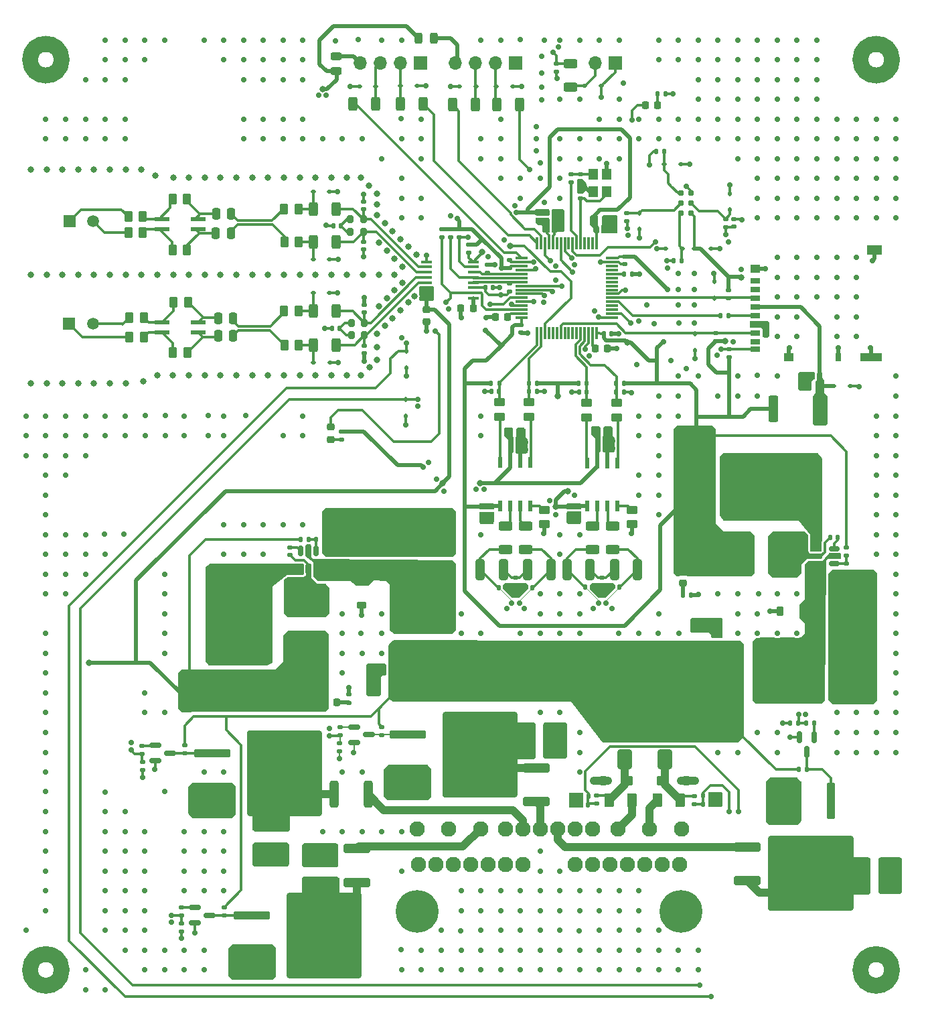
<source format=gbr>
%TF.GenerationSoftware,KiCad,Pcbnew,8.0.7*%
%TF.CreationDate,2025-02-09T22:58:21-06:00*%
%TF.ProjectId,FSAE_BMS,46534145-5f42-44d5-932e-6b696361645f,rev?*%
%TF.SameCoordinates,Original*%
%TF.FileFunction,Copper,L1,Top*%
%TF.FilePolarity,Positive*%
%FSLAX46Y46*%
G04 Gerber Fmt 4.6, Leading zero omitted, Abs format (unit mm)*
G04 Created by KiCad (PCBNEW 8.0.7) date 2025-02-09 22:58:21*
%MOMM*%
%LPD*%
G01*
G04 APERTURE LIST*
G04 Aperture macros list*
%AMRoundRect*
0 Rectangle with rounded corners*
0 $1 Rounding radius*
0 $2 $3 $4 $5 $6 $7 $8 $9 X,Y pos of 4 corners*
0 Add a 4 corners polygon primitive as box body*
4,1,4,$2,$3,$4,$5,$6,$7,$8,$9,$2,$3,0*
0 Add four circle primitives for the rounded corners*
1,1,$1+$1,$2,$3*
1,1,$1+$1,$4,$5*
1,1,$1+$1,$6,$7*
1,1,$1+$1,$8,$9*
0 Add four rect primitives between the rounded corners*
20,1,$1+$1,$2,$3,$4,$5,0*
20,1,$1+$1,$4,$5,$6,$7,0*
20,1,$1+$1,$6,$7,$8,$9,0*
20,1,$1+$1,$8,$9,$2,$3,0*%
G04 Aperture macros list end*
%TA.AperFunction,NonConductor*%
%ADD10C,2.000000*%
%TD*%
%TA.AperFunction,SMDPad,CuDef*%
%ADD11RoundRect,0.250000X0.262500X0.450000X-0.262500X0.450000X-0.262500X-0.450000X0.262500X-0.450000X0*%
%TD*%
%TA.AperFunction,SMDPad,CuDef*%
%ADD12RoundRect,0.135000X0.135000X0.185000X-0.135000X0.185000X-0.135000X-0.185000X0.135000X-0.185000X0*%
%TD*%
%TA.AperFunction,SMDPad,CuDef*%
%ADD13RoundRect,0.140000X0.140000X0.170000X-0.140000X0.170000X-0.140000X-0.170000X0.140000X-0.170000X0*%
%TD*%
%TA.AperFunction,SMDPad,CuDef*%
%ADD14RoundRect,0.140000X0.170000X-0.140000X0.170000X0.140000X-0.170000X0.140000X-0.170000X-0.140000X0*%
%TD*%
%TA.AperFunction,SMDPad,CuDef*%
%ADD15RoundRect,0.250000X0.475000X-0.250000X0.475000X0.250000X-0.475000X0.250000X-0.475000X-0.250000X0*%
%TD*%
%TA.AperFunction,SMDPad,CuDef*%
%ADD16RoundRect,0.135000X-0.135000X-0.185000X0.135000X-0.185000X0.135000X0.185000X-0.135000X0.185000X0*%
%TD*%
%TA.AperFunction,SMDPad,CuDef*%
%ADD17RoundRect,0.250000X0.625000X-0.312500X0.625000X0.312500X-0.625000X0.312500X-0.625000X-0.312500X0*%
%TD*%
%TA.AperFunction,SMDPad,CuDef*%
%ADD18RoundRect,0.135000X-0.185000X0.135000X-0.185000X-0.135000X0.185000X-0.135000X0.185000X0.135000X0*%
%TD*%
%TA.AperFunction,SMDPad,CuDef*%
%ADD19RoundRect,0.112500X-0.187500X-0.112500X0.187500X-0.112500X0.187500X0.112500X-0.187500X0.112500X0*%
%TD*%
%TA.AperFunction,SMDPad,CuDef*%
%ADD20RoundRect,0.135000X0.185000X-0.135000X0.185000X0.135000X-0.185000X0.135000X-0.185000X-0.135000X0*%
%TD*%
%TA.AperFunction,SMDPad,CuDef*%
%ADD21R,1.900000X2.500000*%
%TD*%
%TA.AperFunction,SMDPad,CuDef*%
%ADD22RoundRect,0.250000X-0.312500X-1.075000X0.312500X-1.075000X0.312500X1.075000X-0.312500X1.075000X0*%
%TD*%
%TA.AperFunction,SMDPad,CuDef*%
%ADD23RoundRect,0.225000X-0.225000X-0.250000X0.225000X-0.250000X0.225000X0.250000X-0.225000X0.250000X0*%
%TD*%
%TA.AperFunction,SMDPad,CuDef*%
%ADD24RoundRect,0.250000X-2.050000X-0.300000X2.050000X-0.300000X2.050000X0.300000X-2.050000X0.300000X0*%
%TD*%
%TA.AperFunction,SMDPad,CuDef*%
%ADD25RoundRect,0.250000X-2.025000X-2.375000X2.025000X-2.375000X2.025000X2.375000X-2.025000X2.375000X0*%
%TD*%
%TA.AperFunction,SMDPad,CuDef*%
%ADD26RoundRect,0.250002X-4.449998X-5.149998X4.449998X-5.149998X4.449998X5.149998X-4.449998X5.149998X0*%
%TD*%
%TA.AperFunction,SMDPad,CuDef*%
%ADD27RoundRect,0.250000X0.312500X0.625000X-0.312500X0.625000X-0.312500X-0.625000X0.312500X-0.625000X0*%
%TD*%
%TA.AperFunction,ConnectorPad*%
%ADD28C,0.787400*%
%TD*%
%TA.AperFunction,SMDPad,CuDef*%
%ADD29RoundRect,0.250000X-0.650000X1.000000X-0.650000X-1.000000X0.650000X-1.000000X0.650000X1.000000X0*%
%TD*%
%TA.AperFunction,SMDPad,CuDef*%
%ADD30RoundRect,0.218750X0.218750X0.256250X-0.218750X0.256250X-0.218750X-0.256250X0.218750X-0.256250X0*%
%TD*%
%TA.AperFunction,SMDPad,CuDef*%
%ADD31RoundRect,0.140000X-0.140000X-0.170000X0.140000X-0.170000X0.140000X0.170000X-0.140000X0.170000X0*%
%TD*%
%TA.AperFunction,SMDPad,CuDef*%
%ADD32RoundRect,0.250000X-0.625000X0.312500X-0.625000X-0.312500X0.625000X-0.312500X0.625000X0.312500X0*%
%TD*%
%TA.AperFunction,SMDPad,CuDef*%
%ADD33R,2.350000X3.500000*%
%TD*%
%TA.AperFunction,SMDPad,CuDef*%
%ADD34RoundRect,0.112500X0.187500X0.112500X-0.187500X0.112500X-0.187500X-0.112500X0.187500X-0.112500X0*%
%TD*%
%TA.AperFunction,SMDPad,CuDef*%
%ADD35R,0.558800X1.460500*%
%TD*%
%TA.AperFunction,SMDPad,CuDef*%
%ADD36RoundRect,0.140000X-0.170000X0.140000X-0.170000X-0.140000X0.170000X-0.140000X0.170000X0.140000X0*%
%TD*%
%TA.AperFunction,SMDPad,CuDef*%
%ADD37R,1.850000X0.600000*%
%TD*%
%TA.AperFunction,SMDPad,CuDef*%
%ADD38RoundRect,0.150000X-0.587500X-0.150000X0.587500X-0.150000X0.587500X0.150000X-0.587500X0.150000X0*%
%TD*%
%TA.AperFunction,SMDPad,CuDef*%
%ADD39RoundRect,0.250000X-0.325000X-0.650000X0.325000X-0.650000X0.325000X0.650000X-0.325000X0.650000X0*%
%TD*%
%TA.AperFunction,SMDPad,CuDef*%
%ADD40RoundRect,0.150000X-0.150000X0.587500X-0.150000X-0.587500X0.150000X-0.587500X0.150000X0.587500X0*%
%TD*%
%TA.AperFunction,SMDPad,CuDef*%
%ADD41RoundRect,0.250000X-0.250000X-0.475000X0.250000X-0.475000X0.250000X0.475000X-0.250000X0.475000X0*%
%TD*%
%TA.AperFunction,SMDPad,CuDef*%
%ADD42RoundRect,0.225000X0.225000X0.375000X-0.225000X0.375000X-0.225000X-0.375000X0.225000X-0.375000X0*%
%TD*%
%TA.AperFunction,SMDPad,CuDef*%
%ADD43RoundRect,0.200000X0.200000X0.275000X-0.200000X0.275000X-0.200000X-0.275000X0.200000X-0.275000X0*%
%TD*%
%TA.AperFunction,SMDPad,CuDef*%
%ADD44RoundRect,0.225000X-0.225000X-0.375000X0.225000X-0.375000X0.225000X0.375000X-0.225000X0.375000X0*%
%TD*%
%TA.AperFunction,SMDPad,CuDef*%
%ADD45RoundRect,0.250000X-0.312500X-1.450000X0.312500X-1.450000X0.312500X1.450000X-0.312500X1.450000X0*%
%TD*%
%TA.AperFunction,SMDPad,CuDef*%
%ADD46RoundRect,0.225000X0.375000X-0.225000X0.375000X0.225000X-0.375000X0.225000X-0.375000X-0.225000X0*%
%TD*%
%TA.AperFunction,SMDPad,CuDef*%
%ADD47RoundRect,0.250000X0.325000X0.650000X-0.325000X0.650000X-0.325000X-0.650000X0.325000X-0.650000X0*%
%TD*%
%TA.AperFunction,SMDPad,CuDef*%
%ADD48RoundRect,0.150000X-0.512500X-0.150000X0.512500X-0.150000X0.512500X0.150000X-0.512500X0.150000X0*%
%TD*%
%TA.AperFunction,SMDPad,CuDef*%
%ADD49RoundRect,0.250000X-0.312500X-0.625000X0.312500X-0.625000X0.312500X0.625000X-0.312500X0.625000X0*%
%TD*%
%TA.AperFunction,SMDPad,CuDef*%
%ADD50RoundRect,0.250000X-0.450000X0.262500X-0.450000X-0.262500X0.450000X-0.262500X0.450000X0.262500X0*%
%TD*%
%TA.AperFunction,SMDPad,CuDef*%
%ADD51RoundRect,0.225000X-0.375000X0.225000X-0.375000X-0.225000X0.375000X-0.225000X0.375000X0.225000X0*%
%TD*%
%TA.AperFunction,SMDPad,CuDef*%
%ADD52RoundRect,0.250000X1.450000X-0.312500X1.450000X0.312500X-1.450000X0.312500X-1.450000X-0.312500X0*%
%TD*%
%TA.AperFunction,ComponentPad*%
%ADD53C,1.950000*%
%TD*%
%TA.AperFunction,ComponentPad*%
%ADD54C,5.400000*%
%TD*%
%TA.AperFunction,SMDPad,CuDef*%
%ADD55RoundRect,0.250000X-0.650000X0.325000X-0.650000X-0.325000X0.650000X-0.325000X0.650000X0.325000X0*%
%TD*%
%TA.AperFunction,SMDPad,CuDef*%
%ADD56RoundRect,0.112500X-0.112500X0.187500X-0.112500X-0.187500X0.112500X-0.187500X0.112500X0.187500X0*%
%TD*%
%TA.AperFunction,ComponentPad*%
%ADD57R,1.520000X1.520000*%
%TD*%
%TA.AperFunction,ComponentPad*%
%ADD58C,1.520000*%
%TD*%
%TA.AperFunction,SMDPad,CuDef*%
%ADD59R,1.200000X1.400000*%
%TD*%
%TA.AperFunction,SMDPad,CuDef*%
%ADD60RoundRect,0.200000X-0.200000X-0.275000X0.200000X-0.275000X0.200000X0.275000X-0.200000X0.275000X0*%
%TD*%
%TA.AperFunction,SMDPad,CuDef*%
%ADD61RoundRect,0.112500X0.112500X-0.187500X0.112500X0.187500X-0.112500X0.187500X-0.112500X-0.187500X0*%
%TD*%
%TA.AperFunction,SMDPad,CuDef*%
%ADD62RoundRect,0.225000X0.225000X0.250000X-0.225000X0.250000X-0.225000X-0.250000X0.225000X-0.250000X0*%
%TD*%
%TA.AperFunction,SMDPad,CuDef*%
%ADD63R,1.200000X0.700000*%
%TD*%
%TA.AperFunction,SMDPad,CuDef*%
%ADD64R,1.200000X1.000000*%
%TD*%
%TA.AperFunction,SMDPad,CuDef*%
%ADD65R,0.800000X1.000000*%
%TD*%
%TA.AperFunction,SMDPad,CuDef*%
%ADD66R,2.800000X1.000000*%
%TD*%
%TA.AperFunction,SMDPad,CuDef*%
%ADD67R,1.900000X1.300000*%
%TD*%
%TA.AperFunction,SMDPad,CuDef*%
%ADD68R,3.500000X2.350000*%
%TD*%
%TA.AperFunction,SMDPad,CuDef*%
%ADD69RoundRect,0.147500X0.172500X-0.147500X0.172500X0.147500X-0.172500X0.147500X-0.172500X-0.147500X0*%
%TD*%
%TA.AperFunction,SMDPad,CuDef*%
%ADD70R,2.500000X1.900000*%
%TD*%
%TA.AperFunction,SMDPad,CuDef*%
%ADD71RoundRect,0.150000X0.150000X-0.512500X0.150000X0.512500X-0.150000X0.512500X-0.150000X-0.512500X0*%
%TD*%
%TA.AperFunction,SMDPad,CuDef*%
%ADD72RoundRect,0.218750X-0.256250X0.218750X-0.256250X-0.218750X0.256250X-0.218750X0.256250X0.218750X0*%
%TD*%
%TA.AperFunction,SMDPad,CuDef*%
%ADD73RoundRect,0.250000X-1.450000X0.312500X-1.450000X-0.312500X1.450000X-0.312500X1.450000X0.312500X0*%
%TD*%
%TA.AperFunction,SMDPad,CuDef*%
%ADD74RoundRect,0.250000X0.650000X-0.325000X0.650000X0.325000X-0.650000X0.325000X-0.650000X-0.325000X0*%
%TD*%
%TA.AperFunction,SMDPad,CuDef*%
%ADD75RoundRect,0.075000X-0.075000X0.700000X-0.075000X-0.700000X0.075000X-0.700000X0.075000X0.700000X0*%
%TD*%
%TA.AperFunction,SMDPad,CuDef*%
%ADD76RoundRect,0.075000X-0.700000X0.075000X-0.700000X-0.075000X0.700000X-0.075000X0.700000X0.075000X0*%
%TD*%
%TA.AperFunction,SMDPad,CuDef*%
%ADD77RoundRect,0.250000X-0.362500X-1.425000X0.362500X-1.425000X0.362500X1.425000X-0.362500X1.425000X0*%
%TD*%
%TA.AperFunction,SMDPad,CuDef*%
%ADD78RoundRect,0.243750X0.456250X-0.243750X0.456250X0.243750X-0.456250X0.243750X-0.456250X-0.243750X0*%
%TD*%
%TA.AperFunction,SMDPad,CuDef*%
%ADD79RoundRect,0.250000X0.375000X0.625000X-0.375000X0.625000X-0.375000X-0.625000X0.375000X-0.625000X0*%
%TD*%
%TA.AperFunction,SMDPad,CuDef*%
%ADD80R,1.475000X0.450000*%
%TD*%
%TA.AperFunction,SMDPad,CuDef*%
%ADD81RoundRect,0.218750X0.256250X-0.218750X0.256250X0.218750X-0.256250X0.218750X-0.256250X-0.218750X0*%
%TD*%
%TA.AperFunction,SMDPad,CuDef*%
%ADD82RoundRect,0.250000X-1.500000X-0.550000X1.500000X-0.550000X1.500000X0.550000X-1.500000X0.550000X0*%
%TD*%
%TA.AperFunction,ComponentPad*%
%ADD83R,1.700000X1.700000*%
%TD*%
%TA.AperFunction,ComponentPad*%
%ADD84O,1.700000X1.700000*%
%TD*%
%TA.AperFunction,SMDPad,CuDef*%
%ADD85RoundRect,0.250000X0.550000X-1.500000X0.550000X1.500000X-0.550000X1.500000X-0.550000X-1.500000X0*%
%TD*%
%TA.AperFunction,SMDPad,CuDef*%
%ADD86RoundRect,0.243750X-0.243750X-0.456250X0.243750X-0.456250X0.243750X0.456250X-0.243750X0.456250X0*%
%TD*%
%TA.AperFunction,SMDPad,CuDef*%
%ADD87RoundRect,0.225000X-0.250000X0.225000X-0.250000X-0.225000X0.250000X-0.225000X0.250000X0.225000X0*%
%TD*%
%TA.AperFunction,SMDPad,CuDef*%
%ADD88RoundRect,0.250000X-0.375000X-0.625000X0.375000X-0.625000X0.375000X0.625000X-0.375000X0.625000X0*%
%TD*%
%TA.AperFunction,SMDPad,CuDef*%
%ADD89RoundRect,0.250000X-0.300000X2.050000X-0.300000X-2.050000X0.300000X-2.050000X0.300000X2.050000X0*%
%TD*%
%TA.AperFunction,SMDPad,CuDef*%
%ADD90RoundRect,0.250000X-2.375000X2.025000X-2.375000X-2.025000X2.375000X-2.025000X2.375000X2.025000X0*%
%TD*%
%TA.AperFunction,SMDPad,CuDef*%
%ADD91RoundRect,0.250002X-5.149998X4.449998X-5.149998X-4.449998X5.149998X-4.449998X5.149998X4.449998X0*%
%TD*%
%TA.AperFunction,ViaPad*%
%ADD92C,0.700000*%
%TD*%
%TA.AperFunction,ViaPad*%
%ADD93C,0.800000*%
%TD*%
%TA.AperFunction,Conductor*%
%ADD94C,0.500000*%
%TD*%
%TA.AperFunction,Conductor*%
%ADD95C,0.300000*%
%TD*%
%TA.AperFunction,Conductor*%
%ADD96C,0.200000*%
%TD*%
%TA.AperFunction,Conductor*%
%ADD97C,1.000000*%
%TD*%
%TA.AperFunction,Conductor*%
%ADD98C,0.109000*%
%TD*%
G04 APERTURE END LIST*
D10*
X202300000Y-145000000D02*
G75*
G02*
X198300000Y-145000000I-2000000J0D01*
G01*
X198300000Y-145000000D02*
G75*
G02*
X202300000Y-145000000I2000000J0D01*
G01*
X97300000Y-30000000D02*
G75*
G02*
X93300000Y-30000000I-2000000J0D01*
G01*
X93300000Y-30000000D02*
G75*
G02*
X97300000Y-30000000I2000000J0D01*
G01*
X202300000Y-30000000D02*
G75*
G02*
X198300000Y-30000000I-2000000J0D01*
G01*
X198300000Y-30000000D02*
G75*
G02*
X202300000Y-30000000I2000000J0D01*
G01*
X97300000Y-145000000D02*
G75*
G02*
X93300000Y-145000000I-2000000J0D01*
G01*
X93300000Y-145000000D02*
G75*
G02*
X97300000Y-145000000I2000000J0D01*
G01*
D11*
%TO.P,R527,1*%
%TO.N,Net-(L502-Pad1)*%
X107546185Y-49818326D03*
%TO.P,R527,2*%
%TO.N,ISO_COMLP*%
X105721185Y-49818326D03*
%TD*%
D12*
%TO.P,R602,1*%
%TO.N,+3V3*%
X157446187Y-70855329D03*
%TO.P,R602,2*%
%TO.N,CAN2_TX*%
X156426187Y-70855329D03*
%TD*%
D13*
%TO.P,C402,1*%
%TO.N,CHARGE_PWR_LV_ISO*%
X163870000Y-124104000D03*
%TO.P,C402,2*%
%TO.N,GND*%
X162910000Y-124104000D03*
%TD*%
D14*
%TO.P,C505,1*%
%TO.N,GND*%
X135495847Y-53983697D03*
%TO.P,C505,2*%
%TO.N,/BQ79600/COMLN*%
X135495847Y-53023697D03*
%TD*%
D15*
%TO.P,C424,1*%
%TO.N,+5V*%
X116641000Y-107574500D03*
%TO.P,C424,2*%
%TO.N,GND*%
X116641000Y-105674500D03*
%TD*%
D16*
%TO.P,R408,1*%
%TO.N,/PSU/BUCK_FB_5V*%
X129491000Y-90624500D03*
%TO.P,R408,2*%
%TO.N,GND*%
X130511000Y-90624500D03*
%TD*%
D15*
%TO.P,C412,1*%
%TO.N,Net-(D408-A2)*%
X135241000Y-93874500D03*
%TO.P,C412,2*%
%TO.N,GND*%
X135241000Y-91974500D03*
%TD*%
%TO.P,C410,1*%
%TO.N,Net-(D408-A2)*%
X137741000Y-93874500D03*
%TO.P,C410,2*%
%TO.N,GND*%
X137741000Y-91974500D03*
%TD*%
D17*
%TO.P,R305,1*%
%TO.N,Net-(D305-A2)*%
X161600000Y-33462500D03*
%TO.P,R305,2*%
%TO.N,ADC_IN*%
X161600000Y-30537500D03*
%TD*%
D18*
%TO.P,R203,1*%
%TO.N,/MCU/XTAL_IN*%
X161756068Y-44461613D03*
%TO.P,R203,2*%
%TO.N,/MCU/HSE_OUT*%
X161756068Y-45481613D03*
%TD*%
D19*
%TO.P,D503,1,A1*%
%TO.N,Net-(D503-A1)*%
X129100000Y-59500000D03*
%TO.P,D503,2,A2*%
%TO.N,GND*%
X131200000Y-59500000D03*
%TD*%
D20*
%TO.P,R702,1*%
%TO.N,GND*%
X132450000Y-117410000D03*
%TO.P,R702,2*%
%TO.N,DISCHARGE_EN_LV*%
X132450000Y-116390000D03*
%TD*%
D18*
%TO.P,R501,1*%
%TO.N,+3V3*%
X132700400Y-76960900D03*
%TO.P,R501,2*%
%TO.N,Net-(D501-A)*%
X132700400Y-77980900D03*
%TD*%
D21*
%TO.P,L401,1,1*%
%TO.N,VBUS*%
X182091606Y-107133500D03*
%TO.P,L401,2,2*%
%TO.N,Net-(D407-A2)*%
X186191606Y-107133500D03*
%TD*%
D22*
%TO.P,R612,1*%
%TO.N,ISO_CAN2-*%
X150225000Y-94450000D03*
%TO.P,R612,2*%
%TO.N,Net-(C604-Pad1)*%
X153150000Y-94450000D03*
%TD*%
D23*
%TO.P,C201,1*%
%TO.N,+3V3*%
X164628784Y-50200000D03*
%TO.P,C201,2*%
%TO.N,GND*%
X166178784Y-50200000D03*
%TD*%
D24*
%TO.P,Q704,1,G*%
%TO.N,Net-(Q701-C)*%
X116325000Y-117585000D03*
D25*
%TO.P,Q704,2,D*%
%TO.N,Net-(D701-K)*%
X123050000Y-117350000D03*
X123050000Y-122900000D03*
D26*
X125475000Y-120125000D03*
D25*
X127900000Y-117350000D03*
X127900000Y-122900000D03*
D24*
%TO.P,Q704,3,S*%
%TO.N,GND*%
X116325000Y-122665000D03*
%TD*%
D27*
%TO.P,R302,1*%
%TO.N,Net-(D301-A2)*%
X149642500Y-35700000D03*
%TO.P,R302,2*%
%TO.N,UART4_RX*%
X146717500Y-35700000D03*
%TD*%
D13*
%TO.P,C215,1*%
%TO.N,+3.3VP*%
X193154142Y-69847145D03*
%TO.P,C215,2*%
%TO.N,GND*%
X192194142Y-69847145D03*
%TD*%
D19*
%TO.P,D204,1,A1*%
%TO.N,GND*%
X173650000Y-53900000D03*
%TO.P,D204,2,A2*%
%TO.N,/MCU/CONN_SWDIO*%
X175750000Y-53900000D03*
%TD*%
D28*
%TO.P,J201,1,VCC*%
%TO.N,+3V3*%
X176900000Y-49400000D03*
%TO.P,J201,2,SWDIO*%
%TO.N,/MCU/CONN_SWDIO*%
X175630000Y-49400000D03*
%TO.P,J201,3,~{RESET}*%
%TO.N,/MCU/CONN_NRST*%
X176900000Y-48130000D03*
%TO.P,J201,4,SWCLK*%
%TO.N,/MCU/CONN_SWCLK*%
X175630000Y-48130000D03*
%TO.P,J201,5,GND*%
%TO.N,GND*%
X176900000Y-46860000D03*
%TO.P,J201,6,SWO*%
%TO.N,/MCU/CONN_SWO*%
X175630000Y-46860000D03*
%TD*%
D29*
%TO.P,D406,1,K*%
%TO.N,VBUS*%
X168498000Y-114400000D03*
%TO.P,D406,2,A*%
%TO.N,Net-(D404-A2)*%
X168498000Y-118400000D03*
%TD*%
D30*
%TO.P,D410,1,K*%
%TO.N,Net-(D410-K)*%
X132078500Y-111224500D03*
%TO.P,D410,2,A*%
%TO.N,+5V*%
X130503500Y-111224500D03*
%TD*%
D31*
%TO.P,C612,1*%
%TO.N,+5V*%
X165121181Y-79250000D03*
%TO.P,C612,2*%
%TO.N,GND*%
X166081181Y-79250000D03*
%TD*%
D32*
%TO.P,R606,1*%
%TO.N,/TCAN1462-Q1/CANL_2*%
X153437000Y-88937500D03*
%TO.P,R606,2*%
%TO.N,ISO_CAN2-*%
X153437000Y-91862500D03*
%TD*%
D31*
%TO.P,C602,1*%
%TO.N,GND*%
X151663769Y-71909970D03*
%TO.P,C602,2*%
%TO.N,CAN2_RX*%
X152623769Y-71909970D03*
%TD*%
D33*
%TO.P,L403,1,1*%
%TO.N,/PSU/BUCK_SW_3V3*%
X188817606Y-92401500D03*
%TO.P,L403,2,2*%
%TO.N,+3V3*%
X182767606Y-92401500D03*
%TD*%
D34*
%TO.P,D504,1,A1*%
%TO.N,GND*%
X131200000Y-55250000D03*
%TO.P,D504,2,A2*%
%TO.N,Net-(D504-A2)*%
X129100000Y-55250000D03*
%TD*%
D35*
%TO.P,U601,1,TXD*%
%TO.N,Net-(U601-TXD)*%
X167605000Y-80925850D03*
%TO.P,U601,2,GND*%
%TO.N,GND*%
X166335000Y-80925850D03*
%TO.P,U601,3,VCC*%
%TO.N,+5V*%
X165065000Y-80925850D03*
%TO.P,U601,4,RXD*%
%TO.N,Net-(U601-RXD)*%
X163795000Y-80925850D03*
%TO.P,U601,5,VIO*%
%TO.N,+3V3*%
X163795000Y-86374150D03*
%TO.P,U601,6,CANL*%
%TO.N,/TCAN1462-Q1/CANL_1*%
X165065000Y-86374150D03*
%TO.P,U601,7,CANH*%
%TO.N,/TCAN1462-Q1/CANH_1*%
X166335000Y-86374150D03*
%TO.P,U601,8,STB*%
%TO.N,Net-(U601-STB)*%
X167605000Y-86374150D03*
%TD*%
D36*
%TO.P,C206,1*%
%TO.N,+3V3*%
X155350358Y-63521508D03*
%TO.P,C206,2*%
%TO.N,GND*%
X155350358Y-64481508D03*
%TD*%
D27*
%TO.P,R512,1*%
%TO.N,/BQ79600/COMLN*%
X132042440Y-52995697D03*
%TO.P,R512,2*%
%TO.N,Net-(D504-A2)*%
X129117440Y-52995697D03*
%TD*%
D16*
%TO.P,R706,1*%
%TO.N,CHARGE_SAFE_LV*%
X191457000Y-113819000D03*
%TO.P,R706,2*%
%TO.N,Net-(Q703-B)*%
X192477000Y-113819000D03*
%TD*%
D18*
%TO.P,R406,1*%
%TO.N,/PSU/BUCK_FB_3V3*%
X196521363Y-93665590D03*
%TO.P,R406,2*%
%TO.N,GND*%
X196521363Y-94685590D03*
%TD*%
D12*
%TO.P,R207,1*%
%TO.N,/MCU/CONN_SWO*%
X173492517Y-41588807D03*
%TO.P,R207,2*%
%TO.N,/MCU/SWO*%
X172472517Y-41588807D03*
%TD*%
D37*
%TO.P,L501,1*%
%TO.N,Net-(L501-Pad1)*%
X110002118Y-63176469D03*
%TO.P,L501,2*%
%TO.N,Net-(L501-Pad2)*%
X110002118Y-64446469D03*
%TO.P,L501,3*%
%TO.N,Net-(C509-Pad1)*%
X114552118Y-64446469D03*
%TO.P,L501,4*%
%TO.N,Net-(C510-Pad1)*%
X114552118Y-63176469D03*
%TD*%
D38*
%TO.P,Q707,1,B*%
%TO.N,Net-(Q707-B)*%
X114117500Y-137135000D03*
%TO.P,Q707,2,E*%
%TO.N,GND*%
X114117500Y-139035000D03*
%TO.P,Q707,3,C*%
%TO.N,Net-(Q707-C)*%
X115992500Y-138085000D03*
%TD*%
D18*
%TO.P,R514,1*%
%TO.N,+3V3*%
X147600000Y-51390000D03*
%TO.P,R514,2*%
%TO.N,SPI1_NSS*%
X147600000Y-52410000D03*
%TD*%
D39*
%TO.P,C703,1*%
%TO.N,Net-(D703-K)*%
X198600000Y-134175000D03*
%TO.P,C703,2*%
%TO.N,GND*%
X201550000Y-134175000D03*
%TD*%
D31*
%TO.P,C203,1*%
%TO.N,+3V3*%
X164920603Y-51500000D03*
%TO.P,C203,2*%
%TO.N,GND*%
X165880603Y-51500000D03*
%TD*%
D40*
%TO.P,Q703,1,B*%
%TO.N,Net-(Q703-B)*%
X192475000Y-115597000D03*
%TO.P,Q703,2,E*%
%TO.N,GND*%
X190575000Y-115597000D03*
%TO.P,Q703,3,C*%
%TO.N,Net-(Q703-C)*%
X191525000Y-117472000D03*
%TD*%
D13*
%TO.P,C610,1*%
%TO.N,GND*%
X157385180Y-71914575D03*
%TO.P,C610,2*%
%TO.N,CAN2_TX*%
X156425180Y-71914575D03*
%TD*%
%TO.P,C417,1*%
%TO.N,/PSU/CBOOT_3V3*%
X195416606Y-90369500D03*
%TO.P,C417,2*%
%TO.N,/PSU/BUCK_SW_3V3*%
X194456606Y-90369500D03*
%TD*%
D31*
%TO.P,C502,1*%
%TO.N,GND*%
X131651940Y-50963697D03*
%TO.P,C502,2*%
%TO.N,Net-(C502-Pad2)*%
X132611940Y-50963697D03*
%TD*%
D27*
%TO.P,R510,1*%
%TO.N,/BQ79600/COMHP*%
X132035741Y-66045000D03*
%TO.P,R510,2*%
%TO.N,Net-(D502-A2)*%
X129110741Y-66045000D03*
%TD*%
D20*
%TO.P,R701,1*%
%TO.N,GND*%
X107500000Y-119710000D03*
%TO.P,R701,2*%
%TO.N,CHARGE_EN_LV*%
X107500000Y-118690000D03*
%TD*%
D16*
%TO.P,R401,1*%
%TO.N,READY_PWR_LV_ISO*%
X178374000Y-124020000D03*
%TO.P,R401,2*%
%TO.N,GND*%
X179394000Y-124020000D03*
%TD*%
D41*
%TO.P,C421,1*%
%TO.N,+3V3*%
X179381606Y-83384500D03*
%TO.P,C421,2*%
%TO.N,GND*%
X181281606Y-83384500D03*
%TD*%
D14*
%TO.P,C202,1*%
%TO.N,/MCU/HSE_IN*%
X162900000Y-47550000D03*
%TO.P,C202,2*%
%TO.N,GND*%
X162900000Y-46590000D03*
%TD*%
D42*
%TO.P,D403,1,A1*%
%TO.N,GND*%
X176250000Y-121100000D03*
%TO.P,D403,2,A2*%
%TO.N,Net-(D403-A2)*%
X172950000Y-121100000D03*
%TD*%
D27*
%TO.P,R511,1*%
%TO.N,/BQ79600/COMHN*%
X132039618Y-61772649D03*
%TO.P,R511,2*%
%TO.N,Net-(D503-A1)*%
X129114618Y-61772649D03*
%TD*%
D31*
%TO.P,C609,1*%
%TO.N,ISO_CAN2-*%
X152570000Y-96700000D03*
%TO.P,C609,2*%
%TO.N,GND*%
X153530000Y-96700000D03*
%TD*%
%TO.P,C501,1*%
%TO.N,GND*%
X131472487Y-63942220D03*
%TO.P,C501,2*%
%TO.N,Net-(C501-Pad2)*%
X132432487Y-63942220D03*
%TD*%
D41*
%TO.P,C411,1*%
%TO.N,Net-(D407-A2)*%
X193097606Y-102140500D03*
%TO.P,C411,2*%
%TO.N,GND*%
X194997606Y-102140500D03*
%TD*%
D43*
%TO.P,R504,1*%
%TO.N,/BQ79600/COMLN*%
X135473432Y-51745121D03*
%TO.P,R504,2*%
%TO.N,Net-(C502-Pad2)*%
X133823432Y-51745121D03*
%TD*%
D31*
%TO.P,C617,1*%
%TO.N,+5V*%
X154099591Y-79329479D03*
%TO.P,C617,2*%
%TO.N,GND*%
X155059591Y-79329479D03*
%TD*%
D44*
%TO.P,D703,1,K*%
%TO.N,Net-(D703-K)*%
X198525000Y-131675000D03*
%TO.P,D703,2,A*%
%TO.N,GND*%
X201825000Y-131675000D03*
%TD*%
D41*
%TO.P,C423,1*%
%TO.N,+3V3*%
X179381606Y-80884500D03*
%TO.P,C423,2*%
%TO.N,GND*%
X181281606Y-80884500D03*
%TD*%
D31*
%TO.P,C508,1*%
%TO.N,+3V3*%
X150863272Y-58801008D03*
%TO.P,C508,2*%
%TO.N,GND*%
X151823272Y-58801008D03*
%TD*%
D27*
%TO.P,R304,1*%
%TO.N,Net-(D302-A2)*%
X137042500Y-35600000D03*
%TO.P,R304,2*%
%TO.N,USART2_RX*%
X134117500Y-35600000D03*
%TD*%
D19*
%TO.P,D301,1,A1*%
%TO.N,GND*%
X147570000Y-33400000D03*
%TO.P,D301,2,A2*%
%TO.N,Net-(D301-A2)*%
X149670000Y-33400000D03*
%TD*%
D45*
%TO.P,F703,1*%
%TO.N,Net-(D701-K)*%
X131762500Y-122800000D03*
%TO.P,F703,2*%
%TO.N,CHARGE_EN_HV*%
X136037500Y-122800000D03*
%TD*%
D46*
%TO.P,D408,1,A1*%
%TO.N,GND*%
X135241000Y-98900000D03*
%TO.P,D408,2,A2*%
%TO.N,Net-(D408-A2)*%
X135241000Y-95600000D03*
%TD*%
D14*
%TO.P,C204,1*%
%TO.N,+3V3*%
X153898564Y-56310000D03*
%TO.P,C204,2*%
%TO.N,GND*%
X153898564Y-55350000D03*
%TD*%
D20*
%TO.P,R711,1*%
%TO.N,FAN_EN_LV*%
X112453033Y-138109839D03*
%TO.P,R711,2*%
%TO.N,Net-(Q707-B)*%
X112453033Y-137089839D03*
%TD*%
D22*
%TO.P,R610,1*%
%TO.N,ISO_CAN1-*%
X161187500Y-94450000D03*
%TO.P,R610,2*%
%TO.N,Net-(C603-Pad1)*%
X164112500Y-94450000D03*
%TD*%
D14*
%TO.P,C504,1*%
%TO.N,/BQ79600/COMHN*%
X135577118Y-61922220D03*
%TO.P,C504,2*%
%TO.N,GND*%
X135577118Y-60962220D03*
%TD*%
D18*
%TO.P,R403,1*%
%TO.N,Net-(D404-A2)*%
X164942000Y-122994000D03*
%TO.P,R403,2*%
%TO.N,CHARGE_PWR_LV_ISO*%
X164942000Y-124014000D03*
%TD*%
D16*
%TO.P,R409,1*%
%TO.N,Net-(D409-K)*%
X175884606Y-97608500D03*
%TO.P,R409,2*%
%TO.N,GND*%
X176904606Y-97608500D03*
%TD*%
D44*
%TO.P,D407,1,A1*%
%TO.N,GND*%
X188150000Y-99700000D03*
%TO.P,D407,2,A2*%
%TO.N,Net-(D407-A2)*%
X191450000Y-99700000D03*
%TD*%
D34*
%TO.P,D502,1,A1*%
%TO.N,GND*%
X131213614Y-68297057D03*
%TO.P,D502,2,A2*%
%TO.N,Net-(D502-A2)*%
X129113614Y-68297057D03*
%TD*%
D20*
%TO.P,R507,1*%
%TO.N,+3V3*%
X153900000Y-59310000D03*
%TO.P,R507,2*%
%TO.N,SPI_MOSI*%
X153900000Y-58290000D03*
%TD*%
D16*
%TO.P,R607,1*%
%TO.N,+3V3*%
X162690000Y-70850000D03*
%TO.P,R607,2*%
%TO.N,CAN1_RX*%
X163710000Y-70850000D03*
%TD*%
D47*
%TO.P,C404,1*%
%TO.N,VBUS*%
X139675000Y-109024500D03*
%TO.P,C404,2*%
%TO.N,GND*%
X136725000Y-109024500D03*
%TD*%
D32*
%TO.P,R603,1*%
%TO.N,/TCAN1462-Q1/CANH_1*%
X166964000Y-88937500D03*
%TO.P,R603,2*%
%TO.N,ISO_CAN1+*%
X166964000Y-91862500D03*
%TD*%
D48*
%TO.P,U401,1,GND*%
%TO.N,GND*%
X192733022Y-91765093D03*
%TO.P,U401,2,SW*%
%TO.N,/PSU/BUCK_SW_3V3*%
X192733022Y-92715093D03*
%TO.P,U401,3,VIN*%
%TO.N,Net-(D407-A2)*%
X192733022Y-93665093D03*
%TO.P,U401,4,FB*%
%TO.N,/PSU/BUCK_FB_3V3*%
X195008022Y-93665093D03*
%TO.P,U401,5,EN*%
%TO.N,Net-(D407-A2)*%
X195008022Y-92715093D03*
%TO.P,U401,6,CB*%
%TO.N,/PSU/CBOOT_3V3*%
X195008022Y-91765093D03*
%TD*%
D16*
%TO.P,R210,1*%
%TO.N,/MCU/SDIO_CK*%
X180615501Y-62347900D03*
%TO.P,R210,2*%
%TO.N,/MCU/SDIO_CK_L*%
X181635501Y-62347900D03*
%TD*%
D49*
%TO.P,R301,1*%
%TO.N,Net-(D303-A2)*%
X152317500Y-35700000D03*
%TO.P,R301,2*%
%TO.N,UART4_TX*%
X155242500Y-35700000D03*
%TD*%
D50*
%TO.P,R618,1*%
%TO.N,Net-(U602-STB)*%
X158300000Y-86887500D03*
%TO.P,R618,2*%
%TO.N,GND*%
X158300000Y-88712500D03*
%TD*%
D51*
%TO.P,D701,1,K*%
%TO.N,Net-(D701-K)*%
X122400000Y-126700000D03*
%TO.P,D701,2,A*%
%TO.N,GND*%
X122400000Y-130000000D03*
%TD*%
D43*
%TO.P,R502,1*%
%TO.N,/BQ79600/COMHP*%
X135602118Y-64783886D03*
%TO.P,R502,2*%
%TO.N,Net-(C501-Pad2)*%
X133952118Y-64783886D03*
%TD*%
D52*
%TO.P,F702,1*%
%TO.N,Net-(D703-K)*%
X184000000Y-133737500D03*
%TO.P,F702,2*%
%TO.N,CHARGE_SAFE_HV*%
X184000000Y-129462500D03*
%TD*%
D39*
%TO.P,C702,1*%
%TO.N,Net-(D702-K)*%
X156125000Y-117100000D03*
%TO.P,C702,2*%
%TO.N,GND*%
X159075000Y-117100000D03*
%TD*%
D32*
%TO.P,R605,1*%
%TO.N,/TCAN1462-Q1/CANH_2*%
X155987000Y-88937500D03*
%TO.P,R605,2*%
%TO.N,ISO_CAN2+*%
X155987000Y-91862500D03*
%TD*%
D53*
%TO.P,J303,1,1*%
%TO.N,unconnected-(J303-Pad1)*%
X175660000Y-127162500D03*
%TO.P,J303,2,2*%
%TO.N,READY_PWR*%
X171660000Y-127162500D03*
%TO.P,J303,3,3*%
%TO.N,CHARGE_PWR*%
X167660000Y-127162500D03*
%TO.P,J303,4,4*%
%TO.N,unconnected-(J303-Pad4)*%
X164460000Y-127162500D03*
%TO.P,J303,5,5*%
%TO.N,unconnected-(J303-Pad5)*%
X162260000Y-127162500D03*
%TO.P,J303,6,6*%
%TO.N,CHARGE_SAFE_HV*%
X160060000Y-127162500D03*
%TO.P,J303,7,7*%
%TO.N,DISCHARGE_EN_HV*%
X157860000Y-127162500D03*
%TO.P,J303,8,8*%
%TO.N,CHARGE_EN_HV*%
X155660000Y-127162500D03*
%TO.P,J303,9,9*%
%TO.N,unconnected-(J303-Pad9)*%
X153460000Y-127162500D03*
%TO.P,J303,10,10*%
%TO.N,FAN_EN_HV*%
X150260000Y-127162500D03*
%TO.P,J303,11,11*%
%TO.N,unconnected-(J303-Pad11)*%
X146260000Y-127162500D03*
%TO.P,J303,12,12*%
%TO.N,GND*%
X142260000Y-127162500D03*
%TO.P,J303,13,13*%
%TO.N,unconnected-(J303-Pad13)*%
X175460000Y-131662500D03*
%TO.P,J303,14,14*%
%TO.N,unconnected-(J303-Pad14)*%
X173260000Y-131662500D03*
%TO.P,J303,15,15*%
%TO.N,unconnected-(J303-Pad15)*%
X171060000Y-131662500D03*
%TO.P,J303,16,16*%
%TO.N,unconnected-(J303-Pad16)*%
X168860000Y-131662500D03*
%TO.P,J303,17,17*%
%TO.N,unconnected-(J303-Pad17)*%
X166660000Y-131662500D03*
%TO.P,J303,18,18*%
%TO.N,ISO_CAN1+*%
X164460000Y-131662500D03*
%TO.P,J303,19,19*%
%TO.N,ISO_CAN1-*%
X162260000Y-131662500D03*
%TO.P,J303,20,20*%
%TO.N,ISO_CAN2+*%
X155660000Y-131662500D03*
%TO.P,J303,21,21*%
%TO.N,ISO_CAN2-*%
X153460000Y-131662500D03*
%TO.P,J303,22,22*%
%TO.N,unconnected-(J303-Pad22)*%
X151260000Y-131662500D03*
%TO.P,J303,23,23*%
%TO.N,unconnected-(J303-Pad23)*%
X149060000Y-131662500D03*
%TO.P,J303,24,24*%
%TO.N,unconnected-(J303-Pad24)*%
X146860000Y-131662500D03*
%TO.P,J303,25,25*%
%TO.N,unconnected-(J303-Pad25)*%
X144660000Y-131662500D03*
%TO.P,J303,26,26*%
%TO.N,unconnected-(J303-Pad26)*%
X142460000Y-131662500D03*
D54*
%TO.P,J303,MH1,MH1*%
%TO.N,unconnected-(J303-PadMH1)*%
X175610000Y-137612500D03*
%TO.P,J303,MH2,MH2*%
%TO.N,unconnected-(J303-PadMH2)*%
X142260000Y-137612500D03*
%TD*%
D14*
%TO.P,C405,1*%
%TO.N,VBUS*%
X180132686Y-103697627D03*
%TO.P,C405,2*%
%TO.N,GND*%
X180132686Y-102737627D03*
%TD*%
D36*
%TO.P,C418,1*%
%TO.N,/PSU/CBOOT_5V*%
X126191000Y-91644500D03*
%TO.P,C418,2*%
%TO.N,/PSU/BUCK_SW_5V*%
X126191000Y-92604500D03*
%TD*%
D31*
%TO.P,C415,1*%
%TO.N,Net-(D407-A2)*%
X193647256Y-95358996D03*
%TO.P,C415,2*%
%TO.N,GND*%
X194607256Y-95358996D03*
%TD*%
D16*
%TO.P,R201,1*%
%TO.N,Net-(D202-K)*%
X172669303Y-34342642D03*
%TO.P,R201,2*%
%TO.N,GND*%
X173689303Y-34342642D03*
%TD*%
D23*
%TO.P,C614,1*%
%TO.N,+5V*%
X164756919Y-76850000D03*
%TO.P,C614,2*%
%TO.N,GND*%
X166306919Y-76850000D03*
%TD*%
D11*
%TO.P,R525,1*%
%TO.N,Net-(L501-Pad1)*%
X107689618Y-62561469D03*
%TO.P,R525,2*%
%TO.N,ISO_COMHN*%
X105864618Y-62561469D03*
%TD*%
D37*
%TO.P,L502,1*%
%TO.N,Net-(L502-Pad1)*%
X110011661Y-50147590D03*
%TO.P,L502,2*%
%TO.N,Net-(L502-Pad2)*%
X110011661Y-51417590D03*
%TO.P,L502,3*%
%TO.N,Net-(C511-Pad1)*%
X114561661Y-51417590D03*
%TO.P,L502,4*%
%TO.N,Net-(C512-Pad1)*%
X114561661Y-50147590D03*
%TD*%
D55*
%TO.P,C701,1*%
%TO.N,Net-(D701-K)*%
X124900000Y-126825000D03*
%TO.P,C701,2*%
%TO.N,GND*%
X124900000Y-129775000D03*
%TD*%
D30*
%TO.P,D202,1,K*%
%TO.N,Net-(D202-K)*%
X172676803Y-35742642D03*
%TO.P,D202,2,A*%
%TO.N,/MCU/TEST_LED*%
X171101803Y-35742642D03*
%TD*%
D11*
%TO.P,R522,1*%
%TO.N,Net-(C511-Pad1)*%
X113163318Y-54002007D03*
%TO.P,R522,2*%
%TO.N,Net-(L502-Pad2)*%
X111338318Y-54002007D03*
%TD*%
D29*
%TO.P,D405,1,K*%
%TO.N,VBUS*%
X173578000Y-114400000D03*
%TO.P,D405,2,A*%
%TO.N,Net-(D403-A2)*%
X173578000Y-118400000D03*
%TD*%
D22*
%TO.P,R609,1*%
%TO.N,Net-(C603-Pad1)*%
X167187500Y-94450000D03*
%TO.P,R609,2*%
%TO.N,ISO_CAN1+*%
X170112500Y-94450000D03*
%TD*%
D18*
%TO.P,R405,1*%
%TO.N,+3V3*%
X196530224Y-91629050D03*
%TO.P,R405,2*%
%TO.N,/PSU/BUCK_FB_3V3*%
X196530224Y-92649050D03*
%TD*%
D56*
%TO.P,D207,1,A1*%
%TO.N,GND*%
X179826381Y-58050000D03*
%TO.P,D207,2,A2*%
%TO.N,/MCU/SDIO_CMD*%
X179826381Y-60150000D03*
%TD*%
D36*
%TO.P,C603,1*%
%TO.N,Net-(C603-Pad1)*%
X165650000Y-95470000D03*
%TO.P,C603,2*%
%TO.N,GND*%
X165650000Y-96430000D03*
%TD*%
D31*
%TO.P,C601,1*%
%TO.N,GND*%
X162720000Y-71962788D03*
%TO.P,C601,2*%
%TO.N,CAN1_RX*%
X163680000Y-71962788D03*
%TD*%
%TO.P,C214,1*%
%TO.N,+3V3*%
X158650364Y-49267863D03*
%TO.P,C214,2*%
%TO.N,GND*%
X159610364Y-49267863D03*
%TD*%
D15*
%TO.P,C420,1*%
%TO.N,+5V*%
X121641000Y-107574500D03*
%TO.P,C420,2*%
%TO.N,GND*%
X121641000Y-105674500D03*
%TD*%
D31*
%TO.P,C211,1*%
%TO.N,VDDA*%
X158657444Y-51485605D03*
%TO.P,C211,2*%
%TO.N,GND*%
X159617444Y-51485605D03*
%TD*%
D34*
%TO.P,D203,1,A1*%
%TO.N,GND*%
X175600000Y-43200000D03*
%TO.P,D203,2,A2*%
%TO.N,/MCU/CONN_SWO*%
X173500000Y-43200000D03*
%TD*%
D18*
%TO.P,R508,1*%
%TO.N,+3V3*%
X146500000Y-51390000D03*
%TO.P,R508,2*%
%TO.N,SPI_MISO*%
X146500000Y-52410000D03*
%TD*%
D20*
%TO.P,R410,1*%
%TO.N,Net-(D410-K)*%
X133591000Y-111234500D03*
%TO.P,R410,2*%
%TO.N,GND*%
X133591000Y-110214500D03*
%TD*%
D57*
%TO.P,J305,1,1*%
%TO.N,ISO_COMLP*%
X98271605Y-50418326D03*
D58*
%TO.P,J305,2,2*%
%TO.N,ISO_COMLN*%
X101271604Y-50418326D03*
%TD*%
D59*
%TO.P,Y201,1,1*%
%TO.N,/MCU/HSE_IN*%
X166226000Y-46683500D03*
%TO.P,Y201,2,2*%
%TO.N,GND*%
X166226000Y-44483500D03*
%TO.P,Y201,3,3*%
%TO.N,/MCU/XTAL_IN*%
X164526000Y-44483500D03*
%TO.P,Y201,4,4*%
%TO.N,GND*%
X164526000Y-46683500D03*
%TD*%
D60*
%TO.P,R503,1*%
%TO.N,Net-(C501-Pad2)*%
X133952118Y-63242220D03*
%TO.P,R503,2*%
%TO.N,/BQ79600/COMHN*%
X135602118Y-63242220D03*
%TD*%
D31*
%TO.P,C615,1*%
%TO.N,+5V*%
X165126725Y-78150000D03*
%TO.P,C615,2*%
%TO.N,GND*%
X166086725Y-78150000D03*
%TD*%
D61*
%TO.P,D208,1,A1*%
%TO.N,GND*%
X177400000Y-66750000D03*
%TO.P,D208,2,A2*%
%TO.N,/MCU/SDIO_D0*%
X177400000Y-64650000D03*
%TD*%
D16*
%TO.P,R709,1*%
%TO.N,VBUS*%
X190490000Y-119700000D03*
%TO.P,R709,2*%
%TO.N,Net-(Q703-C)*%
X191510000Y-119700000D03*
%TD*%
D52*
%TO.P,F704,1*%
%TO.N,Net-(D704-K)*%
X134650000Y-133937500D03*
%TO.P,F704,2*%
%TO.N,FAN_EN_HV*%
X134650000Y-129662500D03*
%TD*%
D11*
%TO.P,R519,1*%
%TO.N,Net-(D505-A1)*%
X127235413Y-48846951D03*
%TO.P,R519,2*%
%TO.N,Net-(C512-Pad2)*%
X125410413Y-48846951D03*
%TD*%
D23*
%TO.P,C507,1*%
%TO.N,GND*%
X147779674Y-61439141D03*
%TO.P,C507,2*%
%TO.N,Net-(IC501-DVDD)*%
X149329674Y-61439141D03*
%TD*%
D34*
%TO.P,D303,1,A1*%
%TO.N,GND*%
X154370000Y-33400000D03*
%TO.P,D303,2,A2*%
%TO.N,Net-(D303-A2)*%
X152270000Y-33400000D03*
%TD*%
D11*
%TO.P,R520,1*%
%TO.N,Net-(C509-Pad1)*%
X113189618Y-67020718D03*
%TO.P,R520,2*%
%TO.N,Net-(L501-Pad2)*%
X111364618Y-67020718D03*
%TD*%
D62*
%TO.P,C216,1*%
%TO.N,+3.3VP*%
X193175000Y-71247145D03*
%TO.P,C216,2*%
%TO.N,GND*%
X191625000Y-71247145D03*
%TD*%
D63*
%TO.P,J202,1,DAT2*%
%TO.N,unconnected-(J202-DAT2-Pad1)*%
X184974142Y-57947145D03*
%TO.P,J202,2,CD/DAT3*%
%TO.N,unconnected-(J202-CD{slash}DAT3-Pad2)*%
X184974142Y-59047145D03*
%TO.P,J202,3,CMD*%
%TO.N,/MCU/SDIO_CMD*%
X184974142Y-60147145D03*
%TO.P,J202,4,VDD*%
%TO.N,+3.3VP*%
X184974142Y-61247145D03*
%TO.P,J202,5,CLK*%
%TO.N,/MCU/SDIO_CK_L*%
X184974142Y-62347145D03*
%TO.P,J202,6,VSS*%
%TO.N,GND*%
X184974142Y-63447145D03*
%TO.P,J202,7,DAT0*%
%TO.N,/MCU/SDIO_D0*%
X184974142Y-64547145D03*
%TO.P,J202,8,DAT1*%
%TO.N,unconnected-(J202-DAT1-Pad8)*%
X184974142Y-65647145D03*
%TO.P,J202,CD1,CARD_DETECT*%
%TO.N,/MCU/SDIO_DET*%
X184974142Y-66597145D03*
D64*
%TO.P,J202,MP1,MP1*%
%TO.N,GND*%
X184974142Y-56397145D03*
%TO.P,J202,MP2,MP2*%
X189274142Y-67547145D03*
D65*
%TO.P,J202,MP3,MP3*%
X195474142Y-67547145D03*
D66*
%TO.P,J202,MP4,MP4*%
X199624142Y-67547145D03*
D67*
%TO.P,J202,MP5,MP5*%
X200074142Y-54047145D03*
%TD*%
D44*
%TO.P,D404,1,A1*%
%TO.N,GND*%
X165750000Y-121100000D03*
%TO.P,D404,2,A2*%
%TO.N,Net-(D404-A2)*%
X169050000Y-121100000D03*
%TD*%
D41*
%TO.P,C510,1*%
%TO.N,Net-(C510-Pad1)*%
X117077118Y-62700000D03*
%TO.P,C510,2*%
%TO.N,Net-(C510-Pad2)*%
X118977118Y-62700000D03*
%TD*%
D20*
%TO.P,R704,1*%
%TO.N,CHARGE_EN_LV*%
X107495370Y-117699397D03*
%TO.P,R704,2*%
%TO.N,Net-(Q701-B)*%
X107495370Y-116679397D03*
%TD*%
D68*
%TO.P,L404,1,1*%
%TO.N,/PSU/BUCK_SW_5V*%
X128171000Y-98224500D03*
%TO.P,L404,2,2*%
%TO.N,+5V*%
X128171000Y-104274500D03*
%TD*%
D69*
%TO.P,L201,1,1*%
%TO.N,VDDA*%
X157620728Y-50310863D03*
%TO.P,L201,2,2*%
%TO.N,+3V3*%
X157620728Y-49340863D03*
%TD*%
D70*
%TO.P,L402,1,1*%
%TO.N,VBUS*%
X142844000Y-105010500D03*
%TO.P,L402,2,2*%
%TO.N,Net-(D408-A2)*%
X142844000Y-100910500D03*
%TD*%
D31*
%TO.P,C620,1*%
%TO.N,+5V*%
X154100741Y-78321894D03*
%TO.P,C620,2*%
%TO.N,GND*%
X155060741Y-78321894D03*
%TD*%
D41*
%TO.P,C419,1*%
%TO.N,+3V3*%
X179381606Y-85884500D03*
%TO.P,C419,2*%
%TO.N,GND*%
X181281606Y-85884500D03*
%TD*%
D56*
%TO.P,D401,1,K*%
%TO.N,CHARGE_PWR_LV_ISO*%
X140900000Y-66850000D03*
%TO.P,D401,2,A*%
%TO.N,GND*%
X140900000Y-68950000D03*
%TD*%
D13*
%TO.P,C406,1*%
%TO.N,VBUS*%
X138980000Y-107224500D03*
%TO.P,C406,2*%
%TO.N,GND*%
X138020000Y-107224500D03*
%TD*%
D62*
%TO.P,C207,1*%
%TO.N,Net-(U201-VCAP_1)*%
X153676055Y-62541186D03*
%TO.P,C207,2*%
%TO.N,GND*%
X152126055Y-62541186D03*
%TD*%
D34*
%TO.P,D201,1,A1*%
%TO.N,GND*%
X179416855Y-53900000D03*
%TO.P,D201,2,A2*%
%TO.N,+3V3*%
X177316855Y-53900000D03*
%TD*%
D14*
%TO.P,C416,1*%
%TO.N,Net-(D408-A2)*%
X131138801Y-93430963D03*
%TO.P,C416,2*%
%TO.N,GND*%
X131138801Y-92470963D03*
%TD*%
D50*
%TO.P,R616,1*%
%TO.N,CAN2_RX*%
X152627028Y-73292216D03*
%TO.P,R616,2*%
%TO.N,Net-(U602-RXD)*%
X152627028Y-75117216D03*
%TD*%
D34*
%TO.P,D209,1,A1*%
%TO.N,GND*%
X197050000Y-71250000D03*
%TO.P,D209,2,A2*%
%TO.N,+3.3VP*%
X194950000Y-71250000D03*
%TD*%
D12*
%TO.P,R601,1*%
%TO.N,+3V3*%
X168443713Y-70886109D03*
%TO.P,R601,2*%
%TO.N,CAN1_TX*%
X167423713Y-70886109D03*
%TD*%
D71*
%TO.P,U402,1,GND*%
%TO.N,GND*%
X127541000Y-94362000D03*
%TO.P,U402,2,SW*%
%TO.N,/PSU/BUCK_SW_5V*%
X128491000Y-94362000D03*
%TO.P,U402,3,VIN*%
%TO.N,Net-(D408-A2)*%
X129441000Y-94362000D03*
%TO.P,U402,4,FB*%
%TO.N,/PSU/BUCK_FB_5V*%
X129441000Y-92087000D03*
%TO.P,U402,5,EN*%
%TO.N,Net-(D408-A2)*%
X128491000Y-92087000D03*
%TO.P,U402,6,CB*%
%TO.N,/PSU/CBOOT_5V*%
X127541000Y-92087000D03*
%TD*%
D16*
%TO.P,R407,1*%
%TO.N,+5V*%
X127549926Y-90627553D03*
%TO.P,R407,2*%
%TO.N,/PSU/BUCK_FB_5V*%
X128569926Y-90627553D03*
%TD*%
D11*
%TO.P,R521,1*%
%TO.N,Net-(C510-Pad1)*%
X113264249Y-60620718D03*
%TO.P,R521,2*%
%TO.N,Net-(L501-Pad1)*%
X111439249Y-60620718D03*
%TD*%
%TO.P,R526,1*%
%TO.N,Net-(L502-Pad2)*%
X107546185Y-51818326D03*
%TO.P,R526,2*%
%TO.N,ISO_COMLN*%
X105721185Y-51818326D03*
%TD*%
D19*
%TO.P,D302,1,A1*%
%TO.N,GND*%
X134929595Y-33361530D03*
%TO.P,D302,2,A2*%
%TO.N,Net-(D302-A2)*%
X137029595Y-33361530D03*
%TD*%
D50*
%TO.P,R615,1*%
%TO.N,CAN2_TX*%
X156433509Y-73303377D03*
%TO.P,R615,2*%
%TO.N,Net-(U602-TXD)*%
X156433509Y-75128377D03*
%TD*%
D72*
%TO.P,D501,1,K*%
%TO.N,BQ_NFAULT*%
X131300000Y-76425000D03*
%TO.P,D501,2,A*%
%TO.N,Net-(D501-A)*%
X131300000Y-78000000D03*
%TD*%
D16*
%TO.P,R202,1*%
%TO.N,/MCU/BOOT0*%
X168406566Y-57089850D03*
%TO.P,R202,2*%
%TO.N,GND*%
X169426566Y-57089850D03*
%TD*%
%TO.P,R608,1*%
%TO.N,+3V3*%
X151607935Y-70856380D03*
%TO.P,R608,2*%
%TO.N,CAN2_RX*%
X152627935Y-70856380D03*
%TD*%
D41*
%TO.P,C409,1*%
%TO.N,Net-(D407-A2)*%
X193097606Y-97140500D03*
%TO.P,C409,2*%
%TO.N,GND*%
X194997606Y-97140500D03*
%TD*%
D34*
%TO.P,D304,1,A1*%
%TO.N,GND*%
X142226469Y-33319107D03*
%TO.P,D304,2,A2*%
%TO.N,Net-(D304-A2)*%
X140126469Y-33319107D03*
%TD*%
D15*
%TO.P,C422,1*%
%TO.N,+5V*%
X119141000Y-107574500D03*
%TO.P,C422,2*%
%TO.N,GND*%
X119141000Y-105674500D03*
%TD*%
D61*
%TO.P,D205,1,A1*%
%TO.N,GND*%
X170400000Y-51450000D03*
%TO.P,D205,2,A2*%
%TO.N,/MCU/CONN_SWCLK*%
X170400000Y-49350000D03*
%TD*%
D73*
%TO.P,F701,1*%
%TO.N,Net-(D702-K)*%
X157300000Y-119462500D03*
%TO.P,F701,2*%
%TO.N,DISCHARGE_EN_HV*%
X157300000Y-123737500D03*
%TD*%
D31*
%TO.P,C606,1*%
%TO.N,GND*%
X166820000Y-96650000D03*
%TO.P,C606,2*%
%TO.N,ISO_CAN1+*%
X167780000Y-96650000D03*
%TD*%
D74*
%TO.P,C403,1*%
%TO.N,VBUS*%
X178172606Y-104575000D03*
%TO.P,C403,2*%
%TO.N,GND*%
X178172606Y-101625000D03*
%TD*%
D36*
%TO.P,C604,1*%
%TO.N,Net-(C604-Pad1)*%
X154730604Y-95470000D03*
%TO.P,C604,2*%
%TO.N,GND*%
X154730604Y-96430000D03*
%TD*%
D20*
%TO.P,R705,1*%
%TO.N,DISCHARGE_EN_LV*%
X132482526Y-115361969D03*
%TO.P,R705,2*%
%TO.N,Net-(Q702-B)*%
X132482526Y-114341969D03*
%TD*%
D22*
%TO.P,R611,1*%
%TO.N,Net-(C604-Pad1)*%
X156225000Y-94450000D03*
%TO.P,R611,2*%
%TO.N,ISO_CAN2+*%
X159150000Y-94450000D03*
%TD*%
D38*
%TO.P,Q701,1,B*%
%TO.N,Net-(Q701-B)*%
X109147500Y-116635000D03*
%TO.P,Q701,2,E*%
%TO.N,GND*%
X109147500Y-118535000D03*
%TO.P,Q701,3,C*%
%TO.N,Net-(Q701-C)*%
X111022500Y-117585000D03*
%TD*%
D50*
%TO.P,R614,1*%
%TO.N,CAN1_RX*%
X163714000Y-73349000D03*
%TO.P,R614,2*%
%TO.N,Net-(U601-RXD)*%
X163714000Y-75174000D03*
%TD*%
D27*
%TO.P,R513,1*%
%TO.N,/BQ79600/COMLP*%
X132033361Y-48854860D03*
%TO.P,R513,2*%
%TO.N,Net-(D505-A1)*%
X129108361Y-48854860D03*
%TD*%
D18*
%TO.P,R205,1*%
%TO.N,/MCU/CONN_SWCLK*%
X168737473Y-49347683D03*
%TO.P,R205,2*%
%TO.N,/MCU/SWCLK*%
X168737473Y-50367683D03*
%TD*%
D75*
%TO.P,U201,1,VBAT*%
%TO.N,+3V3*%
X164926000Y-53158500D03*
%TO.P,U201,2,PC13*%
%TO.N,unconnected-(U201-PC13-Pad2)*%
X164426000Y-53158500D03*
%TO.P,U201,3,PC14*%
%TO.N,unconnected-(U201-PC14-Pad3)*%
X163926000Y-53158500D03*
%TO.P,U201,4,PC15*%
%TO.N,unconnected-(U201-PC15-Pad4)*%
X163426000Y-53158500D03*
%TO.P,U201,5,PH0*%
%TO.N,/MCU/HSE_IN*%
X162926000Y-53158500D03*
%TO.P,U201,6,PH1*%
%TO.N,/MCU/HSE_OUT*%
X162426000Y-53158500D03*
%TO.P,U201,7,NRST*%
%TO.N,/MCU/NRST*%
X161926000Y-53158500D03*
%TO.P,U201,8,PC0*%
%TO.N,unconnected-(U201-PC0-Pad8)*%
X161426000Y-53158500D03*
%TO.P,U201,9,PC1*%
%TO.N,ADC_IN*%
X160926000Y-53158500D03*
%TO.P,U201,10,PC2*%
%TO.N,/MCU/TEST_LED*%
X160426000Y-53158500D03*
%TO.P,U201,11,PC3*%
%TO.N,unconnected-(U201-PC3-Pad11)*%
X159926000Y-53158500D03*
%TO.P,U201,12,VSSA*%
%TO.N,GND*%
X159426000Y-53158500D03*
%TO.P,U201,13,VDDA*%
%TO.N,VDDA*%
X158926000Y-53158500D03*
%TO.P,U201,14,PA0*%
%TO.N,UART4_TX*%
X158426000Y-53158500D03*
%TO.P,U201,15,PA1*%
%TO.N,UART4_RX*%
X157926000Y-53158500D03*
%TO.P,U201,16,PA2*%
%TO.N,USART2_TX*%
X157426000Y-53158500D03*
D76*
%TO.P,U201,17,PA3*%
%TO.N,USART2_RX*%
X155501000Y-55083500D03*
%TO.P,U201,18,VSS*%
%TO.N,GND*%
X155501000Y-55583500D03*
%TO.P,U201,19,VDD*%
%TO.N,+3V3*%
X155501000Y-56083500D03*
%TO.P,U201,20,PA4*%
%TO.N,SPI1_NSS*%
X155501000Y-56583500D03*
%TO.P,U201,21,PA5*%
%TO.N,SPI_SCK*%
X155501000Y-57083500D03*
%TO.P,U201,22,PA6*%
%TO.N,SPI_MISO*%
X155501000Y-57583500D03*
%TO.P,U201,23,PA7*%
%TO.N,SPI_MOSI*%
X155501000Y-58083500D03*
%TO.P,U201,24,PC4*%
%TO.N,CHARGE_EN_LV*%
X155501000Y-58583500D03*
%TO.P,U201,25,PC5*%
%TO.N,DISCHARGE_EN_LV*%
X155501000Y-59083500D03*
%TO.P,U201,26,PB0*%
%TO.N,CHARGE_SAFE_LV*%
X155501000Y-59583500D03*
%TO.P,U201,27,PB1*%
%TO.N,CHARGE_PWR_LV_ISO*%
X155501000Y-60083500D03*
%TO.P,U201,28,PB2*%
%TO.N,READY_PWR_LV_ISO*%
X155501000Y-60583500D03*
%TO.P,U201,29,PB10*%
%TO.N,FAN_EN_LV*%
X155501000Y-61083500D03*
%TO.P,U201,30,PB11*%
%TO.N,BQ_NFAULT*%
X155501000Y-61583500D03*
%TO.P,U201,31,VCAP_1*%
%TO.N,Net-(U201-VCAP_1)*%
X155501000Y-62083500D03*
%TO.P,U201,32,VDD*%
%TO.N,+3V3*%
X155501000Y-62583500D03*
D75*
%TO.P,U201,33,PB12*%
%TO.N,CAN2_RX*%
X157426000Y-64508500D03*
%TO.P,U201,34,PB13*%
%TO.N,CAN2_TX*%
X157926000Y-64508500D03*
%TO.P,U201,35,PB14*%
%TO.N,BQ_SPI_RDY*%
X158426000Y-64508500D03*
%TO.P,U201,36,PB15*%
%TO.N,unconnected-(U201-PB15-Pad36)*%
X158926000Y-64508500D03*
%TO.P,U201,37,PC6*%
%TO.N,unconnected-(U201-PC6-Pad37)*%
X159426000Y-64508500D03*
%TO.P,U201,38,PC7*%
%TO.N,unconnected-(U201-PC7-Pad38)*%
X159926000Y-64508500D03*
%TO.P,U201,39,PC8*%
%TO.N,/MCU/SDIO_D0*%
X160426000Y-64508500D03*
%TO.P,U201,40,PC9*%
%TO.N,unconnected-(U201-PC9-Pad40)*%
X160926000Y-64508500D03*
%TO.P,U201,41,PA8*%
%TO.N,unconnected-(U201-PA8-Pad41)*%
X161426000Y-64508500D03*
%TO.P,U201,42,PA9*%
%TO.N,unconnected-(U201-PA9-Pad42)*%
X161926000Y-64508500D03*
%TO.P,U201,43,PA10*%
%TO.N,unconnected-(U201-PA10-Pad43)*%
X162426000Y-64508500D03*
%TO.P,U201,44,PA11*%
%TO.N,CAN1_RX*%
X162926000Y-64508500D03*
%TO.P,U201,45,PA12*%
%TO.N,CAN1_TX*%
X163426000Y-64508500D03*
%TO.P,U201,46,PA13*%
%TO.N,/MCU/SWDIO*%
X163926000Y-64508500D03*
%TO.P,U201,47,VCAP_2*%
%TO.N,Net-(U201-VCAP_2)*%
X164426000Y-64508500D03*
%TO.P,U201,48,VDD*%
%TO.N,+3V3*%
X164926000Y-64508500D03*
D76*
%TO.P,U201,49,PA14*%
%TO.N,/MCU/SWCLK*%
X166851000Y-62583500D03*
%TO.P,U201,50,PA15*%
%TO.N,/MCU/SDIO_DET*%
X166851000Y-62083500D03*
%TO.P,U201,51,PC10*%
%TO.N,unconnected-(U201-PC10-Pad51)*%
X166851000Y-61583500D03*
%TO.P,U201,52,PC11*%
%TO.N,unconnected-(U201-PC11-Pad52)*%
X166851000Y-61083500D03*
%TO.P,U201,53,PC12*%
%TO.N,/MCU/SDIO_CK*%
X166851000Y-60583500D03*
%TO.P,U201,54,PD2*%
%TO.N,/MCU/SDIO_CMD*%
X166851000Y-60083500D03*
%TO.P,U201,55,PB3*%
%TO.N,/MCU/SWO*%
X166851000Y-59583500D03*
%TO.P,U201,56,PB4*%
%TO.N,unconnected-(U201-PB4-Pad56)*%
X166851000Y-59083500D03*
%TO.P,U201,57,PB5*%
%TO.N,unconnected-(U201-PB5-Pad57)*%
X166851000Y-58583500D03*
%TO.P,U201,58,PB6*%
%TO.N,unconnected-(U201-PB6-Pad58)*%
X166851000Y-58083500D03*
%TO.P,U201,59,PB7*%
%TO.N,unconnected-(U201-PB7-Pad59)*%
X166851000Y-57583500D03*
%TO.P,U201,60,BOOT0*%
%TO.N,/MCU/BOOT0*%
X166851000Y-57083500D03*
%TO.P,U201,61,PB8*%
%TO.N,unconnected-(U201-PB8-Pad61)*%
X166851000Y-56583500D03*
%TO.P,U201,62,PB9*%
%TO.N,unconnected-(U201-PB9-Pad62)*%
X166851000Y-56083500D03*
%TO.P,U201,63,VSS*%
%TO.N,GND*%
X166851000Y-55583500D03*
%TO.P,U201,64,VDD*%
%TO.N,+3V3*%
X166851000Y-55083500D03*
%TD*%
D11*
%TO.P,R516,1*%
%TO.N,Net-(D502-A2)*%
X127300202Y-66024268D03*
%TO.P,R516,2*%
%TO.N,Net-(C509-Pad2)*%
X125475202Y-66024268D03*
%TD*%
D41*
%TO.P,C512,1*%
%TO.N,Net-(C512-Pad1)*%
X116818662Y-49500396D03*
%TO.P,C512,2*%
%TO.N,Net-(C512-Pad2)*%
X118718662Y-49500396D03*
%TD*%
D46*
%TO.P,D704,1,K*%
%TO.N,Net-(D704-K)*%
X131450000Y-134050000D03*
%TO.P,D704,2,A*%
%TO.N,GND*%
X131450000Y-130750000D03*
%TD*%
D36*
%TO.P,C301,1*%
%TO.N,ADC_IN*%
X159900000Y-30520000D03*
%TO.P,C301,2*%
%TO.N,GND*%
X159900000Y-31480000D03*
%TD*%
D11*
%TO.P,R517,1*%
%TO.N,Net-(D503-A1)*%
X127257336Y-61780495D03*
%TO.P,R517,2*%
%TO.N,Net-(C510-Pad2)*%
X125432336Y-61780495D03*
%TD*%
D36*
%TO.P,C616,1*%
%TO.N,+3V3*%
X151627419Y-86451525D03*
%TO.P,C616,2*%
%TO.N,GND*%
X151627419Y-87411525D03*
%TD*%
D41*
%TO.P,C511,1*%
%TO.N,Net-(C511-Pad1)*%
X116807318Y-51910872D03*
%TO.P,C511,2*%
%TO.N,Net-(C511-Pad2)*%
X118707318Y-51910872D03*
%TD*%
D50*
%TO.P,R613,1*%
%TO.N,CAN1_TX*%
X167464000Y-73349000D03*
%TO.P,R613,2*%
%TO.N,Net-(U601-TXD)*%
X167464000Y-75174000D03*
%TD*%
D77*
%TO.P,R211,1*%
%TO.N,+3V3*%
X187275000Y-74150000D03*
%TO.P,R211,2*%
%TO.N,+3.3VP*%
X193200000Y-74150000D03*
%TD*%
D78*
%TO.P,F302,1*%
%TO.N,+5V*%
X132000000Y-31437500D03*
%TO.P,F302,2*%
%TO.N,Net-(J302-Pin_4)*%
X132000000Y-29562500D03*
%TD*%
D18*
%TO.P,R708,1*%
%TO.N,VBUS*%
X137800000Y-114290000D03*
%TO.P,R708,2*%
%TO.N,Net-(Q702-C)*%
X137800000Y-115310000D03*
%TD*%
D13*
%TO.P,C605,1*%
%TO.N,GND*%
X168400000Y-72000000D03*
%TO.P,C605,2*%
%TO.N,CAN1_TX*%
X167440000Y-72000000D03*
%TD*%
D60*
%TO.P,R505,1*%
%TO.N,Net-(C502-Pad2)*%
X133827446Y-50171664D03*
%TO.P,R505,2*%
%TO.N,/BQ79600/COMLP*%
X135477446Y-50171664D03*
%TD*%
D79*
%TO.P,F402,1*%
%TO.N,CHARGE_PWR*%
X169390000Y-123512000D03*
%TO.P,F402,2*%
%TO.N,Net-(D404-A2)*%
X166590000Y-123512000D03*
%TD*%
D18*
%TO.P,R208,1*%
%TO.N,+3V3*%
X181589029Y-59117659D03*
%TO.P,R208,2*%
%TO.N,/MCU/SDIO_CMD*%
X181589029Y-60137659D03*
%TD*%
D19*
%TO.P,D505,1,A1*%
%TO.N,Net-(D505-A1)*%
X129100000Y-46645697D03*
%TO.P,D505,2,A2*%
%TO.N,GND*%
X131200000Y-46645697D03*
%TD*%
D15*
%TO.P,C414,1*%
%TO.N,Net-(D408-A2)*%
X132741000Y-93874500D03*
%TO.P,C414,2*%
%TO.N,GND*%
X132741000Y-91974500D03*
%TD*%
D34*
%TO.P,D305,1,A1*%
%TO.N,GND*%
X165550000Y-33300000D03*
%TO.P,D305,2,A2*%
%TO.N,Net-(D305-A2)*%
X163450000Y-33300000D03*
%TD*%
D35*
%TO.P,U602,1,TXD*%
%TO.N,Net-(U602-TXD)*%
X156555000Y-80914350D03*
%TO.P,U602,2,GND*%
%TO.N,GND*%
X155285000Y-80914350D03*
%TO.P,U602,3,VCC*%
%TO.N,+5V*%
X154015000Y-80914350D03*
%TO.P,U602,4,RXD*%
%TO.N,Net-(U602-RXD)*%
X152745000Y-80914350D03*
%TO.P,U602,5,VIO*%
%TO.N,+3V3*%
X152745000Y-86362650D03*
%TO.P,U602,6,CANL*%
%TO.N,/TCAN1462-Q1/CANL_2*%
X154015000Y-86362650D03*
%TO.P,U602,7,CANH*%
%TO.N,/TCAN1462-Q1/CANH_2*%
X155285000Y-86362650D03*
%TO.P,U602,8,STB*%
%TO.N,Net-(U602-STB)*%
X156555000Y-86362650D03*
%TD*%
D80*
%TO.P,IC501,1,DVDD*%
%TO.N,Net-(IC501-DVDD)*%
X149327183Y-60100000D03*
%TO.P,IC501,2,NFAULT*%
%TO.N,BQ_NFAULT*%
X149327183Y-59450000D03*
%TO.P,IC501,3,VIO*%
%TO.N,+3V3*%
X149327183Y-58800000D03*
%TO.P,IC501,4,MOSI/RX*%
%TO.N,SPI_MOSI*%
X149327183Y-58150000D03*
%TO.P,IC501,5,MISO/TX*%
%TO.N,SPI_MISO*%
X149327183Y-57500000D03*
%TO.P,IC501,6,SCLK*%
%TO.N,SPI_SCK*%
X149327183Y-56850000D03*
%TO.P,IC501,7,NCS*%
%TO.N,SPI1_NSS*%
X149327183Y-56200000D03*
%TO.P,IC501,8,NUART/SPI_(SPI_RDY)*%
%TO.N,BQ_SPI_RDY*%
X149327183Y-55550000D03*
%TO.P,IC501,9,GND*%
%TO.N,GND*%
X143451183Y-55550000D03*
%TO.P,IC501,10,COMLP*%
%TO.N,/BQ79600/COMLP*%
X143451183Y-56200000D03*
%TO.P,IC501,11,COMLN*%
%TO.N,/BQ79600/COMLN*%
X143451183Y-56850000D03*
%TO.P,IC501,12,COMHN*%
%TO.N,/BQ79600/COMHN*%
X143451183Y-57500000D03*
%TO.P,IC501,13,COMHP*%
%TO.N,/BQ79600/COMHP*%
X143451183Y-58150000D03*
%TO.P,IC501,14,CVDD*%
%TO.N,+5V*%
X143451183Y-58800000D03*
%TO.P,IC501,15,BAT*%
X143451183Y-59450000D03*
%TO.P,IC501,16,INH*%
X143451183Y-60100000D03*
%TD*%
D36*
%TO.P,C210,1*%
%TO.N,+3V3*%
X168479451Y-54868286D03*
%TO.P,C210,2*%
%TO.N,GND*%
X168479451Y-55828286D03*
%TD*%
D20*
%TO.P,R209,1*%
%TO.N,+3V3*%
X180000000Y-65557145D03*
%TO.P,R209,2*%
%TO.N,/MCU/SDIO_D0*%
X180000000Y-64537145D03*
%TD*%
D49*
%TO.P,R303,1*%
%TO.N,Net-(D304-A2)*%
X140117500Y-35600000D03*
%TO.P,R303,2*%
%TO.N,USART2_TX*%
X143042500Y-35600000D03*
%TD*%
D81*
%TO.P,D409,1,K*%
%TO.N,Net-(D409-K)*%
X175886606Y-96110000D03*
%TO.P,D409,2,A*%
%TO.N,+3V3*%
X175886606Y-94535000D03*
%TD*%
D36*
%TO.P,C613,1*%
%TO.N,+3V3*%
X161517357Y-86484568D03*
%TO.P,C613,2*%
%TO.N,GND*%
X161517357Y-87444568D03*
%TD*%
D82*
%TO.P,C407,1*%
%TO.N,Net-(D407-A2)*%
X191347606Y-107006500D03*
%TO.P,C407,2*%
%TO.N,GND*%
X196747606Y-107006500D03*
%TD*%
D14*
%TO.P,C506,1*%
%TO.N,/BQ79600/COMLP*%
X135507530Y-48903697D03*
%TO.P,C506,2*%
%TO.N,GND*%
X135507530Y-47943697D03*
%TD*%
D83*
%TO.P,J301,1,Pin_1*%
%TO.N,GND*%
X154700000Y-30400000D03*
D84*
%TO.P,J301,2,Pin_2*%
%TO.N,Net-(D303-A2)*%
X152160000Y-30400000D03*
%TO.P,J301,3,Pin_3*%
%TO.N,Net-(D301-A2)*%
X149620000Y-30400000D03*
%TO.P,J301,4,Pin_4*%
%TO.N,Net-(J301-Pin_4)*%
X147080000Y-30400000D03*
%TD*%
D18*
%TO.P,R707,1*%
%TO.N,VBUS*%
X112835000Y-116590000D03*
%TO.P,R707,2*%
%TO.N,Net-(Q701-C)*%
X112835000Y-117610000D03*
%TD*%
D85*
%TO.P,C408,1*%
%TO.N,Net-(D408-A2)*%
X142741000Y-95574500D03*
%TO.P,C408,2*%
%TO.N,GND*%
X142741000Y-90174500D03*
%TD*%
D41*
%TO.P,C413,1*%
%TO.N,Net-(D407-A2)*%
X193097606Y-99640500D03*
%TO.P,C413,2*%
%TO.N,GND*%
X194997606Y-99640500D03*
%TD*%
D24*
%TO.P,Q705,1,G*%
%TO.N,Net-(Q702-C)*%
X141025000Y-115285000D03*
D25*
%TO.P,Q705,2,D*%
%TO.N,Net-(D702-K)*%
X147750000Y-115050000D03*
X147750000Y-120600000D03*
D26*
X150175000Y-117825000D03*
D25*
X152600000Y-115050000D03*
X152600000Y-120600000D03*
D24*
%TO.P,Q705,3,S*%
%TO.N,GND*%
X141025000Y-120365000D03*
%TD*%
D20*
%TO.P,R212,1*%
%TO.N,+3V3*%
X181700000Y-67610000D03*
%TO.P,R212,2*%
%TO.N,/MCU/SDIO_DET*%
X181700000Y-66590000D03*
%TD*%
D41*
%TO.P,C509,1*%
%TO.N,Net-(C509-Pad1)*%
X117077118Y-64900000D03*
%TO.P,C509,2*%
%TO.N,Net-(C509-Pad2)*%
X118977118Y-64900000D03*
%TD*%
D14*
%TO.P,C503,1*%
%TO.N,GND*%
X135577118Y-67122220D03*
%TO.P,C503,2*%
%TO.N,/BQ79600/COMHP*%
X135577118Y-66162220D03*
%TD*%
D31*
%TO.P,C608,1*%
%TO.N,GND*%
X155870000Y-96700000D03*
%TO.P,C608,2*%
%TO.N,ISO_CAN2+*%
X156830000Y-96700000D03*
%TD*%
D20*
%TO.P,R710,1*%
%TO.N,GND*%
X112450000Y-140120000D03*
%TO.P,R710,2*%
%TO.N,FAN_EN_LV*%
X112450000Y-139100000D03*
%TD*%
D86*
%TO.P,F301,1*%
%TO.N,+5V*%
X142462500Y-27300000D03*
%TO.P,F301,2*%
%TO.N,Net-(J301-Pin_4)*%
X144337500Y-27300000D03*
%TD*%
D31*
%TO.P,C212,1*%
%TO.N,VDDA*%
X158656001Y-50389500D03*
%TO.P,C212,2*%
%TO.N,GND*%
X159616001Y-50389500D03*
%TD*%
%TO.P,C607,1*%
%TO.N,ISO_CAN1-*%
X163520000Y-96650000D03*
%TO.P,C607,2*%
%TO.N,GND*%
X164480000Y-96650000D03*
%TD*%
D38*
%TO.P,Q702,1,B*%
%TO.N,Net-(Q702-B)*%
X134251500Y-114335000D03*
%TO.P,Q702,2,E*%
%TO.N,GND*%
X134251500Y-116235000D03*
%TO.P,Q702,3,C*%
%TO.N,Net-(Q702-C)*%
X136126500Y-115285000D03*
%TD*%
D20*
%TO.P,R509,1*%
%TO.N,SPI_SCK*%
X151179976Y-56935300D03*
%TO.P,R509,2*%
%TO.N,GND*%
X151179976Y-55915300D03*
%TD*%
D36*
%TO.P,C205,1*%
%TO.N,/MCU/XTAL_IN*%
X162902613Y-44490954D03*
%TO.P,C205,2*%
%TO.N,GND*%
X162902613Y-45450954D03*
%TD*%
D74*
%TO.P,C704,1*%
%TO.N,Net-(D704-K)*%
X128750000Y-133875000D03*
%TO.P,C704,2*%
%TO.N,GND*%
X128750000Y-130925000D03*
%TD*%
D24*
%TO.P,Q708,1,G*%
%TO.N,Net-(Q707-C)*%
X121375000Y-138085000D03*
D25*
%TO.P,Q708,2,D*%
%TO.N,Net-(D704-K)*%
X128100000Y-137850000D03*
X128100000Y-143400000D03*
D26*
X130525000Y-140625000D03*
D25*
X132950000Y-137850000D03*
X132950000Y-143400000D03*
D24*
%TO.P,Q708,3,S*%
%TO.N,GND*%
X121375000Y-143165000D03*
%TD*%
D18*
%TO.P,R515,1*%
%TO.N,+3V3*%
X148800000Y-53390000D03*
%TO.P,R515,2*%
%TO.N,BQ_SPI_RDY*%
X148800000Y-54410000D03*
%TD*%
D23*
%TO.P,C619,1*%
%TO.N,+5V*%
X153786759Y-77053502D03*
%TO.P,C619,2*%
%TO.N,GND*%
X155336759Y-77053502D03*
%TD*%
D16*
%TO.P,R703,1*%
%TO.N,GND*%
X189405441Y-113826470D03*
%TO.P,R703,2*%
%TO.N,CHARGE_SAFE_LV*%
X190425441Y-113826470D03*
%TD*%
D56*
%TO.P,D402,1,K*%
%TO.N,READY_PWR_LV_ISO*%
X140800000Y-72950000D03*
%TO.P,D402,2,A*%
%TO.N,GND*%
X140800000Y-75050000D03*
%TD*%
D50*
%TO.P,R617,1*%
%TO.N,Net-(U601-STB)*%
X169400000Y-86887500D03*
%TO.P,R617,2*%
%TO.N,GND*%
X169400000Y-88712500D03*
%TD*%
D11*
%TO.P,R523,1*%
%TO.N,Net-(C512-Pad1)*%
X113133482Y-47631957D03*
%TO.P,R523,2*%
%TO.N,Net-(L502-Pad1)*%
X111308482Y-47631957D03*
%TD*%
D83*
%TO.P,J302,1,Pin_1*%
%TO.N,GND*%
X142660000Y-30400000D03*
D84*
%TO.P,J302,2,Pin_2*%
%TO.N,Net-(D304-A2)*%
X140120000Y-30400000D03*
%TO.P,J302,3,Pin_3*%
%TO.N,Net-(D302-A2)*%
X137580000Y-30400000D03*
%TO.P,J302,4,Pin_4*%
%TO.N,Net-(J302-Pin_4)*%
X135040000Y-30400000D03*
%TD*%
D31*
%TO.P,C208,1*%
%TO.N,+3V3*%
X165871613Y-64651080D03*
%TO.P,C208,2*%
%TO.N,GND*%
X166831613Y-64651080D03*
%TD*%
D87*
%TO.P,C513,1*%
%TO.N,+5V*%
X143400000Y-61550000D03*
%TO.P,C513,2*%
%TO.N,GND*%
X143400000Y-63100000D03*
%TD*%
D12*
%TO.P,R206,1*%
%TO.N,/MCU/CONN_SWDIO*%
X175720000Y-55400000D03*
%TO.P,R206,2*%
%TO.N,/MCU/SWDIO*%
X174700000Y-55400000D03*
%TD*%
D32*
%TO.P,R604,1*%
%TO.N,/TCAN1462-Q1/CANL_1*%
X164414000Y-88937500D03*
%TO.P,R604,2*%
%TO.N,ISO_CAN1-*%
X164414000Y-91862500D03*
%TD*%
D18*
%TO.P,R204,1*%
%TO.N,/MCU/CONN_NRST*%
X181278487Y-50108257D03*
%TO.P,R204,2*%
%TO.N,/MCU/NRST*%
X181278487Y-51128257D03*
%TD*%
D88*
%TO.P,F401,1*%
%TO.N,READY_PWR*%
X172686000Y-123512000D03*
%TO.P,F401,2*%
%TO.N,Net-(D403-A2)*%
X175486000Y-123512000D03*
%TD*%
D56*
%TO.P,D206,1,A1*%
%TO.N,GND*%
X181792662Y-46895494D03*
%TO.P,D206,2,A2*%
%TO.N,/MCU/CONN_NRST*%
X181792662Y-48995494D03*
%TD*%
D36*
%TO.P,C618,1*%
%TO.N,+3V3*%
X150641141Y-86448131D03*
%TO.P,C618,2*%
%TO.N,GND*%
X150641141Y-87408131D03*
%TD*%
D23*
%TO.P,C209,1*%
%TO.N,Net-(U201-VCAP_2)*%
X164750000Y-66500000D03*
%TO.P,C209,2*%
%TO.N,GND*%
X166300000Y-66500000D03*
%TD*%
D18*
%TO.P,R402,1*%
%TO.N,Net-(D403-A2)*%
X177284000Y-123010000D03*
%TO.P,R402,2*%
%TO.N,READY_PWR_LV_ISO*%
X177284000Y-124030000D03*
%TD*%
D14*
%TO.P,C213,1*%
%TO.N,/MCU/NRST*%
X182326706Y-51112279D03*
%TO.P,C213,2*%
%TO.N,GND*%
X182326706Y-50152279D03*
%TD*%
D18*
%TO.P,R712,1*%
%TO.N,VBUS*%
X117849000Y-137090000D03*
%TO.P,R712,2*%
%TO.N,Net-(Q707-C)*%
X117849000Y-138110000D03*
%TD*%
D11*
%TO.P,R518,1*%
%TO.N,Net-(D504-A2)*%
X127289601Y-52992327D03*
%TO.P,R518,2*%
%TO.N,Net-(C511-Pad2)*%
X125464601Y-52992327D03*
%TD*%
D36*
%TO.P,C611,1*%
%TO.N,+3V3*%
X162621178Y-86484568D03*
%TO.P,C611,2*%
%TO.N,GND*%
X162621178Y-87444568D03*
%TD*%
D83*
%TO.P,J306,1,Pin_1*%
%TO.N,GND*%
X167275000Y-30400000D03*
D84*
%TO.P,J306,2,Pin_2*%
%TO.N,Net-(D305-A2)*%
X164735000Y-30400000D03*
%TD*%
D12*
%TO.P,R404,1*%
%TO.N,CHARGE_PWR_LV_ISO*%
X163900000Y-123004000D03*
%TO.P,R404,2*%
%TO.N,GND*%
X162880000Y-123004000D03*
%TD*%
D44*
%TO.P,D702,1,K*%
%TO.N,Net-(D702-K)*%
X155950000Y-114600000D03*
%TO.P,D702,2,A*%
%TO.N,GND*%
X159250000Y-114600000D03*
%TD*%
D18*
%TO.P,R506,1*%
%TO.N,+3V3*%
X145400000Y-51390000D03*
%TO.P,R506,2*%
%TO.N,BQ_NFAULT*%
X145400000Y-52410000D03*
%TD*%
D57*
%TO.P,J304,1,1*%
%TO.N,ISO_COMHP*%
X98255217Y-63354222D03*
D58*
%TO.P,J304,2,2*%
%TO.N,ISO_COMHN*%
X101255216Y-63354222D03*
%TD*%
D11*
%TO.P,R524,1*%
%TO.N,Net-(L501-Pad2)*%
X107689618Y-65061469D03*
%TO.P,R524,2*%
%TO.N,ISO_COMHP*%
X105864618Y-65061469D03*
%TD*%
D89*
%TO.P,Q706,1,G*%
%TO.N,Net-(Q703-C)*%
X194540000Y-123650000D03*
D90*
%TO.P,Q706,2,D*%
%TO.N,Net-(D703-K)*%
X194775000Y-130375000D03*
X189225000Y-130375000D03*
D91*
X192000000Y-132800000D03*
D90*
X194775000Y-135225000D03*
X189225000Y-135225000D03*
D89*
%TO.P,Q706,3,S*%
%TO.N,GND*%
X189460000Y-123650000D03*
%TD*%
D31*
%TO.P,C401,1*%
%TO.N,READY_PWR_LV_ISO*%
X178404000Y-122920000D03*
%TO.P,C401,2*%
%TO.N,GND*%
X179364000Y-122920000D03*
%TD*%
D92*
%TO.N,+3V3*%
X154800000Y-49300000D03*
D93*
X181200000Y-65557145D03*
D92*
X173900000Y-59000000D03*
D93*
X160050000Y-72500000D03*
X159800000Y-86500000D03*
X183200000Y-57500000D03*
D92*
X147300000Y-50100000D03*
X143050000Y-81500000D03*
X150900000Y-64200000D03*
X152827460Y-59691940D03*
X173400000Y-65600000D03*
X152900000Y-56370000D03*
D93*
X168800000Y-65700000D03*
X161330330Y-84530330D03*
D92*
%TO.N,GND*%
X146480000Y-33400000D03*
X170300000Y-82500000D03*
X109100000Y-119700000D03*
X107800000Y-127500000D03*
X187800000Y-35000000D03*
D93*
X123750000Y-131400000D03*
X105400000Y-43900000D03*
D92*
X95300000Y-125000000D03*
D93*
X145691000Y-87624500D03*
D92*
X160300000Y-47500000D03*
D93*
X185951606Y-86908500D03*
X93389438Y-70900968D03*
X115319784Y-123983604D03*
X143033124Y-121751932D03*
D92*
X177800000Y-27500000D03*
X172800000Y-85000000D03*
X95300000Y-77500000D03*
X162800000Y-142500000D03*
X143400000Y-54700000D03*
X110300000Y-105000000D03*
X157800000Y-45000000D03*
X202800000Y-77500000D03*
X190850000Y-70425000D03*
X160300000Y-140000000D03*
X162154189Y-85003364D03*
X117800000Y-132500000D03*
X112800000Y-127500000D03*
X160075000Y-28400000D03*
D93*
X122387951Y-144418350D03*
D92*
X117800000Y-92500000D03*
X202760856Y-104981646D03*
X170300000Y-40000000D03*
D93*
X129400000Y-44900000D03*
D92*
X197800000Y-45000000D03*
D93*
X142033124Y-122751932D03*
X197984606Y-97100500D03*
X115389438Y-69900968D03*
X138400000Y-54150000D03*
X182400000Y-86900000D03*
D92*
X175300000Y-70000000D03*
X200300000Y-115000000D03*
X187800000Y-57500000D03*
X137800000Y-102500000D03*
X147800000Y-145000000D03*
X202800000Y-92500000D03*
X172800000Y-27500000D03*
X162800000Y-137500000D03*
X195300000Y-115000000D03*
X110300000Y-112500000D03*
X182800000Y-40000000D03*
X180300000Y-32500000D03*
X195300000Y-57500000D03*
D93*
X95400000Y-57150000D03*
X140685000Y-88482500D03*
X187151062Y-124668540D03*
D92*
X177800000Y-30000000D03*
X105300000Y-132500000D03*
X140300000Y-45000000D03*
X127800000Y-30000000D03*
X172800000Y-140000000D03*
D93*
X124491000Y-94724500D03*
D92*
X202800000Y-117500000D03*
X95300000Y-92500000D03*
X187800000Y-47500000D03*
X102800000Y-127500000D03*
X100300000Y-37500000D03*
D93*
X121387951Y-144418350D03*
D92*
X189300000Y-66400000D03*
X180300000Y-101800000D03*
X202800000Y-75000000D03*
X202800000Y-115000000D03*
X187800000Y-30000000D03*
X180300000Y-27500000D03*
X95300000Y-115000000D03*
X190300000Y-97500000D03*
X187800000Y-55000000D03*
D93*
X188151062Y-122668540D03*
D92*
X167800000Y-37500000D03*
X120300000Y-30000000D03*
D93*
X182400000Y-82900000D03*
D92*
X115300000Y-130000000D03*
X155937000Y-78350000D03*
X158000000Y-33500000D03*
X167800000Y-140000000D03*
X200300000Y-40000000D03*
D93*
X141691000Y-87624500D03*
D92*
X151250213Y-54882825D03*
X127800000Y-77500000D03*
X112450000Y-141000000D03*
D93*
X117400000Y-44900000D03*
D92*
X177400000Y-67800000D03*
X190300000Y-27500000D03*
X127800000Y-32500000D03*
D93*
X135150000Y-69900000D03*
D92*
X158000000Y-35100000D03*
D93*
X116691000Y-99124500D03*
X123400000Y-44900000D03*
D92*
X147800000Y-102500000D03*
D93*
X187951606Y-84908500D03*
D92*
X190300000Y-62500000D03*
X187800000Y-32500000D03*
X190300000Y-40000000D03*
D93*
X105389438Y-70900968D03*
D92*
X172800000Y-37500000D03*
X157300000Y-38500000D03*
D93*
X125400000Y-57150000D03*
X135097000Y-89117500D03*
D92*
X150300000Y-77500000D03*
X187800000Y-50000000D03*
X115847903Y-74989604D03*
X95300000Y-37500000D03*
X190300000Y-50000000D03*
D93*
X121389438Y-69900968D03*
D92*
X187800000Y-70000000D03*
X127800000Y-88750000D03*
X187800000Y-27500000D03*
X202800000Y-80000000D03*
X160300000Y-100000000D03*
X100300000Y-95000000D03*
X162800000Y-115000000D03*
D93*
X114319784Y-123983604D03*
D92*
X97800000Y-37500000D03*
X97800000Y-90000000D03*
X166250000Y-43150000D03*
D93*
X141900000Y-59900000D03*
D92*
X132800000Y-127500000D03*
X152043582Y-55930023D03*
X115300000Y-135000000D03*
D93*
X116319784Y-124983604D03*
X97400000Y-57150000D03*
D92*
X100300000Y-32500000D03*
X127800000Y-27500000D03*
X175300000Y-30000000D03*
X97800000Y-75000000D03*
D93*
X136150000Y-45900000D03*
D92*
X200300000Y-80000000D03*
X175300000Y-145000000D03*
X150300000Y-142500000D03*
D93*
X138150000Y-50650000D03*
D92*
X161714000Y-88311500D03*
X131200000Y-114500000D03*
X112800000Y-75000000D03*
X167505000Y-66522500D03*
X112800000Y-132500000D03*
D93*
X118691000Y-103124500D03*
X198619606Y-105228500D03*
D92*
X140300000Y-145000000D03*
X202800000Y-72500000D03*
D93*
X137150000Y-64650000D03*
D92*
X143396178Y-64247858D03*
D93*
X141033124Y-121751932D03*
D92*
X146209605Y-61478818D03*
D93*
X119400000Y-57150000D03*
D92*
X177800000Y-40000000D03*
X130550000Y-63950000D03*
X150703500Y-84305600D03*
D93*
X123387951Y-145418350D03*
X137400000Y-57150000D03*
D92*
X135300000Y-40000000D03*
X157300000Y-41500000D03*
D93*
X141150000Y-60650000D03*
X111400000Y-57150000D03*
X120387951Y-145418350D03*
X99389438Y-70900968D03*
X198746606Y-98370500D03*
X203075000Y-134375000D03*
X142033124Y-121751932D03*
X117319784Y-123983604D03*
D92*
X137800000Y-105000000D03*
X185300000Y-102500000D03*
X175300000Y-142500000D03*
X202800000Y-70000000D03*
X166750000Y-51500000D03*
X197800000Y-112500000D03*
X197800000Y-57500000D03*
X145300000Y-145000000D03*
X169362192Y-89872198D03*
D93*
X122700000Y-104600000D03*
D92*
X170300000Y-37500000D03*
X112800000Y-145000000D03*
X100300000Y-75000000D03*
X160500000Y-50450000D03*
D93*
X137891000Y-90514500D03*
D92*
X180300000Y-97500000D03*
X155300000Y-135000000D03*
X197800000Y-117500000D03*
X200300000Y-42500000D03*
X102800000Y-32500000D03*
X105300000Y-40000000D03*
D93*
X189951606Y-84908500D03*
X115400000Y-44900000D03*
D92*
X150300000Y-40000000D03*
X152800000Y-140000000D03*
D93*
X187151062Y-123668540D03*
D92*
X130300000Y-40000000D03*
X156200000Y-64500000D03*
D93*
X191951606Y-82908500D03*
D92*
X172800000Y-30000000D03*
X127800000Y-75000000D03*
D93*
X127400000Y-57150000D03*
D92*
X117800000Y-75000000D03*
X185300000Y-27500000D03*
X186900000Y-99700000D03*
X102804851Y-77536491D03*
X185287800Y-69913013D03*
X107800000Y-30000000D03*
D93*
X203075000Y-133075000D03*
X133400000Y-69900000D03*
X121400000Y-57150000D03*
D92*
X195300000Y-112500000D03*
X167200000Y-50350000D03*
X152800000Y-42500000D03*
D93*
X136494000Y-89879500D03*
D92*
X175300000Y-59000000D03*
X177300000Y-57000000D03*
X202800000Y-82500000D03*
D93*
X117400000Y-57150000D03*
D92*
X110300000Y-145000000D03*
X105300000Y-140000000D03*
X190300000Y-32500000D03*
D93*
X109400000Y-57150000D03*
D92*
X190300000Y-30000000D03*
X147747916Y-140036491D03*
D93*
X160600000Y-116000000D03*
D92*
X112800000Y-135000000D03*
X187800000Y-37500000D03*
X182800000Y-70000000D03*
X107800000Y-145000000D03*
X170300000Y-102500000D03*
D93*
X125150000Y-131400000D03*
D92*
X95300000Y-95000000D03*
D93*
X139400000Y-55150000D03*
D92*
X95300000Y-97500000D03*
D93*
X103400000Y-43900000D03*
X191951606Y-80908500D03*
D92*
X167800000Y-35000000D03*
X95300000Y-130000000D03*
D93*
X139400000Y-59150000D03*
X139150000Y-62650000D03*
X139691000Y-87624500D03*
D92*
X190300000Y-102500000D03*
X112800000Y-130000000D03*
X107800000Y-142500000D03*
D93*
X182400000Y-80900000D03*
D92*
X195300000Y-45000000D03*
X172800000Y-87500000D03*
X135475000Y-54868326D03*
D93*
X97389438Y-70900968D03*
D92*
X131900000Y-27600000D03*
X155823261Y-99326378D03*
X110300000Y-142500000D03*
X190300000Y-45000000D03*
X102800000Y-147500000D03*
X140221928Y-142473904D03*
D93*
X141150000Y-53650000D03*
D92*
X129828667Y-34524833D03*
X95300000Y-40000000D03*
X174589303Y-34342642D03*
X165300000Y-97400000D03*
D93*
X137150000Y-46900000D03*
X140150000Y-61650000D03*
D92*
X197800000Y-42500000D03*
X170300000Y-140000000D03*
X142300000Y-73800000D03*
X157800000Y-135000000D03*
X95300000Y-105000000D03*
X192800000Y-47500000D03*
X182800000Y-97500000D03*
X162800000Y-120000000D03*
X187800000Y-65000000D03*
X150300000Y-145000000D03*
X159000001Y-85668630D03*
X167800000Y-40000000D03*
D93*
X138150000Y-63650000D03*
D92*
X158300000Y-71900000D03*
D93*
X136494000Y-88355500D03*
D92*
X165300000Y-140000000D03*
D93*
X135097000Y-90514500D03*
D92*
X195300000Y-55000000D03*
X157800000Y-102500000D03*
X195300000Y-50000000D03*
X172800000Y-72500000D03*
X160300000Y-42500000D03*
D93*
X137400000Y-61150000D03*
D92*
X180300000Y-117500000D03*
X110305197Y-122423409D03*
D93*
X160600000Y-114600000D03*
D92*
X198100000Y-71300000D03*
X175300000Y-61000000D03*
D93*
X199508606Y-97100500D03*
D92*
X132800000Y-107500000D03*
X182800000Y-35000000D03*
X135300000Y-105000000D03*
D93*
X135150000Y-44900000D03*
D92*
X102800000Y-30000000D03*
X170300000Y-145000000D03*
X135300000Y-120000000D03*
X132200000Y-59500000D03*
D93*
X95389438Y-70900968D03*
D92*
X152700000Y-58801008D03*
D93*
X177400000Y-121100000D03*
X197222606Y-101037500D03*
X125400000Y-69900000D03*
D92*
X105300000Y-137500000D03*
X100300000Y-40000000D03*
X172800000Y-80000000D03*
X195300000Y-40000000D03*
X158250053Y-89895318D03*
D93*
X116691000Y-95124500D03*
D92*
X122800000Y-32500000D03*
D93*
X182400000Y-84900000D03*
X116319784Y-123983604D03*
D92*
X202800000Y-90000000D03*
D93*
X131400000Y-69900000D03*
X135097000Y-87593500D03*
D92*
X172800000Y-142500000D03*
D93*
X117319784Y-124983604D03*
D92*
X114150000Y-140300000D03*
X157800000Y-142500000D03*
X177800000Y-145000000D03*
X166100000Y-97400000D03*
X150800000Y-71900000D03*
X107800000Y-140000000D03*
X160300000Y-137500000D03*
X95300000Y-90000000D03*
D93*
X103389438Y-70900968D03*
X144749000Y-88482500D03*
X109389438Y-69900968D03*
X118691000Y-99124500D03*
D92*
X189375000Y-115575000D03*
D93*
X131150000Y-91500000D03*
X120691000Y-103124500D03*
D92*
X117800000Y-27500000D03*
X185300000Y-32500000D03*
X158000000Y-31700000D03*
D93*
X187951606Y-86908500D03*
D92*
X195300000Y-42500000D03*
X102747808Y-89963509D03*
D93*
X137150000Y-49650000D03*
D92*
X117800000Y-130000000D03*
X95300000Y-132500000D03*
X200300000Y-90000000D03*
X105300000Y-32500000D03*
X125300000Y-37500000D03*
X165300000Y-137500000D03*
X140900000Y-70000000D03*
D93*
X142150000Y-54650000D03*
X131500000Y-90650000D03*
D92*
X105300000Y-30000000D03*
X130750000Y-50950000D03*
X165450000Y-55600000D03*
X100300000Y-145000000D03*
X117800000Y-88750000D03*
X187800000Y-97500000D03*
X132800000Y-102500000D03*
X95300000Y-85000000D03*
X150537000Y-88250000D03*
X143380000Y-33300000D03*
X110450922Y-77526095D03*
D93*
X187151062Y-125668540D03*
D92*
X95300000Y-137500000D03*
D93*
X135400000Y-57150000D03*
D92*
X155300000Y-145000000D03*
D93*
X139033124Y-121751932D03*
D92*
X95300000Y-82500000D03*
X165300000Y-37500000D03*
D93*
X187951606Y-80908500D03*
D92*
X165300000Y-142500000D03*
D93*
X113389438Y-69900968D03*
D92*
X195300000Y-60000000D03*
X158000000Y-29600000D03*
D93*
X197222606Y-98370500D03*
D92*
X115300000Y-132500000D03*
X117804851Y-77536491D03*
X152800000Y-137500000D03*
X157800000Y-112500000D03*
X177800000Y-97600000D03*
X195300000Y-37500000D03*
D93*
X196587606Y-102434500D03*
D92*
X158300000Y-48000000D03*
X167800000Y-137500000D03*
X190300000Y-65000000D03*
X199600000Y-66400000D03*
X177800000Y-70000000D03*
X200300000Y-85000000D03*
X140300000Y-47500000D03*
D93*
X180350000Y-123000000D03*
D92*
X186300000Y-56400000D03*
D93*
X123400000Y-57150000D03*
D92*
X200300000Y-45000000D03*
X170400000Y-52500000D03*
X125300000Y-32500000D03*
D93*
X118319784Y-123983604D03*
D92*
X105300000Y-142500000D03*
D93*
X140400000Y-56150000D03*
D92*
X115300000Y-127500000D03*
X107800000Y-135000000D03*
X102800000Y-75000000D03*
D93*
X111400000Y-44900000D03*
D92*
X134802483Y-27465205D03*
X202800000Y-47500000D03*
D93*
X115400000Y-57150000D03*
D92*
X149673034Y-84300000D03*
X182800000Y-37500000D03*
X162564000Y-88311500D03*
X200300000Y-77500000D03*
X95300000Y-110000000D03*
X92779209Y-77468706D03*
X145300000Y-140000000D03*
X165300000Y-27500000D03*
X180300000Y-37500000D03*
X180500000Y-53900000D03*
X177300000Y-61000000D03*
D93*
X113400000Y-57150000D03*
D92*
X100304851Y-77536491D03*
X200300000Y-50000000D03*
X185300000Y-42500000D03*
X155300000Y-47500000D03*
X147800000Y-135000000D03*
X111200000Y-139000000D03*
X122800000Y-37500000D03*
D93*
X187951606Y-82908500D03*
D92*
X162141047Y-55932881D03*
X97800000Y-97500000D03*
X135500000Y-47050000D03*
X102800000Y-40000000D03*
X197800000Y-47500000D03*
X133600000Y-109300000D03*
D93*
X119400000Y-44900000D03*
D92*
X202800000Y-102500000D03*
D93*
X199508606Y-99640500D03*
D92*
X195300000Y-62500000D03*
X161800000Y-72000000D03*
X110300000Y-100000000D03*
D93*
X118700000Y-104600000D03*
X131300000Y-129500000D03*
X109139438Y-44649032D03*
X185951606Y-80908500D03*
D92*
X97800000Y-82500000D03*
D93*
X120691000Y-95124500D03*
D92*
X192800000Y-42500000D03*
X132800000Y-120000000D03*
D93*
X191951606Y-84908500D03*
X120387951Y-144418350D03*
D92*
X202800000Y-45000000D03*
X137800000Y-127500000D03*
D93*
X160600000Y-117300000D03*
D92*
X102800000Y-140000000D03*
D93*
X187151062Y-122668540D03*
D92*
X120300000Y-27500000D03*
X182800000Y-102500000D03*
X132450000Y-118300000D03*
X192800000Y-60000000D03*
X95300000Y-107500000D03*
D93*
X120691000Y-101124500D03*
X137400000Y-53150001D03*
X118691000Y-97124500D03*
X127400000Y-44900000D03*
X118691000Y-95124500D03*
D92*
X200300000Y-87500000D03*
X187800000Y-45000000D03*
X147800000Y-142500000D03*
X160300000Y-112500000D03*
X97800000Y-92500000D03*
X165300000Y-135000000D03*
X154623495Y-48417475D03*
X155300000Y-137500000D03*
D93*
X122691000Y-101124500D03*
D92*
X169370000Y-72048621D03*
X195300000Y-65000000D03*
D93*
X103400000Y-57150000D03*
D92*
X191350000Y-69875000D03*
X183200000Y-56500000D03*
D93*
X183951606Y-86908500D03*
X121400000Y-44900000D03*
D92*
X142800000Y-145000000D03*
X115300000Y-145000000D03*
X185300000Y-30000000D03*
X162800000Y-102500000D03*
X155100000Y-97400000D03*
D93*
X120700000Y-104600000D03*
D92*
X157800000Y-140000000D03*
X152800000Y-27500000D03*
X160300000Y-92500000D03*
X120545149Y-74963509D03*
X106100000Y-116299997D03*
X133780000Y-33400000D03*
X202800000Y-112500000D03*
X182800000Y-117500000D03*
X155298411Y-27476803D03*
X102800000Y-137500000D03*
X150300000Y-140000000D03*
X185300000Y-72500000D03*
X127800000Y-37500000D03*
X160300000Y-35000000D03*
X182210773Y-65677743D03*
D93*
X122691000Y-95124500D03*
D92*
X175300000Y-75000000D03*
X187800000Y-60000000D03*
X167800000Y-42500000D03*
X102800000Y-132500000D03*
D93*
X131400000Y-57150000D03*
D92*
X137800000Y-100000000D03*
X130300000Y-127500000D03*
D93*
X122691000Y-97124500D03*
D92*
X192800000Y-45000000D03*
D93*
X197984606Y-99640500D03*
X183951606Y-82908500D03*
D92*
X92800000Y-75000000D03*
X157800000Y-132500000D03*
D93*
X123387951Y-144418350D03*
D92*
X155937000Y-79300000D03*
X110300000Y-102500000D03*
X143690138Y-80867365D03*
X102800000Y-125000000D03*
X95300000Y-120000000D03*
D93*
X137891000Y-87593500D03*
D92*
X197800000Y-65000000D03*
X156950000Y-55600000D03*
D93*
X117389438Y-69900968D03*
D92*
X167800000Y-145000000D03*
X140242610Y-37468706D03*
D93*
X93400000Y-57150000D03*
D92*
X105300000Y-37500000D03*
X160300000Y-135000000D03*
D93*
X183951606Y-84908500D03*
D92*
X95300000Y-135000000D03*
X105304851Y-77536491D03*
X176700000Y-43200000D03*
X199800000Y-55400000D03*
D93*
X191951606Y-86908500D03*
X132557000Y-89117500D03*
D92*
X202800000Y-42500000D03*
X157800000Y-97500000D03*
D93*
X188151062Y-125668540D03*
D92*
X140300000Y-132500000D03*
X172600000Y-53900000D03*
D93*
X121387951Y-145418350D03*
X101400000Y-57150000D03*
D92*
X185300000Y-47500000D03*
X172800000Y-77500000D03*
X167744415Y-102511598D03*
X197800000Y-40000000D03*
X202800000Y-40000000D03*
D93*
X196500000Y-95600000D03*
X132557000Y-90514500D03*
D92*
X160300000Y-102500000D03*
X185451377Y-97494802D03*
D93*
X119387951Y-145418350D03*
D92*
X162800000Y-135000000D03*
X125300000Y-30000000D03*
D93*
X133827000Y-89879500D03*
D92*
X182800000Y-100000000D03*
D93*
X95400000Y-43900000D03*
D92*
X155300000Y-142500000D03*
X95300000Y-112500000D03*
X157300000Y-40000000D03*
X132800000Y-100000000D03*
D93*
X118691000Y-101124500D03*
D92*
X170300000Y-63047900D03*
X102800000Y-130000000D03*
X162800000Y-145000000D03*
X162800000Y-100000000D03*
X136300000Y-107400000D03*
D93*
X107650000Y-70650000D03*
X120691000Y-97124500D03*
D92*
X188475000Y-113775000D03*
X100300000Y-80000000D03*
X170300000Y-142500000D03*
X125300000Y-77500000D03*
D93*
X189951606Y-80908500D03*
D92*
X187800000Y-115000000D03*
X160300000Y-45000000D03*
X165300000Y-40000000D03*
X164667638Y-61776884D03*
D93*
X188151062Y-124668540D03*
D92*
X197800000Y-55000000D03*
X163450000Y-46050000D03*
X102800000Y-27500000D03*
X153597752Y-99347355D03*
X200300000Y-75000000D03*
X150970505Y-62569745D03*
X167800000Y-135000000D03*
X192800000Y-30000000D03*
X159800000Y-57883500D03*
X95300000Y-75000000D03*
X170300000Y-85000000D03*
X105300000Y-75000000D03*
X160300000Y-90000000D03*
X202800000Y-95000000D03*
D93*
X101400000Y-43900000D03*
D92*
X110446071Y-74989604D03*
X135585496Y-60015442D03*
X160500000Y-51350000D03*
D93*
X107400000Y-43900000D03*
D92*
X182800000Y-30000000D03*
X155300000Y-45000000D03*
X162800000Y-97500000D03*
X147800000Y-62600000D03*
D93*
X119387951Y-144418350D03*
D92*
X117800000Y-120000000D03*
X179800000Y-101000000D03*
D93*
X122450000Y-131400000D03*
D92*
X170300000Y-137500000D03*
D93*
X114319784Y-124983604D03*
X120691000Y-99124500D03*
D92*
X175300000Y-72500000D03*
X172800000Y-40000000D03*
X192800000Y-40000000D03*
X152800000Y-45000000D03*
X150300000Y-27500000D03*
X107800000Y-137500000D03*
X157800000Y-100000000D03*
X167800000Y-142500000D03*
X115300000Y-142500000D03*
D93*
X140033124Y-122751932D03*
D92*
X162747916Y-140036491D03*
D93*
X139033124Y-122751932D03*
D92*
X200300000Y-47500000D03*
D93*
X118319784Y-124983604D03*
D92*
X202800000Y-100000000D03*
X180200768Y-67348843D03*
X166964000Y-78211500D03*
X200300000Y-117500000D03*
X172800000Y-100000000D03*
X162800000Y-27500000D03*
D93*
X136200000Y-68900000D03*
D92*
X155480000Y-33400000D03*
X160300000Y-27500000D03*
X202800000Y-110000000D03*
X95300000Y-117500000D03*
X147800000Y-100000000D03*
X187800000Y-62500000D03*
D93*
X116691000Y-103124500D03*
D92*
X170300000Y-75000000D03*
X160300000Y-142500000D03*
X125300000Y-40000000D03*
X100300000Y-92500000D03*
X159919975Y-32355025D03*
X171300000Y-61000000D03*
X176300000Y-46000000D03*
X167800000Y-27500000D03*
D93*
X137150000Y-67900000D03*
D92*
X162800000Y-90000000D03*
X182800000Y-72500000D03*
X158296210Y-60683495D03*
X140300000Y-127500000D03*
X117800000Y-30000000D03*
D93*
X105400000Y-57150000D03*
D92*
X110300000Y-97500000D03*
D93*
X192751606Y-90308500D03*
D92*
X147800000Y-137500000D03*
X162800000Y-117500000D03*
D93*
X187151062Y-121668540D03*
X192351606Y-88708500D03*
D92*
X135182568Y-102437305D03*
X92800000Y-140000000D03*
X105174718Y-89937413D03*
X122800000Y-88750000D03*
D93*
X122691000Y-99124500D03*
X164600000Y-121100000D03*
D92*
X182800000Y-42500000D03*
X127800000Y-40000000D03*
X122800000Y-92500000D03*
X180300000Y-72500000D03*
D93*
X139400000Y-57150000D03*
D92*
X132800000Y-40000000D03*
X163982886Y-67384997D03*
X170300000Y-77500000D03*
X181800000Y-45800000D03*
X150300000Y-75000000D03*
D93*
X197984606Y-102434500D03*
D92*
X172232920Y-63389216D03*
X197800000Y-37500000D03*
X192800000Y-35000000D03*
D93*
X143033124Y-122751932D03*
D92*
X159800000Y-87450003D03*
X177800000Y-37500000D03*
X180300000Y-40000000D03*
X145605368Y-84526003D03*
D93*
X137150000Y-48300000D03*
D92*
X125300000Y-27500000D03*
X102800000Y-135000000D03*
X115300000Y-120000000D03*
X175300000Y-40000000D03*
X112800000Y-142500000D03*
D93*
X116700000Y-104600000D03*
D92*
X150300000Y-135000000D03*
X200300000Y-37500000D03*
X200300000Y-112500000D03*
X142800000Y-142500000D03*
D93*
X199477606Y-110234500D03*
D92*
X160300000Y-145000000D03*
X190300000Y-42500000D03*
X140300000Y-27500000D03*
X132300000Y-55250000D03*
D93*
X180350000Y-123850000D03*
D92*
X160300000Y-40000000D03*
X175300000Y-37500000D03*
X107836490Y-74989604D03*
X150300000Y-137500000D03*
D93*
X188151062Y-121668540D03*
X161950000Y-123150000D03*
D92*
X166900000Y-99300000D03*
X120300000Y-88750000D03*
D93*
X139150000Y-51650000D03*
X119389438Y-69900968D03*
D92*
X185300000Y-50000000D03*
X110300000Y-95000000D03*
X167750000Y-64650000D03*
X122800000Y-40000000D03*
X164500000Y-99300000D03*
X186300000Y-63500000D03*
X182800000Y-27500000D03*
X155300000Y-140000000D03*
X150300000Y-102482602D03*
X140300000Y-50000000D03*
X150300000Y-42500000D03*
X152800000Y-142500000D03*
D93*
X137150000Y-66300000D03*
D92*
X195300000Y-117500000D03*
X125300000Y-88750000D03*
X155300000Y-102500000D03*
X95300000Y-80000000D03*
X132200000Y-46650000D03*
D93*
X99400000Y-57150000D03*
D92*
X197800000Y-50000000D03*
D93*
X195600000Y-95450000D03*
D92*
X152800000Y-135000000D03*
X202800000Y-87500000D03*
X95300000Y-127500000D03*
X192800000Y-37500000D03*
X176300000Y-69000000D03*
X137100000Y-106900000D03*
X120300000Y-40000000D03*
X168300000Y-33000000D03*
D93*
X199477606Y-104234500D03*
D92*
X162800000Y-35000000D03*
X158300000Y-27500000D03*
D93*
X107410562Y-57149032D03*
X185951606Y-84908500D03*
D92*
X120300000Y-32500000D03*
X95299999Y-122473687D03*
X192800000Y-50000000D03*
X197800000Y-60000000D03*
D93*
X123400000Y-69900000D03*
D92*
X100300000Y-147500000D03*
D93*
X129400000Y-57150000D03*
D92*
X152800000Y-145000000D03*
D93*
X126091000Y-94324500D03*
D92*
X162800000Y-40000000D03*
X187800000Y-117500000D03*
D93*
X140150000Y-52650000D03*
X93389438Y-43899032D03*
D92*
X102800000Y-37500000D03*
X132250000Y-68300000D03*
D93*
X133400000Y-44900000D03*
D92*
X134250000Y-117500000D03*
X97800000Y-80000000D03*
X107500000Y-120665000D03*
D93*
X189951606Y-86908500D03*
D92*
X120346994Y-92484299D03*
D93*
X97400000Y-43900000D03*
X122387951Y-145418350D03*
X188151062Y-123668540D03*
D92*
X165300000Y-145000000D03*
X160300000Y-132500000D03*
X105300000Y-130000000D03*
X142800000Y-37500000D03*
D93*
X138400000Y-60150000D03*
X113400000Y-44900000D03*
D92*
X160500000Y-49500000D03*
X120300000Y-37500000D03*
X175375989Y-102511598D03*
X185300000Y-37500000D03*
X185300000Y-115000000D03*
X142800000Y-47500000D03*
X174300000Y-68000000D03*
X183300000Y-50200000D03*
X185300000Y-40000000D03*
X95300000Y-87500000D03*
X152800000Y-37500000D03*
D93*
X138907000Y-88482500D03*
D92*
X170050000Y-68500000D03*
X146495013Y-49697507D03*
X187800000Y-102500000D03*
X107763509Y-129947916D03*
X100300000Y-90000000D03*
D93*
X133827000Y-88355500D03*
D92*
X172743212Y-102488401D03*
X117800000Y-127500000D03*
X102800000Y-122500000D03*
X135200000Y-100200000D03*
X144692224Y-83000000D03*
X135585496Y-68065442D03*
X186400000Y-64500000D03*
X202800000Y-50000000D03*
X95300000Y-102500000D03*
D93*
X185951606Y-82908500D03*
D92*
X177300000Y-59000000D03*
X202800000Y-85000000D03*
D93*
X143691000Y-87624500D03*
X132557000Y-87593500D03*
D92*
X130771333Y-34524833D03*
X177800000Y-35000000D03*
X191400000Y-112700000D03*
X182800000Y-32500000D03*
D93*
X128600000Y-129500000D03*
D92*
X172800000Y-82500000D03*
D93*
X196587606Y-97100500D03*
D92*
X180300000Y-35000000D03*
X102800000Y-92500000D03*
X122800000Y-30000000D03*
X197800000Y-62500000D03*
X165300000Y-42500000D03*
D93*
X199477606Y-106234500D03*
D92*
X190300000Y-35000000D03*
X168952192Y-52187041D03*
D93*
X199508606Y-102434500D03*
X115319784Y-124983604D03*
D92*
X107800000Y-110000000D03*
X107841341Y-77526095D03*
X197800000Y-115000000D03*
D93*
X111389438Y-69900968D03*
X133400000Y-57150000D03*
D92*
X107800000Y-112500000D03*
X190300000Y-57500000D03*
X137800000Y-42500000D03*
X142800000Y-50000000D03*
X160300000Y-97500000D03*
X157800000Y-145000000D03*
X135300000Y-127500000D03*
X180300000Y-30000000D03*
X192800000Y-27500000D03*
X165500000Y-34700000D03*
D93*
X131400000Y-44900000D03*
D92*
X202800000Y-107500000D03*
X173900000Y-56300000D03*
D93*
X140400000Y-58150000D03*
D92*
X181600000Y-53000000D03*
X166964000Y-79111500D03*
X150300000Y-90000000D03*
X105300000Y-127500000D03*
X145300000Y-142500000D03*
X162800000Y-42500000D03*
X185300000Y-100000000D03*
D93*
X129400000Y-69900000D03*
D92*
X172800000Y-75000000D03*
X177800000Y-32500000D03*
D93*
X101389438Y-70900968D03*
X196587606Y-99640500D03*
D92*
X177800000Y-142500000D03*
D93*
X198619606Y-109292500D03*
D92*
X187800000Y-40000000D03*
X105300000Y-135000000D03*
X151487000Y-88250000D03*
X110300000Y-27500000D03*
X112804851Y-77536491D03*
X142800000Y-40000000D03*
X97804851Y-77536491D03*
X202800000Y-97500000D03*
X192826203Y-57494910D03*
X107800000Y-132500000D03*
X195300000Y-47500000D03*
X137800000Y-27500000D03*
X175300000Y-57000000D03*
X159736398Y-56036398D03*
X157800000Y-43000000D03*
X157800000Y-137500000D03*
D93*
X122691000Y-103124500D03*
X116691000Y-97124500D03*
D92*
X187800000Y-42500000D03*
D93*
X183951606Y-80908500D03*
D92*
X97800000Y-40000000D03*
X107800000Y-27500000D03*
X92800000Y-80000000D03*
X105300000Y-125000000D03*
X175300000Y-27500000D03*
X190300000Y-37500000D03*
X185300000Y-35000000D03*
X170300000Y-135000000D03*
X185300000Y-45000000D03*
X192800000Y-32500000D03*
X170350000Y-57100000D03*
X140810050Y-76110050D03*
X177305171Y-63265502D03*
D93*
X141033124Y-122751932D03*
D92*
X179800000Y-57000000D03*
D93*
X130000000Y-129500000D03*
D92*
X117800000Y-135000000D03*
X115852754Y-77526095D03*
X157800000Y-130000000D03*
D93*
X203075000Y-131675000D03*
D92*
X195500000Y-66400000D03*
X152800000Y-40000000D03*
X154300000Y-97400000D03*
X153226951Y-52800000D03*
X140263602Y-65163602D03*
D93*
X161950000Y-124000000D03*
D92*
X122800000Y-27500000D03*
X190300000Y-60000000D03*
X175325756Y-63265502D03*
X140300000Y-40000000D03*
D93*
X137891000Y-89117500D03*
X99400000Y-43900000D03*
X127400000Y-69900000D03*
D92*
X200300000Y-82500000D03*
D93*
X199477606Y-108234500D03*
D92*
X97800000Y-95000000D03*
X132800000Y-105000000D03*
D93*
X198746606Y-101037500D03*
D92*
X200300000Y-92500000D03*
X192800000Y-55000000D03*
D93*
X189951606Y-82908500D03*
D92*
X190300000Y-47500000D03*
D93*
X198619606Y-103450500D03*
D92*
X190300000Y-55000000D03*
D93*
X116691000Y-101124500D03*
D92*
X142800000Y-42500000D03*
X115300000Y-27500000D03*
D93*
X125400000Y-44900000D03*
D92*
X105300000Y-27500000D03*
X172800000Y-145000000D03*
X202800000Y-37500000D03*
D93*
X140033124Y-121751932D03*
D92*
%TO.N,DISCHARGE_EN_LV*%
X131200000Y-115400000D03*
X159326551Y-59283499D03*
%TO.N,CHARGE_SAFE_LV*%
X158300000Y-59783500D03*
X190500000Y-112700000D03*
%TO.N,/MCU/SWO*%
X168600000Y-59100000D03*
X171600000Y-43300000D03*
%TO.N,/MCU/SWCLK*%
X165227084Y-62481884D03*
X168800000Y-51300000D03*
%TO.N,ISO_CAN1+*%
X166127000Y-98650000D03*
%TO.N,/MCU/TEST_LED*%
X161900000Y-56800000D03*
X169400000Y-37600000D03*
%TO.N,ISO_CAN1-*%
X165173000Y-98650000D03*
%TO.N,ISO_CAN2+*%
X155177000Y-98700000D03*
%TO.N,ISO_CAN2-*%
X154223000Y-98700000D03*
%TO.N,/MCU/SWDIO*%
X163500000Y-66600000D03*
X173800000Y-55400000D03*
%TO.N,/MCU/NRST*%
X172352750Y-53034626D03*
X181300000Y-52100000D03*
%TO.N,CHARGE_EN_LV*%
X106100000Y-117200000D03*
X160500000Y-58583500D03*
%TO.N,SPI1_NSS*%
X157252704Y-56447570D03*
X148700000Y-52400000D03*
%TO.N,CHARGE_PWR_LV_ISO*%
X151516500Y-60883500D03*
X182900000Y-125000000D03*
X179400000Y-148400000D03*
X140900000Y-65800000D03*
D93*
%TO.N,+5V*%
X130300000Y-33700000D03*
X150200000Y-83500000D03*
X100800000Y-106200000D03*
X145500000Y-83500000D03*
D92*
%TO.N,READY_PWR_LV_ISO*%
X181700000Y-125000000D03*
X157000000Y-60583500D03*
X178000000Y-146900000D03*
X142300000Y-72900000D03*
%TO.N,BQ_NFAULT*%
X144550000Y-64250000D03*
X145925000Y-60625000D03*
D93*
%TO.N,BQ_SPI_RDY*%
X154000000Y-53500000D03*
X150500000Y-54300000D03*
D92*
%TO.N,/MCU/SDIO_DET*%
X180700000Y-66600000D03*
X169300000Y-63300000D03*
%TO.N,FAN_EN_LV*%
X154216360Y-60883501D03*
X111200000Y-138100000D03*
%TO.N,ADC_IN*%
X161800000Y-55100000D03*
X159475000Y-29100000D03*
%TO.N,UART4_TX*%
X156500000Y-43900000D03*
X159100000Y-55400000D03*
%TD*%
D94*
%TO.N,+3V3*%
X177316855Y-53900000D02*
X178100000Y-53900000D01*
X181700000Y-75000000D02*
X181800000Y-75100000D01*
X152900000Y-56370000D02*
X152970000Y-56300000D01*
D95*
X152827460Y-59691940D02*
X153608060Y-59691940D01*
D94*
X166150000Y-65450000D02*
X165871613Y-65171613D01*
X148300000Y-70900000D02*
X148300000Y-69000000D01*
X168800000Y-65700000D02*
X168550000Y-65450000D01*
D95*
X179823606Y-77511042D02*
X179823606Y-78239606D01*
D94*
X152800000Y-66200000D02*
X154300000Y-64700000D01*
X179100000Y-68489723D02*
X180110277Y-69500000D01*
D95*
X167616500Y-55083500D02*
X167831714Y-54868286D01*
X196540612Y-80111042D02*
X196540612Y-79511042D01*
X196540612Y-79511042D02*
X194540612Y-77511042D01*
D94*
X179100000Y-66457145D02*
X179100000Y-68489723D01*
D95*
X164926000Y-51578897D02*
X164926000Y-53158500D01*
X176900000Y-49400000D02*
X177267550Y-49767550D01*
D94*
X152745000Y-86362650D02*
X151716294Y-86362650D01*
D95*
X164926000Y-64508500D02*
X165308500Y-64508500D01*
D94*
X181200000Y-65557145D02*
X180000000Y-65557145D01*
D95*
X153608060Y-59691940D02*
X153900000Y-59400000D01*
D94*
X168500000Y-101500000D02*
X173000000Y-97000000D01*
X164628784Y-49771216D02*
X164628784Y-50200000D01*
X159000000Y-46066625D02*
X159000000Y-39800000D01*
X172586109Y-68000000D02*
X172586109Y-66413891D01*
X172586109Y-68000000D02*
X171550000Y-68000000D01*
X151000000Y-68000000D02*
X152800000Y-66200000D01*
X169250000Y-65700000D02*
X168800000Y-65700000D01*
X147600000Y-51390000D02*
X147600000Y-50400000D01*
X139800000Y-81250000D02*
X135510900Y-76960900D01*
X172586109Y-70886109D02*
X176786109Y-70886109D01*
X161501925Y-86500000D02*
X161517357Y-86484568D01*
X181700000Y-67610000D02*
X181700000Y-69500000D01*
X160000000Y-38800000D02*
X168100000Y-38800000D01*
D95*
X151704596Y-86362650D02*
X151594178Y-86473068D01*
D94*
X172586109Y-66413891D02*
X173400000Y-65600000D01*
X148800000Y-53390000D02*
X149810000Y-53390000D01*
D95*
X166851000Y-55083500D02*
X167616500Y-55083500D01*
X164920603Y-51500000D02*
X164926000Y-51505397D01*
D94*
X169768286Y-54868286D02*
X173900000Y-59000000D01*
X183089029Y-57389029D02*
X183200000Y-57500000D01*
X149300000Y-68000000D02*
X151000000Y-68000000D01*
X169200000Y-47400000D02*
X167600000Y-49000000D01*
X160869670Y-84530330D02*
X159800000Y-85600000D01*
X168479451Y-54868286D02*
X169768286Y-54868286D01*
X148300000Y-70900000D02*
X148343620Y-70856380D01*
D95*
X149327183Y-58800000D02*
X150862264Y-58800000D01*
D94*
X168100000Y-38800000D02*
X169200000Y-39900000D01*
X160050000Y-72500000D02*
X160050000Y-71100000D01*
X159800000Y-86500000D02*
X161501925Y-86500000D01*
X176786109Y-70886109D02*
X177600000Y-71700000D01*
X177600000Y-76900000D02*
X179381606Y-78681606D01*
X160700000Y-70850000D02*
X159705329Y-70850000D01*
X173000000Y-88800000D02*
X175915500Y-85884500D01*
X169200000Y-39900000D02*
X169200000Y-47400000D01*
X161544671Y-70855329D02*
X161550000Y-70850000D01*
X148300000Y-86400000D02*
X148300000Y-70900000D01*
X160700000Y-70850000D02*
X161550000Y-70850000D01*
X154300000Y-63800000D02*
X154578492Y-63521508D01*
X187275000Y-74150000D02*
X184450000Y-74150000D01*
D95*
X155501000Y-62583500D02*
X155501000Y-63370866D01*
D94*
X147600000Y-50400000D02*
X147300000Y-50100000D01*
X180110277Y-69500000D02*
X181700000Y-69500000D01*
X154300000Y-64700000D02*
X154300000Y-63800000D01*
X148343620Y-70856380D02*
X151607935Y-70856380D01*
X149190000Y-51390000D02*
X145400000Y-51390000D01*
X151716294Y-86362650D02*
X151627419Y-86451525D01*
X142800000Y-81250000D02*
X139800000Y-81250000D01*
D95*
X165308500Y-64508500D02*
X165451080Y-64651080D01*
D94*
X153888564Y-56300000D02*
X153898564Y-56310000D01*
D95*
X165451080Y-64651080D02*
X165871613Y-64651080D01*
D94*
X148300000Y-86400000D02*
X148300000Y-97100000D01*
D95*
X153900000Y-59400000D02*
X153900000Y-59310000D01*
D94*
X152900000Y-56370000D02*
X152900000Y-55100000D01*
X160050000Y-71100000D02*
X159800000Y-70850000D01*
X161550000Y-70850000D02*
X162690000Y-70850000D01*
D95*
X177267550Y-49767550D02*
X177267550Y-53850695D01*
D94*
X168550000Y-65450000D02*
X166150000Y-65450000D01*
X168443713Y-70886109D02*
X172586109Y-70886109D01*
X152700000Y-101500000D02*
X168500000Y-101500000D01*
X177600000Y-75100000D02*
X181800000Y-75100000D01*
X177600000Y-71700000D02*
X177600000Y-75100000D01*
X148300000Y-97100000D02*
X152700000Y-101500000D01*
X152900000Y-55100000D02*
X150500000Y-52700000D01*
X150500000Y-52700000D02*
X149190000Y-51390000D01*
X178100000Y-53900000D02*
X181589029Y-57389029D01*
X177600000Y-75100000D02*
X177600000Y-76900000D01*
X161330330Y-84530330D02*
X160869670Y-84530330D01*
X152800000Y-66100000D02*
X150900000Y-64200000D01*
D95*
X150862264Y-58800000D02*
X150863272Y-58801008D01*
D94*
X159700000Y-70855329D02*
X161544671Y-70855329D01*
X154800000Y-49300000D02*
X156200000Y-49300000D01*
X156200000Y-48866625D02*
X159000000Y-46066625D01*
X156200000Y-49300000D02*
X157579865Y-49300000D01*
D95*
X154125064Y-56083500D02*
X153898564Y-56310000D01*
D94*
X184450000Y-74150000D02*
X183500000Y-75100000D01*
X181700000Y-69500000D02*
X181700000Y-75000000D01*
D95*
X179823606Y-78239606D02*
X179381606Y-78681606D01*
X194540612Y-77511042D02*
X179823606Y-77511042D01*
D94*
X163795000Y-86374150D02*
X162731596Y-86374150D01*
X180000000Y-65557145D02*
X179100000Y-66457145D01*
X152800000Y-66200000D02*
X152800000Y-66100000D01*
X167600000Y-49000000D02*
X165400000Y-49000000D01*
X165871613Y-65171613D02*
X165871613Y-64651080D01*
X173000000Y-97000000D02*
X173000000Y-88800000D01*
D95*
X167831714Y-54868286D02*
X168479451Y-54868286D01*
D94*
X157446187Y-70855329D02*
X159700000Y-70855329D01*
D95*
X177267550Y-53850695D02*
X177316855Y-53900000D01*
X196537559Y-91569968D02*
X196537559Y-80114095D01*
D94*
X159705329Y-70850000D02*
X159700000Y-70855329D01*
X149810000Y-53390000D02*
X150500000Y-52700000D01*
X162731596Y-86374150D02*
X162621178Y-86484568D01*
X159800000Y-85600000D02*
X159800000Y-86500000D01*
X159000000Y-39800000D02*
X160000000Y-38800000D01*
D95*
X150863272Y-59263272D02*
X150863272Y-58801008D01*
D94*
X143050000Y-81500000D02*
X142800000Y-81250000D01*
X175915500Y-85884500D02*
X179381606Y-85884500D01*
X157579865Y-49300000D02*
X157620728Y-49340863D01*
X165400000Y-49000000D02*
X164628784Y-49771216D01*
X179381606Y-78681606D02*
X179381606Y-80884500D01*
X135510900Y-76960900D02*
X132700400Y-76960900D01*
X148348131Y-86448131D02*
X148300000Y-86400000D01*
D95*
X152827460Y-59691940D02*
X151291940Y-59691940D01*
D94*
X181589029Y-57389029D02*
X181589029Y-59117659D01*
X150641141Y-86448131D02*
X148348131Y-86448131D01*
D95*
X151291940Y-59691940D02*
X150863272Y-59263272D01*
D94*
X183500000Y-75100000D02*
X181800000Y-75100000D01*
X152970000Y-56300000D02*
X153888564Y-56300000D01*
X172586109Y-70886109D02*
X172586109Y-68000000D01*
X156200000Y-49300000D02*
X156200000Y-48866625D01*
X171550000Y-68000000D02*
X169250000Y-65700000D01*
D95*
X155501000Y-56083500D02*
X154125064Y-56083500D01*
D94*
X148300000Y-69000000D02*
X149300000Y-68000000D01*
X181589029Y-57389029D02*
X183089029Y-57389029D01*
D95*
X155501000Y-63370866D02*
X155350358Y-63521508D01*
D94*
X154578492Y-63521508D02*
X155350358Y-63521508D01*
D95*
%TO.N,/MCU/CONN_SWO*%
X174357550Y-45957550D02*
X174361833Y-45957550D01*
X174000000Y-44500000D02*
X174000000Y-45600000D01*
X173492517Y-41588807D02*
X173492517Y-43192517D01*
X174000000Y-45600000D02*
X174357550Y-45957550D01*
X173500000Y-43200000D02*
X173500000Y-44000000D01*
X175262450Y-46860000D02*
X175630000Y-46860000D01*
X173492517Y-43192517D02*
X173500000Y-43200000D01*
X173500000Y-44000000D02*
X174000000Y-44500000D01*
X174361833Y-45957550D02*
X175262450Y-46858167D01*
X175262450Y-46858167D02*
X175262450Y-46860000D01*
%TO.N,/MCU/CONN_SWDIO*%
X175630000Y-49400000D02*
X175419700Y-49610300D01*
X175419700Y-49610300D02*
X175419700Y-53569700D01*
X175419700Y-53569700D02*
X175750000Y-53900000D01*
X175720000Y-55400000D02*
X175720000Y-53930000D01*
X175720000Y-53930000D02*
X175750000Y-53900000D01*
%TO.N,/MCU/CONN_SWCLK*%
X170400000Y-49350000D02*
X170717550Y-49032450D01*
X170717550Y-49032450D02*
X174727550Y-49032450D01*
X168737473Y-49347683D02*
X170397683Y-49347683D01*
X174727550Y-49032450D02*
X175630000Y-48130000D01*
X170397683Y-49347683D02*
X170400000Y-49350000D01*
%TO.N,/MCU/CONN_NRST*%
X181792662Y-49594082D02*
X181792662Y-48995494D01*
X176900000Y-48130000D02*
X177870000Y-49100000D01*
X180270230Y-49100000D02*
X181278487Y-50108257D01*
X181278487Y-50108257D02*
X181792662Y-49594082D01*
X177870000Y-49100000D02*
X180270230Y-49100000D01*
%TO.N,/MCU/SDIO_CMD*%
X184910497Y-60083500D02*
X166500000Y-60083500D01*
X184974142Y-60147145D02*
X184910497Y-60083500D01*
%TO.N,/MCU/SDIO_D0*%
X181947145Y-64547145D02*
X184974142Y-64547145D01*
X168613346Y-64523396D02*
X181660393Y-64523396D01*
X181660393Y-64523396D02*
X181674142Y-64537145D01*
X167473450Y-63383500D02*
X168613346Y-64523396D01*
X160426000Y-64508500D02*
X160426000Y-63630380D01*
X160672880Y-63383500D02*
X167473450Y-63383500D01*
X181937145Y-64537145D02*
X181947145Y-64547145D01*
X181674142Y-64537145D02*
X181937145Y-64537145D01*
X160426000Y-63630380D02*
X160672880Y-63383500D01*
%TO.N,/MCU/SDIO_CK_L*%
X184974142Y-62347145D02*
X181636256Y-62347145D01*
X181636256Y-62347145D02*
X181635501Y-62347900D01*
%TO.N,Net-(D502-A2)*%
X129113614Y-68297057D02*
X129113614Y-66047873D01*
X127320934Y-66045000D02*
X127300202Y-66024268D01*
X129113614Y-66047873D02*
X129110741Y-66045000D01*
X129110741Y-66045000D02*
X127320934Y-66045000D01*
D94*
%TO.N,+3.3VP*%
X193154142Y-63654142D02*
X193154142Y-69847145D01*
X193175000Y-71247145D02*
X194947145Y-71247145D01*
X190747145Y-61247145D02*
X193154142Y-63654142D01*
X194947145Y-71247145D02*
X194950000Y-71250000D01*
X184974142Y-61247145D02*
X190747145Y-61247145D01*
D95*
%TO.N,Net-(D301-A2)*%
X149620000Y-30400000D02*
X149620000Y-35677500D01*
X149620000Y-35677500D02*
X149642500Y-35700000D01*
D94*
%TO.N,GND*%
X195474142Y-67547145D02*
X195474142Y-66425858D01*
D95*
X181792662Y-46895494D02*
X181792662Y-45807338D01*
D94*
X156200000Y-64500000D02*
X155368850Y-64500000D01*
D95*
X159919975Y-32355025D02*
X159900000Y-32335050D01*
X150809970Y-71909970D02*
X150800000Y-71900000D01*
D96*
X132450000Y-117410000D02*
X132450000Y-118300000D01*
D94*
X170339850Y-57089850D02*
X170350000Y-57100000D01*
X158300000Y-88712500D02*
X158300000Y-89845371D01*
D95*
X143400000Y-55498817D02*
X143451183Y-55550000D01*
X165575000Y-33300000D02*
X167275000Y-31600000D01*
X140800000Y-75050000D02*
X140800000Y-76100000D01*
D94*
X199624142Y-66424142D02*
X199600000Y-66400000D01*
D95*
X151663769Y-71909970D02*
X150809970Y-71909970D01*
X109147500Y-118535000D02*
X109147500Y-119652500D01*
X179826381Y-58050000D02*
X179826381Y-57026381D01*
X182326706Y-50152279D02*
X183252279Y-50152279D01*
D97*
X166350000Y-121100000D02*
X164600000Y-121100000D01*
D94*
X135577118Y-68057064D02*
X135585496Y-68065442D01*
D95*
X177400000Y-66750000D02*
X177400000Y-67800000D01*
D97*
X175650000Y-121100000D02*
X177400000Y-121100000D01*
D95*
X181792662Y-45807338D02*
X181800000Y-45800000D01*
X131200000Y-59500000D02*
X132200000Y-59500000D01*
D94*
X164083500Y-46683500D02*
X163450000Y-46050000D01*
X143400000Y-63100000D02*
X143400000Y-64244036D01*
X169400000Y-88712500D02*
X169400000Y-89834390D01*
X166831613Y-64651080D02*
X167748920Y-64651080D01*
X147800000Y-62600000D02*
X147779674Y-62579674D01*
D95*
X167973906Y-55828286D02*
X168479451Y-55828286D01*
X147570000Y-33400000D02*
X146480000Y-33400000D01*
X198050000Y-71250000D02*
X198100000Y-71300000D01*
X132247057Y-68297057D02*
X132250000Y-68300000D01*
D94*
X135577118Y-60962220D02*
X135577118Y-60023820D01*
D95*
X159617444Y-52088936D02*
X159617444Y-51485605D01*
D94*
X169426566Y-57089850D02*
X170339850Y-57089850D01*
D95*
X166851000Y-55583500D02*
X167729120Y-55583500D01*
D94*
X169400000Y-89834390D02*
X169362192Y-89872198D01*
D95*
X161837212Y-71962788D02*
X161800000Y-72000000D01*
D94*
X155368850Y-64500000D02*
X155350358Y-64481508D01*
X135577118Y-67122220D02*
X135577118Y-68057064D01*
D95*
X156933500Y-55583500D02*
X156950000Y-55600000D01*
X131213614Y-68297057D02*
X132247057Y-68297057D01*
D96*
X134251500Y-117498500D02*
X134250000Y-117500000D01*
D95*
X114117500Y-140267500D02*
X114150000Y-140300000D01*
X167729120Y-55583500D02*
X167973906Y-55828286D01*
X152700000Y-58801008D02*
X151823272Y-58801008D01*
D94*
X166300000Y-66500000D02*
X167482500Y-66500000D01*
D95*
X132195697Y-46645697D02*
X132200000Y-46650000D01*
D94*
X195474142Y-66425858D02*
X195500000Y-66400000D01*
D95*
X169321379Y-72000000D02*
X169370000Y-72048621D01*
X155501000Y-55583500D02*
X154099974Y-55583500D01*
D94*
X166335000Y-79503819D02*
X166081181Y-79250000D01*
X188150000Y-99700000D02*
X186900000Y-99700000D01*
D95*
X135507530Y-47943697D02*
X135507530Y-47057530D01*
X130763697Y-50963697D02*
X130750000Y-50950000D01*
X190575000Y-115597000D02*
X189397000Y-115597000D01*
D94*
X164526000Y-46683500D02*
X164083500Y-46683500D01*
X200074142Y-55125858D02*
X199800000Y-55400000D01*
D95*
X157385180Y-71914575D02*
X158285425Y-71914575D01*
X162720000Y-71962788D02*
X161837212Y-71962788D01*
D94*
X155285000Y-80914350D02*
X155285000Y-79554888D01*
X150999064Y-62541186D02*
X150970505Y-62569745D01*
D95*
X173650000Y-53900000D02*
X172600000Y-53900000D01*
X155501000Y-55583500D02*
X156933500Y-55583500D01*
D94*
X143400000Y-64244036D02*
X143396178Y-64247858D01*
D95*
X131651940Y-50963697D02*
X130763697Y-50963697D01*
D94*
X166335000Y-80925850D02*
X166335000Y-79503819D01*
X152013582Y-55900023D02*
X152043582Y-55930023D01*
D95*
X189397000Y-115597000D02*
X189375000Y-115575000D01*
X165550000Y-34650000D02*
X165500000Y-34700000D01*
X133818470Y-33361530D02*
X133780000Y-33400000D01*
D94*
X189274142Y-66425858D02*
X189300000Y-66400000D01*
D95*
X131200000Y-46645697D02*
X132195697Y-46645697D01*
D94*
X167482500Y-66500000D02*
X167505000Y-66522500D01*
D95*
X109147500Y-119652500D02*
X109100000Y-119700000D01*
X143360893Y-33319107D02*
X143380000Y-33300000D01*
X130557780Y-63942220D02*
X130550000Y-63950000D01*
X170400000Y-51450000D02*
X170400000Y-52500000D01*
X166851000Y-55583500D02*
X165466500Y-55583500D01*
X158285425Y-71914575D02*
X158300000Y-71900000D01*
X112450000Y-140120000D02*
X112450000Y-141000000D01*
D94*
X200074142Y-54047145D02*
X200074142Y-55125858D01*
D95*
X107500000Y-119710000D02*
X107500000Y-120665000D01*
D94*
X151119582Y-55900023D02*
X152013582Y-55900023D01*
D95*
X175600000Y-43200000D02*
X176700000Y-43200000D01*
X168400000Y-72000000D02*
X169321379Y-72000000D01*
X135495847Y-54847479D02*
X135475000Y-54868326D01*
X183252279Y-50152279D02*
X183300000Y-50200000D01*
X165550000Y-33300000D02*
X165550000Y-34650000D01*
D94*
X155285000Y-79554888D02*
X155059591Y-79329479D01*
D95*
X154370000Y-33400000D02*
X155480000Y-33400000D01*
X179416855Y-53900000D02*
X180500000Y-53900000D01*
D96*
X134251500Y-116235000D02*
X134251500Y-117498500D01*
D94*
X177791500Y-97608500D02*
X177800000Y-97600000D01*
X167748920Y-64651080D02*
X167750000Y-64650000D01*
X152126055Y-62541186D02*
X150999064Y-62541186D01*
D95*
X159426000Y-53158500D02*
X159426000Y-52280380D01*
X131472487Y-63942220D02*
X130557780Y-63942220D01*
X135507530Y-47057530D02*
X135500000Y-47050000D01*
X159900000Y-32335050D02*
X159900000Y-31480000D01*
D94*
X133591000Y-110214500D02*
X133591000Y-109309000D01*
D95*
X167275000Y-31600000D02*
X167275000Y-30400000D01*
X197050000Y-71250000D02*
X198050000Y-71250000D01*
X165550000Y-33300000D02*
X165575000Y-33300000D01*
D94*
X184974142Y-56397145D02*
X186297145Y-56397145D01*
D95*
X179826381Y-57026381D02*
X179800000Y-57000000D01*
D94*
X135577118Y-60023820D02*
X135585496Y-60015442D01*
D95*
X143400000Y-54700000D02*
X143400000Y-55498817D01*
X188526470Y-113826470D02*
X188475000Y-113775000D01*
X140800000Y-76100000D02*
X140810050Y-76110050D01*
X176900000Y-46600000D02*
X176300000Y-46000000D01*
X165466500Y-55583500D02*
X165450000Y-55600000D01*
D94*
X135241000Y-98900000D02*
X135241000Y-100159000D01*
D95*
X131200000Y-55250000D02*
X132300000Y-55250000D01*
D94*
X147779674Y-62579674D02*
X147779674Y-61439141D01*
D95*
X154099974Y-55583500D02*
X153898564Y-55382090D01*
D94*
X199624142Y-67547145D02*
X199624142Y-66424142D01*
X158300000Y-89845371D02*
X158250053Y-89895318D01*
D95*
X159426000Y-52280380D02*
X159617444Y-52088936D01*
X114117500Y-139035000D02*
X114117500Y-140267500D01*
D94*
X189274142Y-67547145D02*
X189274142Y-66425858D01*
X135241000Y-100159000D02*
X135200000Y-100200000D01*
D95*
X134929595Y-33361530D02*
X133818470Y-33361530D01*
X189405441Y-113826470D02*
X188526470Y-113826470D01*
X140900000Y-68950000D02*
X140900000Y-70000000D01*
D94*
X186297145Y-56397145D02*
X186300000Y-56400000D01*
D95*
X176900000Y-46860000D02*
X176900000Y-46600000D01*
X135495847Y-53983697D02*
X135495847Y-54847479D01*
D94*
X176904606Y-97608500D02*
X177791500Y-97608500D01*
X166226000Y-44483500D02*
X166226000Y-43174000D01*
D95*
X173689303Y-34342642D02*
X174589303Y-34342642D01*
D94*
X166226000Y-43174000D02*
X166250000Y-43150000D01*
X133591000Y-109309000D02*
X133600000Y-109300000D01*
D95*
X142226469Y-33319107D02*
X143360893Y-33319107D01*
%TO.N,CAN2_RX*%
X152627935Y-73291309D02*
X152627028Y-73292216D01*
X157426000Y-66024000D02*
X152627935Y-70822065D01*
X152627935Y-70822065D02*
X152627935Y-70856380D01*
X157426000Y-64508500D02*
X157426000Y-66024000D01*
X152627935Y-70856380D02*
X152627935Y-73291309D01*
%TO.N,DISCHARGE_EN_LV*%
X132444495Y-115400000D02*
X132482526Y-115361969D01*
X159126552Y-59083500D02*
X155501000Y-59083500D01*
D96*
X132482526Y-115361969D02*
X132482526Y-116357474D01*
X132482526Y-116357474D02*
X132450000Y-116390000D01*
D95*
X131200000Y-115400000D02*
X132444495Y-115400000D01*
X159326551Y-59283499D02*
X159126552Y-59083500D01*
%TO.N,Net-(D503-A1)*%
X129114618Y-59514618D02*
X129100000Y-59500000D01*
X127265182Y-61772649D02*
X127257336Y-61780495D01*
X129114618Y-61772649D02*
X129114618Y-59514618D01*
X129114618Y-61772649D02*
X127265182Y-61772649D01*
%TO.N,Net-(D302-A2)*%
X137042500Y-30937500D02*
X137580000Y-30400000D01*
X137042500Y-35600000D02*
X137042500Y-30937500D01*
%TO.N,CHARGE_SAFE_LV*%
X156583500Y-59583500D02*
X155501000Y-59583500D01*
X190500000Y-113751911D02*
X190425441Y-113826470D01*
X158100000Y-59583500D02*
X155501000Y-59583500D01*
X190500000Y-112700000D02*
X190500000Y-113751911D01*
X158300000Y-59783500D02*
X158100000Y-59583500D01*
X190425441Y-113826470D02*
X191449530Y-113826470D01*
X156583500Y-59583500D02*
X156400000Y-59583500D01*
X191449530Y-113826470D02*
X191457000Y-113819000D01*
%TO.N,/MCU/SWO*%
X167729120Y-59583500D02*
X168200000Y-59112620D01*
X172138676Y-41588807D02*
X172472517Y-41588807D01*
X168200000Y-59100000D02*
X168600000Y-59100000D01*
X168200000Y-59112620D02*
X168200000Y-59100000D01*
X166851000Y-59583500D02*
X167729120Y-59583500D01*
X171600000Y-43300000D02*
X171600000Y-42127483D01*
X171600000Y-42127483D02*
X172138676Y-41588807D01*
%TO.N,/MCU/SWCLK*%
X165227084Y-62481884D02*
X165328700Y-62583500D01*
X165328700Y-62583500D02*
X166851000Y-62583500D01*
X168800000Y-51300000D02*
X168800000Y-50430210D01*
X168800000Y-50430210D02*
X168737473Y-50367683D01*
%TO.N,CAN2_TX*%
X156426187Y-67730919D02*
X156426187Y-70855329D01*
X157926000Y-64508500D02*
X157926000Y-66231106D01*
X156426187Y-73296055D02*
X156433509Y-73303377D01*
X156426187Y-70855329D02*
X156426187Y-73296055D01*
X157926000Y-66231106D02*
X156426187Y-67730919D01*
D98*
%TO.N,ISO_CAN1+*%
X165954501Y-98475499D02*
X165954501Y-98477501D01*
X165954501Y-98477501D02*
X166127000Y-98650000D01*
D95*
X166964000Y-91862500D02*
X168962500Y-91862500D01*
X167912500Y-96650000D02*
X167780000Y-96650000D01*
X170112500Y-93012500D02*
X170112500Y-94450000D01*
X170112500Y-94450000D02*
X167912500Y-96650000D01*
X168962500Y-91862500D02*
X170112500Y-93012500D01*
D98*
X167780000Y-96650000D02*
X165954501Y-98475499D01*
D95*
%TO.N,/MCU/TEST_LED*%
X170089303Y-35742642D02*
X171101803Y-35742642D01*
X161900000Y-56800000D02*
X160426000Y-55326000D01*
X160426000Y-55326000D02*
X160426000Y-53158500D01*
X169400000Y-36431945D02*
X170089303Y-35742642D01*
X169400000Y-37600000D02*
X169400000Y-36431945D01*
%TO.N,ISO_CAN1-*%
X161187500Y-93012500D02*
X161187500Y-94450000D01*
X161187500Y-94450000D02*
X163387500Y-96650000D01*
X164414000Y-91862500D02*
X162337500Y-91862500D01*
D98*
X165345499Y-98477501D02*
X165173000Y-98650000D01*
D95*
X162337500Y-91862500D02*
X161187500Y-93012500D01*
X163387500Y-96650000D02*
X163520000Y-96650000D01*
D98*
X165345499Y-98475499D02*
X165345499Y-98477501D01*
X163520000Y-96650000D02*
X165345499Y-98475499D01*
D95*
%TO.N,CAN1_RX*%
X163714000Y-73349000D02*
X163690000Y-73325000D01*
X163690000Y-68840000D02*
X162300000Y-67450000D01*
X162926000Y-65386620D02*
X162926000Y-64508500D01*
X163690000Y-73325000D02*
X163690000Y-68840000D01*
X162300000Y-66012620D02*
X162926000Y-65386620D01*
X162300000Y-67450000D02*
X162300000Y-66012620D01*
D98*
%TO.N,ISO_CAN2+*%
X155004501Y-98525499D02*
X155004501Y-98527501D01*
X156830000Y-96700000D02*
X155004501Y-98525499D01*
D95*
X156830000Y-96700000D02*
X156900000Y-96700000D01*
X158012500Y-91862500D02*
X159150000Y-93000000D01*
D98*
X155004501Y-98527501D02*
X155177000Y-98700000D01*
D95*
X159150000Y-93000000D02*
X159150000Y-94450000D01*
X156900000Y-96700000D02*
X159150000Y-94450000D01*
X155987000Y-91862500D02*
X158012500Y-91862500D01*
%TO.N,/MCU/HSE_OUT*%
X162426000Y-53158500D02*
X162426000Y-52276000D01*
X162426000Y-52276000D02*
X161756068Y-51606068D01*
X161756068Y-51606068D02*
X161756068Y-45481613D01*
%TO.N,ISO_CAN2-*%
X152475000Y-96700000D02*
X152570000Y-96700000D01*
X151387500Y-91862500D02*
X153437000Y-91862500D01*
X150225000Y-94450000D02*
X152475000Y-96700000D01*
X150225000Y-93025000D02*
X151387500Y-91862500D01*
D98*
X152570000Y-96700000D02*
X154395499Y-98525499D01*
D95*
X150225000Y-94450000D02*
X150225000Y-93025000D01*
D98*
X154395499Y-98525499D02*
X154395499Y-98527501D01*
X154395499Y-98527501D02*
X154223000Y-98700000D01*
D95*
%TO.N,/MCU/SWDIO*%
X163500000Y-66226832D02*
X163500000Y-66600000D01*
X163926000Y-65800832D02*
X163500000Y-66226832D01*
X163926000Y-64508500D02*
X163926000Y-65800832D01*
X173800000Y-55400000D02*
X174700000Y-55400000D01*
%TO.N,Net-(U201-VCAP_2)*%
X164426000Y-64508500D02*
X164426000Y-66176000D01*
X164426000Y-66176000D02*
X164750000Y-66500000D01*
%TO.N,/MCU/NRST*%
X182310728Y-51128257D02*
X182326706Y-51112279D01*
X171687376Y-53700000D02*
X166400000Y-53700000D01*
X172352750Y-53034626D02*
X171687376Y-53700000D01*
X161926000Y-54226000D02*
X161926000Y-53158500D01*
X162400000Y-54700000D02*
X161926000Y-54226000D01*
X165400000Y-54700000D02*
X162400000Y-54700000D01*
X181278487Y-51128257D02*
X182310728Y-51128257D01*
X181300000Y-51149770D02*
X181278487Y-51128257D01*
X166400000Y-53700000D02*
X165400000Y-54700000D01*
X181300000Y-52100000D02*
X181300000Y-51149770D01*
D94*
%TO.N,Net-(IC501-DVDD)*%
X149329674Y-60127491D02*
X149327183Y-60125000D01*
X149329674Y-61439141D02*
X149329674Y-60127491D01*
D95*
%TO.N,USART2_RX*%
X155501000Y-55083500D02*
X154817500Y-54400000D01*
X134500000Y-35600000D02*
X134117500Y-35600000D01*
X154817500Y-54400000D02*
X153300000Y-54400000D01*
X153300000Y-54400000D02*
X134500000Y-35600000D01*
%TO.N,/MCU/SDIO_CK*%
X180615501Y-62347900D02*
X169493520Y-62347900D01*
X167729120Y-60583500D02*
X166851000Y-60583500D01*
X169493520Y-62347900D02*
X167729120Y-60583500D01*
%TO.N,Net-(D202-K)*%
X172676803Y-34350142D02*
X172669303Y-34342642D01*
X172676803Y-35742642D02*
X172676803Y-34350142D01*
%TO.N,VDDA*%
X158926000Y-53158500D02*
X158926000Y-52176000D01*
X158657444Y-51907444D02*
X158657444Y-51485605D01*
X158926000Y-52176000D02*
X158657444Y-51907444D01*
%TO.N,CHARGE_EN_LV*%
X106100000Y-117300000D02*
X106500000Y-117700000D01*
X107495370Y-118685370D02*
X107500000Y-118690000D01*
X160500000Y-58583500D02*
X155501000Y-58583500D01*
X107494767Y-117700000D02*
X107495370Y-117699397D01*
X106500000Y-117700000D02*
X107494767Y-117700000D01*
X107495370Y-117699397D02*
X107495370Y-118685370D01*
X106100000Y-117200000D02*
X106100000Y-117300000D01*
%TO.N,USART2_TX*%
X144400000Y-36957500D02*
X143042500Y-35600000D01*
X153800000Y-52200000D02*
X144400000Y-42800000D01*
X156467500Y-52200000D02*
X153800000Y-52200000D01*
X144400000Y-42800000D02*
X144400000Y-36957500D01*
X157426000Y-53158500D02*
X156467500Y-52200000D01*
%TO.N,CAN1_TX*%
X164200000Y-68600000D02*
X166000000Y-68600000D01*
X163426000Y-65593726D02*
X162800000Y-66219726D01*
X166000000Y-68600000D02*
X167464000Y-70064000D01*
X163426000Y-64508500D02*
X163426000Y-65593726D01*
X167464000Y-70064000D02*
X167464000Y-73349000D01*
X162800000Y-67200000D02*
X164200000Y-68600000D01*
X162800000Y-66219726D02*
X162800000Y-67200000D01*
%TO.N,SPI1_NSS*%
X147610000Y-52400000D02*
X147600000Y-52410000D01*
X147600000Y-55510317D02*
X147600000Y-52410000D01*
X148289683Y-56200000D02*
X147600000Y-55510317D01*
X155501000Y-56583500D02*
X157116774Y-56583500D01*
X149327183Y-56200000D02*
X148289683Y-56200000D01*
X157116774Y-56583500D02*
X157252704Y-56447570D01*
X148700000Y-52400000D02*
X147610000Y-52400000D01*
%TO.N,CHARGE_PWR_LV_ISO*%
X153216500Y-60883500D02*
X153506449Y-60593551D01*
X105300000Y-148400000D02*
X98200000Y-141300000D01*
X163870000Y-123034000D02*
X163900000Y-123004000D01*
X137000000Y-71500000D02*
X138900000Y-69600000D01*
X125700000Y-71500000D02*
X137000000Y-71500000D01*
X179400000Y-148400000D02*
X105300000Y-148400000D01*
X163500000Y-122300000D02*
X163500000Y-119900000D01*
X151516500Y-60883500D02*
X153216500Y-60883500D01*
X154026411Y-60083500D02*
X155501000Y-60083500D01*
X139850000Y-66850000D02*
X140900000Y-66850000D01*
X163960000Y-124014000D02*
X163870000Y-124104000D01*
X153516360Y-60593551D02*
X154026411Y-60083500D01*
X177400000Y-116800000D02*
X182900000Y-122300000D01*
X140900000Y-65800000D02*
X140900000Y-66750000D01*
X98200000Y-99000000D02*
X125700000Y-71500000D01*
X163500000Y-119900000D02*
X166600000Y-116800000D01*
X164942000Y-124014000D02*
X163960000Y-124014000D01*
X166600000Y-116800000D02*
X177400000Y-116800000D01*
X138900000Y-69600000D02*
X138900000Y-67800000D01*
X98200000Y-141300000D02*
X98200000Y-99000000D01*
X163900000Y-122700000D02*
X163500000Y-122300000D01*
X163870000Y-124104000D02*
X163870000Y-123034000D01*
X138900000Y-67800000D02*
X139850000Y-66850000D01*
X153506449Y-60593551D02*
X153516360Y-60593551D01*
X163900000Y-123004000D02*
X163900000Y-122700000D01*
X182900000Y-122300000D02*
X182900000Y-125000000D01*
%TO.N,/MCU/BOOT0*%
X168400216Y-57083500D02*
X168406566Y-57089850D01*
X166851000Y-57083500D02*
X168400216Y-57083500D01*
%TO.N,SPI_MISO*%
X149327183Y-57500000D02*
X149402183Y-57575000D01*
X150414683Y-57583500D02*
X155501000Y-57583500D01*
X146500000Y-56400000D02*
X146500000Y-52410000D01*
X149402183Y-57575000D02*
X150406183Y-57575000D01*
X147600000Y-57500000D02*
X146500000Y-56400000D01*
X150406183Y-57575000D02*
X150414683Y-57583500D01*
X149327183Y-57500000D02*
X147600000Y-57500000D01*
%TO.N,Net-(U201-VCAP_1)*%
X154133741Y-62083500D02*
X155501000Y-62083500D01*
X153676055Y-62541186D02*
X154133741Y-62083500D01*
%TO.N,/MCU/HSE_IN*%
X162900000Y-47550000D02*
X162926000Y-47576000D01*
X163700000Y-47850000D02*
X165359500Y-47850000D01*
X166226000Y-46983500D02*
X166226000Y-46683500D01*
X162926000Y-47576000D02*
X162926000Y-53158500D01*
X163400000Y-47550000D02*
X163700000Y-47850000D01*
X162900000Y-47550000D02*
X163400000Y-47550000D01*
X165359500Y-47850000D02*
X166226000Y-46983500D01*
%TO.N,/PSU/BUCK_SW_3V3*%
X193793606Y-91074500D02*
X193793606Y-92204500D01*
X194413606Y-90454500D02*
X193793606Y-91074500D01*
X193793606Y-92204500D02*
X193243606Y-92754500D01*
%TO.N,/PSU/CBOOT_3V3*%
X195008022Y-91091978D02*
X195008022Y-91765093D01*
X195416606Y-90683394D02*
X195008022Y-91091978D01*
X195416606Y-90369500D02*
X195416606Y-90683394D01*
%TO.N,/PSU/BUCK_FB_3V3*%
X196530224Y-93656729D02*
X196521363Y-93665590D01*
X196530224Y-92649050D02*
X196530224Y-93656729D01*
X196520866Y-93665093D02*
X196521363Y-93665590D01*
X195008022Y-93665093D02*
X196520866Y-93665093D01*
%TO.N,/PSU/BUCK_FB_5V*%
X129441000Y-92087000D02*
X129441000Y-90674500D01*
X129491000Y-90624500D02*
X128572979Y-90624500D01*
X128572979Y-90624500D02*
X128569926Y-90627553D01*
X129441000Y-90674500D02*
X129491000Y-90624500D01*
%TO.N,/PSU/CBOOT_5V*%
X127098500Y-91644500D02*
X127541000Y-92087000D01*
X126191000Y-91644500D02*
X127098500Y-91644500D01*
%TO.N,/PSU/BUCK_SW_5V*%
X126811000Y-93224500D02*
X127941000Y-93224500D01*
X127941000Y-93224500D02*
X128491000Y-93774500D01*
X126191000Y-92604500D02*
X126811000Y-93224500D01*
X128491000Y-93774500D02*
X128491000Y-94362000D01*
%TO.N,/MCU/XTAL_IN*%
X161756068Y-44461613D02*
X164504113Y-44461613D01*
X164504113Y-44461613D02*
X164526000Y-44483500D01*
D94*
%TO.N,+5V*%
X165065000Y-81376700D02*
X165065000Y-80925850D01*
X146300000Y-82700000D02*
X146300000Y-63400000D01*
X116641000Y-107574500D02*
X116641000Y-109459000D01*
X152069000Y-83500000D02*
X150200000Y-83500000D01*
X154015000Y-79414070D02*
X154099591Y-79329479D01*
X144450000Y-61550000D02*
X143400000Y-61550000D01*
X130850000Y-33700000D02*
X132050000Y-32500000D01*
D95*
X113724500Y-107574500D02*
X116641000Y-107574500D01*
D94*
X118000000Y-84500000D02*
X106700000Y-95800000D01*
X115900000Y-110200000D02*
X112500000Y-110200000D01*
X152069000Y-83500000D02*
X162941700Y-83500000D01*
X100800000Y-106200000D02*
X106700000Y-106200000D01*
X143400000Y-61550000D02*
X143400000Y-60151183D01*
X162941700Y-83500000D02*
X165065000Y-81376700D01*
X165065000Y-80925850D02*
X165065000Y-79306181D01*
X144500000Y-84500000D02*
X118000000Y-84500000D01*
X165065000Y-79306181D02*
X165121181Y-79250000D01*
D95*
X113491000Y-107341000D02*
X113724500Y-107574500D01*
D94*
X112500000Y-110200000D02*
X108500000Y-106200000D01*
X145500000Y-83500000D02*
X146300000Y-82700000D01*
X154015000Y-81554000D02*
X152069000Y-83500000D01*
X154015000Y-80914350D02*
X154015000Y-81554000D01*
X140912500Y-25750000D02*
X142462500Y-27300000D01*
X129900000Y-27500000D02*
X131650000Y-25750000D01*
D95*
X116091000Y-90624500D02*
X115491000Y-90624500D01*
D94*
X116641000Y-109459000D02*
X115900000Y-110200000D01*
X129900000Y-30550000D02*
X129900000Y-27500000D01*
X131650000Y-25750000D02*
X140912500Y-25750000D01*
D95*
X127549926Y-90627553D02*
X116094053Y-90627553D01*
X115491000Y-90624500D02*
X113491000Y-92624500D01*
X116094053Y-90627553D02*
X116091000Y-90624500D01*
D94*
X132050000Y-31437500D02*
X130787500Y-31437500D01*
X145500000Y-83500000D02*
X144500000Y-84500000D01*
X132050000Y-32500000D02*
X132050000Y-31437500D01*
X108500000Y-106200000D02*
X106700000Y-106200000D01*
X154015000Y-80914350D02*
X154015000Y-79414070D01*
X146300000Y-63400000D02*
X144450000Y-61550000D01*
X106700000Y-95800000D02*
X106700000Y-106200000D01*
X130787500Y-31437500D02*
X129900000Y-30550000D01*
X130300000Y-33700000D02*
X130850000Y-33700000D01*
D95*
X113491000Y-92624500D02*
X113491000Y-107341000D01*
%TO.N,Net-(D403-A2)*%
X175988000Y-123010000D02*
X175486000Y-123512000D01*
D97*
X175486000Y-123512000D02*
X173578000Y-121604000D01*
D95*
X177284000Y-123010000D02*
X175988000Y-123010000D01*
D97*
X173578000Y-121604000D02*
X173578000Y-118400000D01*
D95*
%TO.N,Net-(D404-A2)*%
X166072000Y-122994000D02*
X166590000Y-123512000D01*
X164942000Y-122994000D02*
X166072000Y-122994000D01*
D97*
X166590000Y-123512000D02*
X168498000Y-121604000D01*
X168498000Y-121604000D02*
X168498000Y-118400000D01*
D95*
%TO.N,READY_PWR_LV_ISO*%
X178404000Y-122920000D02*
X178404000Y-123990000D01*
X106300000Y-146900000D02*
X99700000Y-140300000D01*
X178000000Y-146900000D02*
X106300000Y-146900000D01*
X126050000Y-72950000D02*
X140800000Y-72950000D01*
X177284000Y-124030000D02*
X178364000Y-124030000D01*
X180850000Y-121700000D02*
X181700000Y-122550000D01*
X178364000Y-124030000D02*
X178374000Y-124020000D01*
X181700000Y-122550000D02*
X181700000Y-125000000D01*
X142300000Y-72900000D02*
X140850000Y-72900000D01*
X178404000Y-122920000D02*
X178404000Y-122610001D01*
X157000000Y-60583500D02*
X155501000Y-60583500D01*
X178404000Y-122610001D02*
X179314001Y-121700000D01*
X99700000Y-140300000D02*
X99700000Y-99300000D01*
X99700000Y-99300000D02*
X126050000Y-72950000D01*
X179314001Y-121700000D02*
X180850000Y-121700000D01*
X140850000Y-72900000D02*
X140800000Y-72950000D01*
X178404000Y-123990000D02*
X178374000Y-124020000D01*
D97*
%TO.N,CHARGE_PWR*%
X169390000Y-123512000D02*
X169390000Y-125432500D01*
X169390000Y-125432500D02*
X167660000Y-127162500D01*
%TO.N,FAN_EN_HV*%
X148022500Y-129400000D02*
X150260000Y-127162500D01*
X134650000Y-129662500D02*
X134912500Y-129400000D01*
X134912500Y-129400000D02*
X148022500Y-129400000D01*
%TO.N,CHARGE_SAFE_HV*%
X160060000Y-128541358D02*
X160060000Y-127162500D01*
X184000000Y-129462500D02*
X160981142Y-129462500D01*
X160981142Y-129462500D02*
X160060000Y-128541358D01*
%TO.N,DISCHARGE_EN_HV*%
X157800000Y-127102500D02*
X157860000Y-127162500D01*
X157800000Y-124237500D02*
X157800000Y-127102500D01*
X157300000Y-123737500D02*
X157800000Y-124237500D01*
%TO.N,READY_PWR*%
X171660000Y-124538000D02*
X172686000Y-123512000D01*
X171660000Y-127162500D02*
X171660000Y-124538000D01*
%TO.N,CHARGE_EN_HV*%
X138037500Y-124800000D02*
X154400000Y-124800000D01*
X154400000Y-124800000D02*
X155660000Y-126060000D01*
X136037500Y-122800000D02*
X138037500Y-124800000D01*
X155660000Y-126060000D02*
X155660000Y-127162500D01*
D95*
%TO.N,BQ_NFAULT*%
X150500000Y-61100000D02*
X150983500Y-61583500D01*
X150339683Y-59450000D02*
X150500000Y-59610317D01*
X139300000Y-78250000D02*
X135300000Y-74250000D01*
X131300000Y-75250000D02*
X131300000Y-76425000D01*
X145050000Y-77250000D02*
X144050000Y-78250000D01*
X146450000Y-59450000D02*
X149327183Y-59450000D01*
X145400000Y-58400000D02*
X145400000Y-52410000D01*
X144550000Y-64250000D02*
X145050000Y-64750000D01*
X145925000Y-60625000D02*
X146450000Y-60100000D01*
X150500000Y-59610317D02*
X150500000Y-61100000D01*
X145050000Y-64750000D02*
X145050000Y-77250000D01*
X146450000Y-60100000D02*
X146450000Y-59450000D01*
X144050000Y-78250000D02*
X139300000Y-78250000D01*
X146450000Y-59450000D02*
X145400000Y-58400000D01*
X132300000Y-74250000D02*
X131300000Y-75250000D01*
X135300000Y-74250000D02*
X132300000Y-74250000D01*
X150983500Y-61583500D02*
X155501000Y-61583500D01*
X149327183Y-59450000D02*
X150339683Y-59450000D01*
%TO.N,SPI_MOSI*%
X149327183Y-58150000D02*
X149393683Y-58083500D01*
X149393683Y-58083500D02*
X155501000Y-58083500D01*
%TO.N,SPI_SCK*%
X154410241Y-57083500D02*
X154396741Y-57070000D01*
X155501000Y-57083500D02*
X154410241Y-57083500D01*
X150470000Y-57070000D02*
X150250000Y-56850000D01*
X154396741Y-57070000D02*
X150470000Y-57070000D01*
X150250000Y-56850000D02*
X149327183Y-56850000D01*
%TO.N,/BQ79600/COMHP*%
X135779797Y-64783886D02*
X135602118Y-64783886D01*
X142413683Y-58150000D02*
X135779797Y-64783886D01*
X134341004Y-66045000D02*
X135602118Y-64783886D01*
X135602118Y-64783886D02*
X135602118Y-66137220D01*
X143451183Y-58150000D02*
X142413683Y-58150000D01*
X135602118Y-66137220D02*
X135577118Y-66162220D01*
X132035741Y-66045000D02*
X134341004Y-66045000D01*
%TO.N,BQ_SPI_RDY*%
X150500000Y-54377183D02*
X149327183Y-55550000D01*
X161700000Y-58005025D02*
X160431373Y-56736398D01*
X160431373Y-56736398D02*
X159076348Y-56736398D01*
X150500000Y-54300000D02*
X150500000Y-54377183D01*
X149327183Y-55550000D02*
X148800000Y-55022817D01*
X148800000Y-55022817D02*
X148800000Y-54410000D01*
X161700000Y-60100000D02*
X161700000Y-58005025D01*
X158426000Y-64508500D02*
X158426000Y-63374000D01*
X159076348Y-56736398D02*
X155839950Y-53500000D01*
X155839950Y-53500000D02*
X154000000Y-53500000D01*
X158426000Y-63374000D02*
X161700000Y-60100000D01*
%TO.N,Net-(C502-Pad2)*%
X133403973Y-50171664D02*
X132611940Y-50963697D01*
X133823432Y-51745121D02*
X133393364Y-51745121D01*
X133827446Y-50171664D02*
X133403973Y-50171664D01*
X133393364Y-51745121D02*
X132611940Y-50963697D01*
%TO.N,/BQ79600/COMLP*%
X142413683Y-56200000D02*
X136385347Y-50171664D01*
X134160642Y-48854860D02*
X135477446Y-50171664D01*
X135477446Y-48933781D02*
X135507530Y-48903697D01*
X143451183Y-56200000D02*
X142413683Y-56200000D01*
X135477446Y-50171664D02*
X135477446Y-48933781D01*
X136385347Y-50171664D02*
X135477446Y-50171664D01*
X132033361Y-48854860D02*
X134160642Y-48854860D01*
%TO.N,/BQ79600/COMHN*%
X135602118Y-63242220D02*
X135602118Y-61947220D01*
X136368441Y-63242220D02*
X135602118Y-63242220D01*
X142110661Y-57500000D02*
X136368441Y-63242220D01*
X135602118Y-61947220D02*
X135577118Y-61922220D01*
X132039618Y-61772649D02*
X134132547Y-61772649D01*
X143451183Y-57500000D02*
X142110661Y-57500000D01*
X134132547Y-61772649D02*
X135602118Y-63242220D01*
%TO.N,/MCU/SDIO_DET*%
X184971287Y-66600000D02*
X184974142Y-66597145D01*
X166851000Y-62083500D02*
X168083500Y-62083500D01*
X180700000Y-66600000D02*
X184971287Y-66600000D01*
X168083500Y-62083500D02*
X169300000Y-63300000D01*
%TO.N,Net-(D303-A2)*%
X152160000Y-30400000D02*
X152160000Y-35542500D01*
X152160000Y-35542500D02*
X152317500Y-35700000D01*
%TO.N,FAN_EN_LV*%
X111200000Y-138100000D02*
X112443194Y-138100000D01*
X112453033Y-138109839D02*
X112453033Y-139096967D01*
X154216360Y-60883501D02*
X154416359Y-61083500D01*
X154416359Y-61083500D02*
X155501000Y-61083500D01*
X112443194Y-138100000D02*
X112453033Y-138109839D01*
X112453033Y-139096967D02*
X112450000Y-139100000D01*
%TO.N,Net-(D304-A2)*%
X140120000Y-35597500D02*
X140117500Y-35600000D01*
X140120000Y-30400000D02*
X140120000Y-35597500D01*
%TO.N,Net-(U601-TXD)*%
X167664000Y-75374000D02*
X167664000Y-80866850D01*
X167664000Y-80866850D02*
X167605000Y-80925850D01*
X167464000Y-75174000D02*
X167664000Y-75374000D01*
%TO.N,Net-(U601-STB)*%
X167605000Y-86374150D02*
X168886650Y-86374150D01*
X168886650Y-86374150D02*
X169400000Y-86887500D01*
%TO.N,Net-(U601-RXD)*%
X163714000Y-75174000D02*
X163714000Y-80844850D01*
X163714000Y-80844850D02*
X163795000Y-80925850D01*
%TO.N,Net-(U602-RXD)*%
X152745000Y-75235188D02*
X152627028Y-75117216D01*
X152745000Y-80914350D02*
X152745000Y-75235188D01*
%TO.N,Net-(U602-TXD)*%
X156555000Y-80914350D02*
X156637000Y-80832350D01*
X156637000Y-75331868D02*
X156433509Y-75128377D01*
X156637000Y-80832350D02*
X156637000Y-75331868D01*
%TO.N,Net-(U602-STB)*%
X157775150Y-86362650D02*
X158300000Y-86887500D01*
X156555000Y-86362650D02*
X157775150Y-86362650D01*
%TO.N,VBUS*%
X137400000Y-113890000D02*
X137400000Y-112000000D01*
X136400000Y-113000000D02*
X137800000Y-111600000D01*
X118100000Y-114700000D02*
X120000000Y-116600000D01*
X137400000Y-112000000D02*
X137800000Y-111600000D01*
X120000000Y-116600000D02*
X120000000Y-134939000D01*
X114000000Y-113000000D02*
X136400000Y-113000000D01*
X118100000Y-113000000D02*
X118100000Y-114700000D01*
X137800000Y-111600000D02*
X138800000Y-110600000D01*
X137800000Y-114290000D02*
X137400000Y-113890000D01*
X187600000Y-119700000D02*
X183200000Y-115300000D01*
X112835000Y-114165000D02*
X114000000Y-113000000D01*
X120000000Y-134939000D02*
X117849000Y-137090000D01*
X190490000Y-119700000D02*
X187600000Y-119700000D01*
X112835000Y-116590000D02*
X112835000Y-114165000D01*
%TO.N,ISO_COMHN*%
X104980309Y-63354222D02*
X101255216Y-63354222D01*
X105026087Y-63400000D02*
X104980309Y-63354222D01*
X105026087Y-63400000D02*
X105864618Y-62561469D01*
%TO.N,ISO_COMHP*%
X99933074Y-65061469D02*
X105864618Y-65061469D01*
X98255217Y-63383612D02*
X99933074Y-65061469D01*
X98255217Y-63354222D02*
X98255217Y-63383612D01*
%TO.N,Net-(C501-Pad2)*%
X133132487Y-63242220D02*
X132432487Y-63942220D01*
X133274153Y-64783886D02*
X132432487Y-63942220D01*
X133952118Y-63242220D02*
X133132487Y-63242220D01*
X133952118Y-64783886D02*
X133274153Y-64783886D01*
%TO.N,Net-(D501-A)*%
X132681300Y-78000000D02*
X132700400Y-77980900D01*
X131300000Y-78000000D02*
X132681300Y-78000000D01*
%TO.N,/BQ79600/COMLN*%
X143451183Y-56850000D02*
X142160661Y-56850000D01*
X137055782Y-51745121D02*
X135473432Y-51745121D01*
X135473432Y-51745121D02*
X135473432Y-53001282D01*
X135473432Y-53001282D02*
X135495847Y-53023697D01*
X134222856Y-52995697D02*
X135473432Y-51745121D01*
X132042440Y-52995697D02*
X134222856Y-52995697D01*
X142160661Y-56850000D02*
X137055782Y-51745121D01*
%TO.N,Net-(C509-Pad2)*%
X119677118Y-64200000D02*
X118977118Y-64900000D01*
X125475202Y-66024268D02*
X123650934Y-64200000D01*
X123650934Y-64200000D02*
X119677118Y-64200000D01*
%TO.N,Net-(C509-Pad1)*%
X115167118Y-65061469D02*
X114552118Y-64446469D01*
X113189618Y-67020718D02*
X113207869Y-67020718D01*
X117077118Y-65061469D02*
X115167118Y-65061469D01*
X113207869Y-67020718D02*
X115167118Y-65061469D01*
%TO.N,Net-(C510-Pad2)*%
X125432336Y-61780495D02*
X125432336Y-61944782D01*
X125432336Y-61944782D02*
X123677118Y-63700000D01*
X119677118Y-63700000D02*
X118977118Y-63000000D01*
X118977118Y-63000000D02*
X118977118Y-62700000D01*
X123677118Y-63700000D02*
X119677118Y-63700000D01*
%TO.N,Net-(C603-Pad1)*%
X166167500Y-95470000D02*
X167187500Y-94450000D01*
X165132500Y-95470000D02*
X164112500Y-94450000D01*
X165650000Y-95470000D02*
X165132500Y-95470000D01*
X165650000Y-95470000D02*
X166167500Y-95470000D01*
%TO.N,Net-(C510-Pad1)*%
X115167118Y-62561469D02*
X114552118Y-63176469D01*
X117077118Y-62700000D02*
X116977118Y-62600000D01*
X115167118Y-62523587D02*
X115167118Y-62561469D01*
X116977118Y-62600000D02*
X115128587Y-62600000D01*
X115128587Y-62600000D02*
X114552118Y-63176469D01*
X113264249Y-60620718D02*
X115167118Y-62523587D01*
D96*
%TO.N,Net-(Q702-B)*%
X132482526Y-114341969D02*
X134244531Y-114341969D01*
X134244531Y-114341969D02*
X134251500Y-114335000D01*
D95*
%TO.N,Net-(Q703-B)*%
X192477000Y-113819000D02*
X192477000Y-115595000D01*
X192477000Y-115595000D02*
X192475000Y-115597000D01*
%TO.N,Net-(Q703-C)*%
X191525000Y-117472000D02*
X191525000Y-119685000D01*
X193500000Y-119700000D02*
X191510000Y-119700000D01*
X194540000Y-120740000D02*
X193500000Y-119700000D01*
X191525000Y-119685000D02*
X191510000Y-119700000D01*
X194540000Y-123650000D02*
X194540000Y-120740000D01*
%TO.N,Net-(C511-Pad1)*%
X114710872Y-51910872D02*
X113058685Y-53563059D01*
X113058685Y-53563059D02*
X113058685Y-54018326D01*
X114710872Y-51910872D02*
X114200000Y-51400000D01*
X116807318Y-51910872D02*
X114710872Y-51910872D01*
%TO.N,Net-(C511-Pad2)*%
X123932800Y-50818326D02*
X119575000Y-50818326D01*
X125464601Y-52350127D02*
X123932800Y-50818326D01*
X125464601Y-52992327D02*
X125464601Y-52350127D01*
X118707318Y-51686008D02*
X118707318Y-51910872D01*
X119575000Y-50818326D02*
X118707318Y-51686008D01*
%TO.N,Net-(C512-Pad1)*%
X114829604Y-49500396D02*
X114740755Y-49500396D01*
X114740755Y-49500396D02*
X112858685Y-47618326D01*
X116818662Y-49500396D02*
X114829604Y-49500396D01*
X114829604Y-49500396D02*
X114200000Y-50130000D01*
%TO.N,Net-(C512-Pad2)*%
X123907019Y-50318326D02*
X119575000Y-50318326D01*
X125410413Y-48846951D02*
X125378394Y-48846951D01*
X118757070Y-49500396D02*
X118718662Y-49500396D01*
X125378394Y-48846951D02*
X123907019Y-50318326D01*
X119575000Y-50318326D02*
X118757070Y-49500396D01*
%TO.N,Net-(L501-Pad2)*%
X108304618Y-64446469D02*
X107689618Y-65061469D01*
X110002118Y-64446469D02*
X108304618Y-64446469D01*
X111364618Y-65808969D02*
X110002118Y-64446469D01*
X111364618Y-67020718D02*
X111364618Y-65808969D01*
%TO.N,Net-(L501-Pad1)*%
X111439249Y-60620718D02*
X111439249Y-61739338D01*
X111439249Y-61739338D02*
X110002118Y-63176469D01*
X108304618Y-63176469D02*
X107689618Y-62561469D01*
X110002118Y-63176469D02*
X108304618Y-63176469D01*
%TO.N,Net-(C604-Pad1)*%
X155205000Y-95470000D02*
X156225000Y-94450000D01*
X154170000Y-95470000D02*
X153150000Y-94450000D01*
X154730604Y-95470000D02*
X154170000Y-95470000D01*
X154730604Y-95470000D02*
X155205000Y-95470000D01*
D94*
%TO.N,Net-(D409-K)*%
X175886606Y-96110000D02*
X175886606Y-97606500D01*
X175886606Y-97606500D02*
X175884606Y-97608500D01*
%TO.N,Net-(D410-K)*%
X132078500Y-111224500D02*
X133581000Y-111224500D01*
X133581000Y-111224500D02*
X133591000Y-111234500D01*
D95*
%TO.N,/TCAN1462-Q1/CANL_2*%
X154000000Y-86377650D02*
X154015000Y-86362650D01*
X153437000Y-88937500D02*
X154000000Y-88374500D01*
X154000000Y-88374500D02*
X154000000Y-86377650D01*
%TO.N,/TCAN1462-Q1/CANH_2*%
X155300000Y-86377650D02*
X155285000Y-86362650D01*
X155300000Y-88250500D02*
X155300000Y-86377650D01*
X155987000Y-88937500D02*
X155300000Y-88250500D01*
%TO.N,/TCAN1462-Q1/CANH_1*%
X166400000Y-88373500D02*
X166964000Y-88937500D01*
X166400000Y-86439150D02*
X166400000Y-88373500D01*
X166335000Y-86374150D02*
X166400000Y-86439150D01*
%TO.N,/TCAN1462-Q1/CANL_1*%
X165000000Y-86439150D02*
X165000000Y-88351500D01*
X165065000Y-86374150D02*
X165000000Y-86439150D01*
X165000000Y-88351500D02*
X164414000Y-88937500D01*
%TO.N,Net-(D504-A2)*%
X129117440Y-52995697D02*
X127292971Y-52995697D01*
X129100000Y-53013137D02*
X129117440Y-52995697D01*
X127292971Y-52995697D02*
X127289601Y-52992327D01*
X129100000Y-55250000D02*
X129100000Y-53013137D01*
%TO.N,Net-(D505-A1)*%
X129108361Y-48854860D02*
X129108361Y-46654058D01*
X129108361Y-48854860D02*
X127243322Y-48854860D01*
X129108361Y-46654058D02*
X129100000Y-46645697D01*
X127243322Y-48854860D02*
X127235413Y-48846951D01*
%TO.N,Net-(L502-Pad2)*%
X111233685Y-54018326D02*
X111233685Y-52983685D01*
X107964511Y-51400000D02*
X107546185Y-51818326D01*
X109650000Y-51400000D02*
X107964511Y-51400000D01*
X111233685Y-52983685D02*
X109650000Y-51400000D01*
%TO.N,Net-(L502-Pad1)*%
X111033685Y-47618326D02*
X111033685Y-48746315D01*
X109650000Y-50130000D02*
X107857859Y-50130000D01*
X111033685Y-48746315D02*
X109650000Y-50130000D01*
X107857859Y-50130000D02*
X107546185Y-49818326D01*
%TO.N,Net-(Q701-C)*%
X111022500Y-117585000D02*
X116325000Y-117585000D01*
%TO.N,Net-(Q701-B)*%
X109068103Y-116714397D02*
X109147500Y-116635000D01*
X107395370Y-116714397D02*
X109068103Y-116714397D01*
D96*
%TO.N,Net-(Q702-C)*%
X136126500Y-115285000D02*
X141025000Y-115285000D01*
D95*
%TO.N,Net-(Q707-C)*%
X115992500Y-138085000D02*
X121375000Y-138085000D01*
%TO.N,Net-(Q707-B)*%
X114072339Y-137089839D02*
X114117500Y-137135000D01*
X112453033Y-137089839D02*
X114072339Y-137089839D01*
%TO.N,ISO_COMLP*%
X104852859Y-48950000D02*
X105721185Y-49818326D01*
X98271605Y-50418326D02*
X99739931Y-48950000D01*
X99739931Y-48950000D02*
X104852859Y-48950000D01*
%TO.N,ISO_COMLN*%
X102671604Y-51818326D02*
X101271604Y-50418326D01*
X105721185Y-51818326D02*
X102671604Y-51818326D01*
%TO.N,ADC_IN*%
X159875000Y-29500000D02*
X159875000Y-30495000D01*
X159475000Y-29100000D02*
X159875000Y-29500000D01*
X161800000Y-55100000D02*
X160926000Y-54226000D01*
X160926000Y-54226000D02*
X160926000Y-53158500D01*
X159900000Y-30520000D02*
X161582500Y-30520000D01*
X161582500Y-30520000D02*
X161600000Y-30537500D01*
X159875000Y-30495000D02*
X159900000Y-30520000D01*
%TO.N,UART4_TX*%
X159100000Y-55400000D02*
X158426000Y-54726000D01*
X155242500Y-42642500D02*
X155242500Y-35700000D01*
X158426000Y-54726000D02*
X158426000Y-53158500D01*
X156500000Y-43900000D02*
X155242500Y-42642500D01*
%TO.N,UART4_RX*%
X154100000Y-49589950D02*
X154100000Y-49400000D01*
X157045620Y-51400000D02*
X155910050Y-51400000D01*
X154100000Y-49400000D02*
X147500000Y-42800000D01*
X155910050Y-51400000D02*
X154100000Y-49589950D01*
X157926000Y-53158500D02*
X157926000Y-52280380D01*
X147500000Y-36482500D02*
X146717500Y-35700000D01*
X157926000Y-52280380D02*
X157045620Y-51400000D01*
X147500000Y-42800000D02*
X147500000Y-36482500D01*
%TO.N,Net-(D305-A2)*%
X161600000Y-33462500D02*
X161762500Y-33300000D01*
X161762500Y-33300000D02*
X163450000Y-33300000D01*
X163450000Y-33300000D02*
X163500000Y-33300000D01*
X163500000Y-33300000D02*
X164735000Y-32065000D01*
X164735000Y-32065000D02*
X164735000Y-30400000D01*
D94*
%TO.N,Net-(J301-Pin_4)*%
X147117500Y-30362500D02*
X147080000Y-30400000D01*
X146468629Y-27300000D02*
X147300000Y-28131371D01*
X144337500Y-27300000D02*
X146468629Y-27300000D01*
X147300000Y-30180000D02*
X147080000Y-30400000D01*
X147300000Y-28131371D02*
X147300000Y-30180000D01*
%TO.N,Net-(J302-Pin_4)*%
X134202500Y-29562500D02*
X135040000Y-30400000D01*
X132050000Y-29562500D02*
X134202500Y-29562500D01*
D97*
%TO.N,Net-(D701-K)*%
X128000000Y-122800000D02*
X127900000Y-122900000D01*
X131762500Y-122800000D02*
X128000000Y-122800000D01*
%TO.N,Net-(D702-K)*%
X153737500Y-119462500D02*
X152600000Y-120600000D01*
X157300000Y-119462500D02*
X153737500Y-119462500D01*
%TO.N,Net-(D703-K)*%
X185487500Y-135225000D02*
X184000000Y-133737500D01*
X189225000Y-135225000D02*
X185487500Y-135225000D01*
%TO.N,Net-(D704-K)*%
X132950000Y-137850000D02*
X134650000Y-136150000D01*
X134650000Y-136150000D02*
X134650000Y-133937500D01*
%TD*%
%TA.AperFunction,Conductor*%
%TO.N,+5V*%
G36*
X165279677Y-76331185D02*
G01*
X165300319Y-76347819D01*
X165377681Y-76425181D01*
X165411166Y-76486504D01*
X165414000Y-76512862D01*
X165414000Y-77411500D01*
X165457637Y-77542411D01*
X165464000Y-77581623D01*
X165464000Y-79423956D01*
X165444315Y-79490995D01*
X165443174Y-79492739D01*
X165400811Y-79556283D01*
X165347245Y-79601144D01*
X165297637Y-79611500D01*
X164930363Y-79611500D01*
X164863324Y-79591815D01*
X164827189Y-79556283D01*
X164784826Y-79492739D01*
X164764018Y-79426040D01*
X164764000Y-79423956D01*
X164764000Y-77861500D01*
X164300319Y-77397819D01*
X164266834Y-77336496D01*
X164264000Y-77310138D01*
X164264000Y-76512862D01*
X164283685Y-76445823D01*
X164300319Y-76425181D01*
X164377681Y-76347819D01*
X164439004Y-76314334D01*
X164465362Y-76311500D01*
X165212638Y-76311500D01*
X165279677Y-76331185D01*
G37*
%TD.AperFunction*%
%TD*%
%TA.AperFunction,Conductor*%
%TO.N,+5V*%
G36*
X154252677Y-76469685D02*
G01*
X154273319Y-76486319D01*
X154350681Y-76563681D01*
X154384166Y-76625004D01*
X154387000Y-76651362D01*
X154387000Y-77550000D01*
X154430637Y-77680911D01*
X154437000Y-77720123D01*
X154437000Y-79548638D01*
X154417315Y-79615677D01*
X154400681Y-79636319D01*
X154373319Y-79663681D01*
X154311996Y-79697166D01*
X154285638Y-79700000D01*
X153888362Y-79700000D01*
X153821323Y-79680315D01*
X153800681Y-79663681D01*
X153773319Y-79636319D01*
X153739834Y-79574996D01*
X153737000Y-79548638D01*
X153737000Y-78000000D01*
X153273319Y-77536319D01*
X153239834Y-77474996D01*
X153237000Y-77448638D01*
X153237000Y-76651362D01*
X153256685Y-76584323D01*
X153273319Y-76563681D01*
X153350681Y-76486319D01*
X153412004Y-76452834D01*
X153438362Y-76450000D01*
X154185638Y-76450000D01*
X154252677Y-76469685D01*
G37*
%TD.AperFunction*%
%TD*%
%TA.AperFunction,Conductor*%
%TO.N,GND*%
G36*
X156005039Y-96119685D02*
G01*
X156037200Y-96149600D01*
X156275200Y-96466933D01*
X156299676Y-96532375D01*
X156300000Y-96541333D01*
X156300000Y-96818012D01*
X156280315Y-96885051D01*
X156263681Y-96905693D01*
X155205693Y-97963681D01*
X155144370Y-97997166D01*
X155118012Y-98000000D01*
X154281986Y-98000000D01*
X154214947Y-97980315D01*
X154194305Y-97963681D01*
X153136319Y-96905694D01*
X153102834Y-96844371D01*
X153100000Y-96818013D01*
X153100000Y-96541333D01*
X153119685Y-96474294D01*
X153124800Y-96466933D01*
X153362800Y-96149600D01*
X153418771Y-96107779D01*
X153462000Y-96100000D01*
X155938000Y-96100000D01*
X156005039Y-96119685D01*
G37*
%TD.AperFunction*%
%TD*%
%TA.AperFunction,Conductor*%
%TO.N,+5V*%
G36*
X130606677Y-102144185D02*
G01*
X130627319Y-102160819D01*
X131054681Y-102588181D01*
X131088166Y-102649504D01*
X131091000Y-102675862D01*
X131091000Y-111873138D01*
X131071315Y-111940177D01*
X131054681Y-111960819D01*
X130702319Y-112313181D01*
X130640996Y-112346666D01*
X130614638Y-112349500D01*
X113935929Y-112349500D01*
X113810261Y-112374497D01*
X113810255Y-112374499D01*
X113712331Y-112415061D01*
X113664878Y-112424500D01*
X112542362Y-112424500D01*
X112475323Y-112404815D01*
X112454681Y-112388181D01*
X112027319Y-111960819D01*
X111993834Y-111899496D01*
X111991000Y-111873138D01*
X111991000Y-107575862D01*
X112010685Y-107508823D01*
X112027319Y-107488181D01*
X112454681Y-107060819D01*
X112516004Y-107027334D01*
X112542362Y-107024500D01*
X115903223Y-107024500D01*
X115920910Y-107025768D01*
X115950409Y-107030019D01*
X123257714Y-107032383D01*
X123309908Y-107025548D01*
X123326006Y-107024500D01*
X124390999Y-107024500D01*
X124391000Y-107024500D01*
X125341000Y-106024500D01*
X125341000Y-102775862D01*
X125360685Y-102708823D01*
X125377319Y-102688181D01*
X125904681Y-102160819D01*
X125966004Y-102127334D01*
X125992362Y-102124500D01*
X130539638Y-102124500D01*
X130606677Y-102144185D01*
G37*
%TD.AperFunction*%
%TD*%
%TA.AperFunction,Conductor*%
%TO.N,GND*%
G36*
X118852434Y-121330015D02*
G01*
X118873076Y-121346649D01*
X119300438Y-121774011D01*
X119333923Y-121835334D01*
X119336757Y-121861692D01*
X119336757Y-125258968D01*
X119317072Y-125326007D01*
X119300438Y-125346649D01*
X118873076Y-125774011D01*
X118811753Y-125807496D01*
X118785395Y-125810330D01*
X113888119Y-125810330D01*
X113821080Y-125790645D01*
X113800438Y-125774011D01*
X113373076Y-125346649D01*
X113339591Y-125285326D01*
X113336757Y-125258968D01*
X113336757Y-121861692D01*
X113356442Y-121794653D01*
X113373076Y-121774011D01*
X113800438Y-121346649D01*
X113861761Y-121313164D01*
X113888119Y-121310330D01*
X118785395Y-121310330D01*
X118852434Y-121330015D01*
G37*
%TD.AperFunction*%
%TD*%
%TA.AperFunction,Conductor*%
%TO.N,GND*%
G36*
X192952961Y-79730185D02*
G01*
X192981180Y-79755116D01*
X193415259Y-80276011D01*
X193443055Y-80340113D01*
X193444000Y-80355393D01*
X193444000Y-90010642D01*
X193443044Y-90847604D01*
X193426435Y-90909455D01*
X193420399Y-90919909D01*
X193420399Y-90919913D01*
X193393106Y-91021773D01*
X193393106Y-91987243D01*
X193373421Y-92054282D01*
X193356787Y-92074924D01*
X193303437Y-92128274D01*
X193242114Y-92161759D01*
X193215756Y-92164593D01*
X192189003Y-92164593D01*
X192135002Y-92173146D01*
X192065708Y-92164190D01*
X192012257Y-92119192D01*
X191991619Y-92052440D01*
X191991606Y-92050672D01*
X191991606Y-90060500D01*
X190491606Y-88210500D01*
X181015746Y-88210500D01*
X180948707Y-88190815D01*
X180908243Y-88148298D01*
X180558113Y-87539216D01*
X180541616Y-87477380D01*
X180543980Y-80170070D01*
X180563686Y-80103040D01*
X180590516Y-80073287D01*
X181010035Y-79737672D01*
X181074681Y-79711164D01*
X181087497Y-79710500D01*
X192885922Y-79710500D01*
X192952961Y-79730185D01*
G37*
%TD.AperFunction*%
%TD*%
%TA.AperFunction,Conductor*%
%TO.N,GND*%
G36*
X125865677Y-128919685D02*
G01*
X125886319Y-128936319D01*
X126013681Y-129063681D01*
X126047166Y-129125004D01*
X126050000Y-129151362D01*
X126050000Y-131648638D01*
X126030315Y-131715677D01*
X126013681Y-131736319D01*
X125886319Y-131863681D01*
X125824996Y-131897166D01*
X125798638Y-131900000D01*
X121701362Y-131900000D01*
X121634323Y-131880315D01*
X121613681Y-131863681D01*
X121486319Y-131736319D01*
X121452834Y-131674996D01*
X121450000Y-131648638D01*
X121450000Y-129151362D01*
X121469685Y-129084323D01*
X121486319Y-129063681D01*
X121613681Y-128936319D01*
X121675004Y-128902834D01*
X121701362Y-128900000D01*
X125798638Y-128900000D01*
X125865677Y-128919685D01*
G37*
%TD.AperFunction*%
%TD*%
%TA.AperFunction,Conductor*%
%TO.N,GND*%
G36*
X127725594Y-93626705D02*
G01*
X127792607Y-93646465D01*
X127813130Y-93663023D01*
X127904181Y-93754074D01*
X127937666Y-93815397D01*
X127940500Y-93841755D01*
X127940500Y-94906018D01*
X127944853Y-94933498D01*
X127935897Y-95002791D01*
X127890900Y-95056242D01*
X127824148Y-95076881D01*
X127822379Y-95076894D01*
X125841000Y-95076894D01*
X123991000Y-96576894D01*
X123991000Y-106052753D01*
X123971315Y-106119792D01*
X123928798Y-106160256D01*
X123319716Y-106510386D01*
X123257878Y-106526883D01*
X115950573Y-106524519D01*
X115883540Y-106504813D01*
X115853785Y-106477981D01*
X115518172Y-106058465D01*
X115491664Y-105993819D01*
X115491000Y-105981003D01*
X115491000Y-94182578D01*
X115510685Y-94115539D01*
X115535617Y-94087319D01*
X116056511Y-93653241D01*
X116120614Y-93625445D01*
X116135894Y-93624500D01*
X125791000Y-93624500D01*
X127725594Y-93626705D01*
G37*
%TD.AperFunction*%
%TD*%
%TA.AperFunction,Conductor*%
%TO.N,+3V3*%
G36*
X165015677Y-49669685D02*
G01*
X165036319Y-49686319D01*
X165113681Y-49763681D01*
X165147166Y-49825004D01*
X165150000Y-49851362D01*
X165150000Y-50899999D01*
X165234474Y-51097105D01*
X165244500Y-51145951D01*
X165244500Y-51762422D01*
X165244510Y-51764782D01*
X165244567Y-51771294D01*
X165243326Y-51771304D01*
X165230325Y-51834272D01*
X165181445Y-51884198D01*
X165120870Y-51900000D01*
X164716363Y-51900000D01*
X164649324Y-51880315D01*
X164613189Y-51844783D01*
X164570826Y-51781239D01*
X164550018Y-51714540D01*
X164550000Y-51712456D01*
X164550000Y-51250000D01*
X164147871Y-50937233D01*
X164107039Y-50880536D01*
X164100000Y-50839353D01*
X164100000Y-49891333D01*
X164119685Y-49824294D01*
X164124800Y-49816933D01*
X164212800Y-49699600D01*
X164268771Y-49657779D01*
X164312000Y-49650000D01*
X164948638Y-49650000D01*
X165015677Y-49669685D01*
G37*
%TD.AperFunction*%
%TD*%
%TA.AperFunction,Conductor*%
%TO.N,+3.3VP*%
G36*
X193415677Y-69519685D02*
G01*
X193436319Y-69536319D01*
X193463681Y-69563681D01*
X193497166Y-69625004D01*
X193500000Y-69651362D01*
X193500000Y-70100000D01*
X193736909Y-70573818D01*
X193750000Y-70629272D01*
X193750000Y-72100000D01*
X194118679Y-72514764D01*
X194148505Y-72577946D01*
X194150000Y-72597144D01*
X194150000Y-75860261D01*
X194130315Y-75927300D01*
X194126903Y-75932334D01*
X193937090Y-76198073D01*
X193882106Y-76241184D01*
X193836187Y-76250000D01*
X192613813Y-76250000D01*
X192546774Y-76230315D01*
X192512910Y-76198073D01*
X192323097Y-75932334D01*
X192300149Y-75866341D01*
X192300000Y-75860261D01*
X192300000Y-72631619D01*
X192315141Y-72572241D01*
X192600000Y-72050000D01*
X192600000Y-70712000D01*
X192619685Y-70644961D01*
X192649600Y-70612800D01*
X192800000Y-70500000D01*
X192800000Y-70335121D01*
X192801262Y-70317474D01*
X192805500Y-70287999D01*
X192805500Y-69645862D01*
X192825185Y-69578823D01*
X192841821Y-69558179D01*
X192863684Y-69536317D01*
X192925008Y-69502833D01*
X192951363Y-69500000D01*
X193348638Y-69500000D01*
X193415677Y-69519685D01*
G37*
%TD.AperFunction*%
%TD*%
%TA.AperFunction,Conductor*%
%TO.N,GND*%
G36*
X180729495Y-122519685D02*
G01*
X180731211Y-122520807D01*
X180794783Y-122563189D01*
X180839644Y-122616752D01*
X180850000Y-122666362D01*
X180850000Y-124233637D01*
X180830315Y-124300676D01*
X180794783Y-124336811D01*
X180731239Y-124379174D01*
X180664540Y-124399982D01*
X180662456Y-124400000D01*
X179201362Y-124400000D01*
X179134323Y-124380315D01*
X179113681Y-124363681D01*
X179086319Y-124336319D01*
X179052834Y-124274996D01*
X179050000Y-124248638D01*
X179050000Y-122651362D01*
X179069685Y-122584323D01*
X179086319Y-122563681D01*
X179113681Y-122536319D01*
X179175004Y-122502834D01*
X179201362Y-122500000D01*
X180662456Y-122500000D01*
X180729495Y-122519685D01*
G37*
%TD.AperFunction*%
%TD*%
%TA.AperFunction,Conductor*%
%TO.N,GND*%
G36*
X160679451Y-48917670D02*
G01*
X160790539Y-48984323D01*
X160839797Y-49013878D01*
X160887156Y-49065249D01*
X160900000Y-49120207D01*
X160900000Y-51529792D01*
X160880315Y-51596831D01*
X160839797Y-51636121D01*
X160679450Y-51732329D01*
X160615655Y-51750000D01*
X160050000Y-51750000D01*
X159876181Y-51836909D01*
X159820728Y-51850000D01*
X159401362Y-51850000D01*
X159334323Y-51830315D01*
X159313681Y-51813681D01*
X159286319Y-51786319D01*
X159252834Y-51724996D01*
X159250000Y-51698638D01*
X159250000Y-49051362D01*
X159269685Y-48984323D01*
X159286319Y-48963681D01*
X159313681Y-48936319D01*
X159375004Y-48902834D01*
X159401362Y-48900000D01*
X160615655Y-48900000D01*
X160679451Y-48917670D01*
G37*
%TD.AperFunction*%
%TD*%
%TA.AperFunction,Conductor*%
%TO.N,+3V3*%
G36*
X162929677Y-86081185D02*
G01*
X162950319Y-86097819D01*
X162977681Y-86125181D01*
X163011166Y-86186504D01*
X163014000Y-86212862D01*
X163014000Y-86682000D01*
X162994315Y-86749039D01*
X162941511Y-86794794D01*
X162890000Y-86806000D01*
X161315361Y-86806000D01*
X161288065Y-86807463D01*
X161288060Y-86807463D01*
X161288048Y-86807464D01*
X161288040Y-86807464D01*
X161288011Y-86807467D01*
X161255634Y-86810949D01*
X161255460Y-86809340D01*
X161193623Y-86804358D01*
X161138068Y-86761985D01*
X161114241Y-86696304D01*
X161114000Y-86688571D01*
X161114000Y-86212862D01*
X161133685Y-86145823D01*
X161150319Y-86125181D01*
X161177681Y-86097819D01*
X161239004Y-86064334D01*
X161265362Y-86061500D01*
X162862638Y-86061500D01*
X162929677Y-86081185D01*
G37*
%TD.AperFunction*%
%TD*%
%TA.AperFunction,Conductor*%
%TO.N,GND*%
G36*
X180715677Y-100519685D02*
G01*
X180736319Y-100536319D01*
X180863681Y-100663681D01*
X180897166Y-100725004D01*
X180900000Y-100751362D01*
X180900000Y-102842956D01*
X180880315Y-102909995D01*
X180856684Y-102937116D01*
X180738901Y-103038043D01*
X180675186Y-103066716D01*
X180658217Y-103067883D01*
X179648527Y-103067883D01*
X179581488Y-103048198D01*
X179569750Y-103039644D01*
X179445223Y-102937202D01*
X179405956Y-102879410D01*
X179400000Y-102841441D01*
X179400000Y-102600000D01*
X179200000Y-102400000D01*
X177051362Y-102400000D01*
X176984323Y-102380315D01*
X176963681Y-102363681D01*
X176836319Y-102236319D01*
X176802834Y-102174996D01*
X176800000Y-102148638D01*
X176800000Y-100751362D01*
X176819685Y-100684323D01*
X176836319Y-100663681D01*
X176963681Y-100536319D01*
X177025004Y-100502834D01*
X177051362Y-100500000D01*
X180648638Y-100500000D01*
X180715677Y-100519685D01*
G37*
%TD.AperFunction*%
%TD*%
%TA.AperFunction,Conductor*%
%TO.N,GND*%
G36*
X151913071Y-87108255D02*
G01*
X151966453Y-87153334D01*
X151986990Y-87220117D01*
X151987000Y-87221696D01*
X151987000Y-88329877D01*
X151980637Y-88369089D01*
X151915263Y-88565212D01*
X151875389Y-88622587D01*
X151810826Y-88649295D01*
X151797626Y-88650000D01*
X150363636Y-88650000D01*
X150296597Y-88630315D01*
X150252727Y-88581454D01*
X150150091Y-88376182D01*
X150137000Y-88320728D01*
X150137000Y-87228827D01*
X150156685Y-87161788D01*
X150209489Y-87116033D01*
X150269974Y-87107336D01*
X150270128Y-87105184D01*
X150274543Y-87105499D01*
X150274544Y-87105500D01*
X150274545Y-87105500D01*
X151799422Y-87105500D01*
X151799456Y-87105500D01*
X151801663Y-87105490D01*
X151801775Y-87105489D01*
X151801782Y-87105489D01*
X151802550Y-87105482D01*
X151803747Y-87105472D01*
X151843793Y-87099193D01*
X151913071Y-87108255D01*
G37*
%TD.AperFunction*%
%TD*%
%TA.AperFunction,Conductor*%
%TO.N,GND*%
G36*
X143565774Y-119098343D02*
G01*
X143586416Y-119114977D01*
X144013778Y-119542339D01*
X144047263Y-119603662D01*
X144050097Y-119630020D01*
X144050097Y-123027296D01*
X144030412Y-123094335D01*
X144013778Y-123114977D01*
X143586416Y-123542339D01*
X143525093Y-123575824D01*
X143498735Y-123578658D01*
X138601459Y-123578658D01*
X138534420Y-123558973D01*
X138513778Y-123542339D01*
X138086416Y-123114977D01*
X138052931Y-123053654D01*
X138050097Y-123027296D01*
X138050097Y-119630020D01*
X138069782Y-119562981D01*
X138086416Y-119542339D01*
X138513778Y-119114977D01*
X138575101Y-119081492D01*
X138601459Y-119078658D01*
X143498735Y-119078658D01*
X143565774Y-119098343D01*
G37*
%TD.AperFunction*%
%TD*%
%TA.AperFunction,Conductor*%
%TO.N,GND*%
G36*
X190340013Y-120705198D02*
G01*
X190360655Y-120721832D01*
X190788017Y-121149194D01*
X190821502Y-121210517D01*
X190824336Y-121236875D01*
X190824336Y-126134151D01*
X190804651Y-126201190D01*
X190788017Y-126221832D01*
X190360655Y-126649194D01*
X190299332Y-126682679D01*
X190272974Y-126685513D01*
X186875698Y-126685513D01*
X186808659Y-126665828D01*
X186788017Y-126649194D01*
X186360655Y-126221832D01*
X186327170Y-126160509D01*
X186324336Y-126134151D01*
X186324336Y-121236875D01*
X186344021Y-121169836D01*
X186360655Y-121149194D01*
X186788017Y-120721832D01*
X186849340Y-120688347D01*
X186875698Y-120685513D01*
X190272974Y-120685513D01*
X190340013Y-120705198D01*
G37*
%TD.AperFunction*%
%TD*%
%TA.AperFunction,Conductor*%
%TO.N,GND*%
G36*
X199952961Y-94430185D02*
G01*
X199981180Y-94455116D01*
X200415259Y-94976011D01*
X200443055Y-95040113D01*
X200444000Y-95055393D01*
X200444000Y-110859138D01*
X200424315Y-110926177D01*
X200407681Y-110946819D01*
X199980319Y-111374181D01*
X199918996Y-111407666D01*
X199892638Y-111410500D01*
X194795362Y-111410500D01*
X194728323Y-111390815D01*
X194707681Y-111374181D01*
X194280319Y-110946819D01*
X194246834Y-110885496D01*
X194244000Y-110859138D01*
X194244000Y-95055393D01*
X194263685Y-94988354D01*
X194272736Y-94976016D01*
X194706819Y-94455116D01*
X194764858Y-94416218D01*
X194802078Y-94410500D01*
X199885922Y-94410500D01*
X199952961Y-94430185D01*
G37*
%TD.AperFunction*%
%TD*%
%TA.AperFunction,Conductor*%
%TO.N,Net-(D703-K)*%
G36*
X199390677Y-130794685D02*
G01*
X199411319Y-130811319D01*
X199538681Y-130938681D01*
X199572166Y-131000004D01*
X199575000Y-131026362D01*
X199575000Y-135223638D01*
X199555315Y-135290677D01*
X199538681Y-135311319D01*
X199411319Y-135438681D01*
X199349996Y-135472166D01*
X199323638Y-135475000D01*
X197226362Y-135475000D01*
X197159323Y-135455315D01*
X197138681Y-135438681D01*
X197011319Y-135311319D01*
X196977834Y-135249996D01*
X196975000Y-135223638D01*
X196975000Y-131112544D01*
X196994685Y-131045505D01*
X196995826Y-131043761D01*
X197138189Y-130830217D01*
X197191754Y-130785356D01*
X197241363Y-130775000D01*
X199323638Y-130775000D01*
X199390677Y-130794685D01*
G37*
%TD.AperFunction*%
%TD*%
%TA.AperFunction,Conductor*%
%TO.N,GND*%
G36*
X166798673Y-76324420D02*
G01*
X166824631Y-76346713D01*
X166932998Y-76469584D01*
X166962579Y-76532882D01*
X166964000Y-76551604D01*
X166964000Y-77561500D01*
X167221155Y-77786510D01*
X167258644Y-77845469D01*
X167263500Y-77879829D01*
X167263500Y-79387171D01*
X167243815Y-79454210D01*
X167218883Y-79482430D01*
X167098786Y-79582511D01*
X167034683Y-79610307D01*
X167018719Y-79611250D01*
X165888569Y-79605016D01*
X165821639Y-79584962D01*
X165801572Y-79568699D01*
X165773927Y-79541054D01*
X165740442Y-79479731D01*
X165737608Y-79453373D01*
X165737608Y-77624858D01*
X165743971Y-77585646D01*
X165787608Y-77454735D01*
X165787608Y-76546068D01*
X165807293Y-76479029D01*
X165812408Y-76471668D01*
X165900408Y-76354335D01*
X165956379Y-76312514D01*
X165999608Y-76304735D01*
X166731634Y-76304735D01*
X166798673Y-76324420D01*
G37*
%TD.AperFunction*%
%TD*%
%TA.AperFunction,Conductor*%
%TO.N,/PSU/BUCK_SW_3V3*%
G36*
X191305751Y-89630185D02*
G01*
X191335027Y-89656401D01*
X191708425Y-90116925D01*
X191735355Y-90181393D01*
X191736106Y-90195018D01*
X191736106Y-92050672D01*
X191736113Y-92052551D01*
X191736125Y-92054217D01*
X191736126Y-92054324D01*
X191747518Y-92127903D01*
X191747521Y-92127918D01*
X191768151Y-92194645D01*
X191768152Y-92194649D01*
X191785437Y-92236805D01*
X191847705Y-92314647D01*
X191847706Y-92314647D01*
X191847709Y-92314651D01*
X191882885Y-92344264D01*
X191901158Y-92359648D01*
X191938482Y-92385761D01*
X192032958Y-92417582D01*
X192102252Y-92426538D01*
X192102254Y-92426537D01*
X192102255Y-92426538D01*
X192145883Y-92425915D01*
X192174971Y-92425500D01*
X192199469Y-92421619D01*
X192218866Y-92420093D01*
X193215757Y-92420093D01*
X193217193Y-92420015D01*
X193243070Y-92418629D01*
X193269428Y-92415795D01*
X193282943Y-92411562D01*
X193352801Y-92410313D01*
X193412246Y-92447030D01*
X193442403Y-92510057D01*
X193444000Y-92529896D01*
X193444000Y-92909138D01*
X193424315Y-92976177D01*
X193407681Y-92996819D01*
X193380319Y-93024181D01*
X193318996Y-93057666D01*
X193292638Y-93060500D01*
X191544000Y-93060500D01*
X190844000Y-93860500D01*
X190844000Y-93860501D01*
X190844000Y-94859138D01*
X190824315Y-94926177D01*
X190807681Y-94946819D01*
X190380319Y-95374181D01*
X190318996Y-95407666D01*
X190292638Y-95410500D01*
X187195362Y-95410500D01*
X187128323Y-95390815D01*
X187107681Y-95374181D01*
X186680319Y-94946819D01*
X186646834Y-94885496D01*
X186644000Y-94859138D01*
X186644000Y-90161862D01*
X186663685Y-90094823D01*
X186680319Y-90074181D01*
X187107681Y-89646819D01*
X187169004Y-89613334D01*
X187195362Y-89610500D01*
X191238712Y-89610500D01*
X191305751Y-89630185D01*
G37*
%TD.AperFunction*%
%TD*%
%TA.AperFunction,Conductor*%
%TO.N,GND*%
G36*
X203390677Y-130794685D02*
G01*
X203411319Y-130811319D01*
X203538681Y-130938681D01*
X203572166Y-131000004D01*
X203575000Y-131026362D01*
X203575000Y-135123638D01*
X203555315Y-135190677D01*
X203538681Y-135211319D01*
X203411319Y-135338681D01*
X203349996Y-135372166D01*
X203323638Y-135375000D01*
X200826362Y-135375000D01*
X200759323Y-135355315D01*
X200738681Y-135338681D01*
X200611319Y-135211319D01*
X200577834Y-135149996D01*
X200575000Y-135123638D01*
X200575000Y-131026362D01*
X200594685Y-130959323D01*
X200611319Y-130938681D01*
X200738681Y-130811319D01*
X200800004Y-130777834D01*
X200826362Y-130775000D01*
X203323638Y-130775000D01*
X203390677Y-130794685D01*
G37*
%TD.AperFunction*%
%TD*%
%TA.AperFunction,Conductor*%
%TO.N,GND*%
G36*
X167005039Y-96119685D02*
G01*
X167037200Y-96149600D01*
X167274700Y-96466266D01*
X167299176Y-96531708D01*
X167299500Y-96540666D01*
X167299500Y-96718512D01*
X167279815Y-96785551D01*
X167263181Y-96806193D01*
X166105693Y-97963681D01*
X166044370Y-97997166D01*
X166018012Y-98000000D01*
X165281986Y-98000000D01*
X165214947Y-97980315D01*
X165194305Y-97963681D01*
X164136319Y-96905694D01*
X164102834Y-96844371D01*
X164100000Y-96818013D01*
X164100000Y-96541333D01*
X164119685Y-96474294D01*
X164124800Y-96466933D01*
X164362800Y-96149600D01*
X164418771Y-96107779D01*
X164462000Y-96100000D01*
X166938000Y-96100000D01*
X167005039Y-96119685D01*
G37*
%TD.AperFunction*%
%TD*%
%TA.AperFunction,Conductor*%
%TO.N,GND*%
G36*
X163165677Y-45069685D02*
G01*
X163186319Y-45086319D01*
X163297070Y-45197070D01*
X163302708Y-45203096D01*
X163619319Y-45564937D01*
X163648651Y-45628352D01*
X163650000Y-45646592D01*
X163650000Y-46398638D01*
X163630315Y-46465677D01*
X163613681Y-46486319D01*
X163186319Y-46913681D01*
X163124996Y-46947166D01*
X163098638Y-46950000D01*
X162701362Y-46950000D01*
X162634323Y-46930315D01*
X162613681Y-46913681D01*
X162536319Y-46836319D01*
X162502834Y-46774996D01*
X162500000Y-46748638D01*
X162500000Y-45251362D01*
X162519685Y-45184323D01*
X162536319Y-45163681D01*
X162613681Y-45086319D01*
X162675004Y-45052834D01*
X162701362Y-45050000D01*
X163098638Y-45050000D01*
X163165677Y-45069685D01*
G37*
%TD.AperFunction*%
%TD*%
%TA.AperFunction,Conductor*%
%TO.N,/PSU/BUCK_SW_5V*%
G36*
X128756677Y-93644185D02*
G01*
X128777319Y-93660819D01*
X128804681Y-93688181D01*
X128838166Y-93749504D01*
X128841000Y-93775862D01*
X128841000Y-95524500D01*
X129641000Y-96224500D01*
X130639638Y-96224500D01*
X130706677Y-96244185D01*
X130727319Y-96260819D01*
X131154681Y-96688181D01*
X131188166Y-96749504D01*
X131191000Y-96775862D01*
X131191000Y-99873138D01*
X131171315Y-99940177D01*
X131154681Y-99960819D01*
X130727319Y-100388181D01*
X130665996Y-100421666D01*
X130639638Y-100424500D01*
X125942362Y-100424500D01*
X125875323Y-100404815D01*
X125854681Y-100388181D01*
X125427319Y-99960819D01*
X125393834Y-99899496D01*
X125391000Y-99873138D01*
X125391000Y-95829787D01*
X125410685Y-95762748D01*
X125436900Y-95733473D01*
X125897425Y-95360076D01*
X125961895Y-95333145D01*
X125975520Y-95332394D01*
X127822391Y-95332394D01*
X127822535Y-95332393D01*
X127824257Y-95332387D01*
X127826026Y-95332374D01*
X127899621Y-95320980D01*
X127966373Y-95300341D01*
X128008513Y-95283062D01*
X128086361Y-95220788D01*
X128131358Y-95167337D01*
X128157468Y-95130018D01*
X128189289Y-95035542D01*
X128198245Y-94966249D01*
X128197207Y-94893524D01*
X128196828Y-94889109D01*
X128197019Y-94889092D01*
X128196000Y-94876144D01*
X128196000Y-93841753D01*
X128195845Y-93838879D01*
X128194536Y-93814441D01*
X128191702Y-93788083D01*
X128191702Y-93788082D01*
X128191701Y-93788078D01*
X128190909Y-93785548D01*
X128190884Y-93784153D01*
X128190460Y-93782116D01*
X128190846Y-93782035D01*
X128189665Y-93715690D01*
X128226386Y-93656248D01*
X128289415Y-93626096D01*
X128309245Y-93624500D01*
X128689638Y-93624500D01*
X128756677Y-93644185D01*
G37*
%TD.AperFunction*%
%TD*%
%TA.AperFunction,Conductor*%
%TO.N,GND*%
G36*
X186615677Y-63019685D02*
G01*
X186636319Y-63036319D01*
X186763681Y-63163681D01*
X186797166Y-63225004D01*
X186800000Y-63251362D01*
X186800000Y-64848638D01*
X186780315Y-64915677D01*
X186763681Y-64936319D01*
X186636319Y-65063681D01*
X186574996Y-65097166D01*
X186548638Y-65100000D01*
X186151362Y-65100000D01*
X186084323Y-65080315D01*
X186063681Y-65063681D01*
X185936319Y-64936319D01*
X185902834Y-64874996D01*
X185900000Y-64848638D01*
X185900000Y-64000000D01*
X185800000Y-63900000D01*
X184451362Y-63900000D01*
X184384323Y-63880315D01*
X184363681Y-63863681D01*
X184336319Y-63836319D01*
X184302834Y-63774996D01*
X184300000Y-63748638D01*
X184300000Y-63151362D01*
X184319685Y-63084323D01*
X184336319Y-63063681D01*
X184363681Y-63036319D01*
X184425004Y-63002834D01*
X184451362Y-63000000D01*
X186548638Y-63000000D01*
X186615677Y-63019685D01*
G37*
%TD.AperFunction*%
%TD*%
%TA.AperFunction,Conductor*%
%TO.N,GND*%
G36*
X146706677Y-86644185D02*
G01*
X146727319Y-86660819D01*
X147154681Y-87088181D01*
X147188166Y-87149504D01*
X147191000Y-87175862D01*
X147191000Y-92273138D01*
X147171315Y-92340177D01*
X147154681Y-92360819D01*
X146727319Y-92788181D01*
X146665996Y-92821666D01*
X146639638Y-92824500D01*
X130835894Y-92824500D01*
X130768855Y-92804815D01*
X130756511Y-92795759D01*
X130235617Y-92361680D01*
X130196718Y-92303641D01*
X130191000Y-92266421D01*
X130191000Y-87182578D01*
X130210685Y-87115539D01*
X130235617Y-87087319D01*
X130756511Y-86653241D01*
X130820614Y-86625445D01*
X130835894Y-86624500D01*
X146639638Y-86624500D01*
X146706677Y-86644185D01*
G37*
%TD.AperFunction*%
%TD*%
%TA.AperFunction,Conductor*%
%TO.N,+5V*%
G36*
X142648192Y-58617381D02*
G01*
X142689007Y-58625500D01*
X142689009Y-58625500D01*
X144213354Y-58625500D01*
X144213357Y-58625500D01*
X144213359Y-58625499D01*
X144213831Y-58625453D01*
X144214079Y-58625500D01*
X144219449Y-58625500D01*
X144219449Y-58626517D01*
X144282479Y-58638463D01*
X144333195Y-58686522D01*
X144350000Y-58748854D01*
X144350000Y-60320767D01*
X144330315Y-60387806D01*
X144294783Y-60423941D01*
X144231239Y-60466304D01*
X144164540Y-60487112D01*
X144162456Y-60487130D01*
X142687544Y-60487130D01*
X142620505Y-60467445D01*
X142618761Y-60466304D01*
X142555217Y-60423941D01*
X142510356Y-60370375D01*
X142500000Y-60320767D01*
X142500000Y-60175090D01*
X142508057Y-60131122D01*
X142536237Y-60056818D01*
X142555278Y-59900000D01*
X142536237Y-59743182D01*
X142508058Y-59668879D01*
X142500000Y-59624908D01*
X142500000Y-58738998D01*
X142519685Y-58671959D01*
X142572489Y-58626204D01*
X142641647Y-58616260D01*
X142648192Y-58617381D01*
G37*
%TD.AperFunction*%
%TD*%
%TA.AperFunction,Conductor*%
%TO.N,VBUS*%
G36*
X160444603Y-103380940D02*
G01*
X165399979Y-103400000D01*
X165400000Y-103400000D01*
X182955106Y-103400000D01*
X183022145Y-103419685D01*
X183034489Y-103428741D01*
X183555434Y-103862862D01*
X183594333Y-103920901D01*
X183600051Y-103958010D01*
X183610295Y-115448104D01*
X183590670Y-115515161D01*
X183573411Y-115536457D01*
X182836219Y-116264242D01*
X182774683Y-116297333D01*
X182749103Y-116300000D01*
X165761057Y-116300000D01*
X165694018Y-116280315D01*
X165662772Y-116251604D01*
X165096277Y-115515161D01*
X161700000Y-111100000D01*
X139239652Y-111100000D01*
X139172613Y-111080315D01*
X139167706Y-111076994D01*
X138690559Y-110737082D01*
X138647379Y-110682152D01*
X138638505Y-110636088D01*
X138638505Y-103960164D01*
X138658190Y-103893125D01*
X138685762Y-103862765D01*
X139236607Y-103428741D01*
X139366030Y-103326765D01*
X139430870Y-103300738D01*
X139443242Y-103300166D01*
X160444603Y-103380940D01*
G37*
%TD.AperFunction*%
%TD*%
%TA.AperFunction,Conductor*%
%TO.N,+3V3*%
G36*
X179559677Y-76230185D02*
G01*
X179580319Y-76246819D01*
X180007681Y-76674181D01*
X180041166Y-76735504D01*
X180044000Y-76761862D01*
X180044000Y-80122712D01*
X180042732Y-80140399D01*
X180038479Y-80169905D01*
X180038479Y-80169909D01*
X180036116Y-87477216D01*
X180042951Y-87529417D01*
X180044000Y-87545515D01*
X180044000Y-88610500D01*
X181044000Y-89560500D01*
X184292638Y-89560500D01*
X184359677Y-89580185D01*
X184380319Y-89596819D01*
X184907681Y-90124181D01*
X184941166Y-90185504D01*
X184944000Y-90211862D01*
X184944000Y-94759138D01*
X184924315Y-94826177D01*
X184907681Y-94846819D01*
X184480319Y-95274181D01*
X184418996Y-95307666D01*
X184392638Y-95310500D01*
X176606542Y-95310500D01*
X176541445Y-95292038D01*
X176448893Y-95234951D01*
X176289291Y-95182064D01*
X176289289Y-95182063D01*
X176190787Y-95172000D01*
X176190780Y-95172000D01*
X175582432Y-95172000D01*
X175582424Y-95172000D01*
X175483922Y-95182063D01*
X175483921Y-95182064D01*
X175324319Y-95234951D01*
X175249512Y-95281092D01*
X175182121Y-95299533D01*
X175115458Y-95278611D01*
X175096735Y-95263235D01*
X174680319Y-94846819D01*
X174646834Y-94785496D01*
X174644000Y-94759138D01*
X174644000Y-76761862D01*
X174663685Y-76694823D01*
X174680319Y-76674181D01*
X175107681Y-76246819D01*
X175169004Y-76213334D01*
X175195362Y-76210500D01*
X179492638Y-76210500D01*
X179559677Y-76230185D01*
G37*
%TD.AperFunction*%
%TD*%
%TA.AperFunction,Conductor*%
%TO.N,GND*%
G36*
X138209996Y-106319685D02*
G01*
X138237117Y-106343316D01*
X138338043Y-106461099D01*
X138366716Y-106524814D01*
X138367883Y-106541783D01*
X138367883Y-107551473D01*
X138348198Y-107618512D01*
X138339644Y-107630250D01*
X138237202Y-107754777D01*
X138179410Y-107794044D01*
X138141441Y-107800000D01*
X137899999Y-107800000D01*
X137700000Y-107999999D01*
X137700000Y-110148638D01*
X137680315Y-110215677D01*
X137663681Y-110236319D01*
X137536319Y-110363681D01*
X137474996Y-110397166D01*
X137448638Y-110400000D01*
X136051362Y-110400000D01*
X135984323Y-110380315D01*
X135963681Y-110363681D01*
X135836319Y-110236319D01*
X135802834Y-110174996D01*
X135800000Y-110148638D01*
X135800000Y-106551362D01*
X135819685Y-106484323D01*
X135836319Y-106463681D01*
X135963681Y-106336319D01*
X136025004Y-106302834D01*
X136051362Y-106300000D01*
X138142957Y-106300000D01*
X138209996Y-106319685D01*
G37*
%TD.AperFunction*%
%TD*%
%TA.AperFunction,Conductor*%
%TO.N,Net-(D407-A2)*%
G36*
X195700122Y-92312069D02*
G01*
X195737907Y-92337906D01*
X195813681Y-92413680D01*
X195847166Y-92475003D01*
X195850000Y-92501361D01*
X195850000Y-92898637D01*
X195830315Y-92965676D01*
X195813681Y-92986318D01*
X195736319Y-93063680D01*
X195674996Y-93097165D01*
X195648638Y-93099999D01*
X194150000Y-93099999D01*
X193999999Y-93299998D01*
X193999999Y-93299999D01*
X193850432Y-110849256D01*
X193830177Y-110916125D01*
X193814118Y-110935880D01*
X193386318Y-111363680D01*
X193324995Y-111397165D01*
X193298637Y-111399999D01*
X185201326Y-111399999D01*
X185134287Y-111380314D01*
X185113688Y-111363724D01*
X184685866Y-110936328D01*
X184652351Y-110875021D01*
X184649504Y-110848595D01*
X184649996Y-103551789D01*
X184669685Y-103484753D01*
X184686835Y-103463600D01*
X185035385Y-103119182D01*
X185096904Y-103086067D01*
X185138725Y-103084449D01*
X185143235Y-103085042D01*
X185143238Y-103085044D01*
X185300000Y-103105682D01*
X185300001Y-103105682D01*
X185352254Y-103098802D01*
X185456762Y-103085044D01*
X185602841Y-103024536D01*
X185602845Y-103024532D01*
X185609876Y-103020474D01*
X185610763Y-103022011D01*
X185666600Y-103000428D01*
X185676911Y-102999999D01*
X187423089Y-102999999D01*
X187490128Y-103019684D01*
X187496434Y-103024117D01*
X187497157Y-103024534D01*
X187497159Y-103024536D01*
X187497160Y-103024536D01*
X187497163Y-103024538D01*
X187570198Y-103054790D01*
X187643238Y-103085044D01*
X187721619Y-103095363D01*
X187799999Y-103105682D01*
X187800000Y-103105682D01*
X187800001Y-103105682D01*
X187852254Y-103098802D01*
X187956762Y-103085044D01*
X188102841Y-103024536D01*
X188102845Y-103024532D01*
X188109876Y-103020474D01*
X188110763Y-103022011D01*
X188166600Y-103000428D01*
X188176911Y-102999999D01*
X189923089Y-102999999D01*
X189990128Y-103019684D01*
X189996434Y-103024117D01*
X189997157Y-103024534D01*
X189997159Y-103024536D01*
X189997160Y-103024536D01*
X189997163Y-103024538D01*
X190070198Y-103054790D01*
X190143238Y-103085044D01*
X190221619Y-103095363D01*
X190299999Y-103105682D01*
X190300000Y-103105682D01*
X190300001Y-103105682D01*
X190352254Y-103098802D01*
X190456762Y-103085044D01*
X190602841Y-103024536D01*
X190602845Y-103024532D01*
X190609876Y-103020474D01*
X190610763Y-103022011D01*
X190666600Y-103000428D01*
X190676911Y-102999999D01*
X190749500Y-102999999D01*
X190749501Y-102999999D01*
X191300000Y-102499999D01*
X191300000Y-101191973D01*
X191300000Y-101191972D01*
X191299999Y-101191971D01*
X190636826Y-100536403D01*
X190602988Y-100475274D01*
X190600000Y-100448218D01*
X190600000Y-98948666D01*
X190619685Y-98881627D01*
X190633101Y-98864325D01*
X191249501Y-98200000D01*
X191249501Y-93897938D01*
X191269186Y-93830899D01*
X191281749Y-93814526D01*
X191698057Y-93356588D01*
X191757718Y-93320225D01*
X191789809Y-93316000D01*
X193292639Y-93316000D01*
X193294075Y-93315922D01*
X193319952Y-93314536D01*
X193346310Y-93311702D01*
X193365590Y-93305664D01*
X193402644Y-93299999D01*
X193550000Y-93299999D01*
X193830000Y-92949999D01*
X194306718Y-92354100D01*
X194363969Y-92314049D01*
X194422944Y-92309090D01*
X194464003Y-92315593D01*
X195552040Y-92315592D01*
X195552044Y-92315592D01*
X195608468Y-92306655D01*
X195630828Y-92303114D01*
X195700122Y-92312069D01*
G37*
%TD.AperFunction*%
%TD*%
%TA.AperFunction,Conductor*%
%TO.N,Net-(D704-K)*%
G36*
X132129495Y-133219685D02*
G01*
X132131239Y-133220826D01*
X132344784Y-133363189D01*
X132389644Y-133416753D01*
X132400000Y-133466362D01*
X132400000Y-135548638D01*
X132380315Y-135615677D01*
X132363681Y-135636319D01*
X132236319Y-135763681D01*
X132174996Y-135797166D01*
X132148638Y-135800000D01*
X127951362Y-135800000D01*
X127884323Y-135780315D01*
X127863681Y-135763681D01*
X127736319Y-135636319D01*
X127702834Y-135574996D01*
X127700000Y-135548638D01*
X127700000Y-133451362D01*
X127719685Y-133384323D01*
X127736319Y-133363681D01*
X127863681Y-133236319D01*
X127925004Y-133202834D01*
X127951362Y-133200000D01*
X132062456Y-133200000D01*
X132129495Y-133219685D01*
G37*
%TD.AperFunction*%
%TD*%
%TA.AperFunction,Conductor*%
%TO.N,+3V3*%
G36*
X151902677Y-86069685D02*
G01*
X151923319Y-86086319D01*
X151950681Y-86113681D01*
X151984166Y-86175004D01*
X151987000Y-86201362D01*
X151987000Y-86683637D01*
X151967315Y-86750676D01*
X151931783Y-86786811D01*
X151868239Y-86829174D01*
X151801540Y-86849982D01*
X151799456Y-86850000D01*
X150274544Y-86850000D01*
X150207505Y-86830315D01*
X150205761Y-86829174D01*
X150142217Y-86786811D01*
X150097356Y-86733245D01*
X150087000Y-86683637D01*
X150087000Y-86201362D01*
X150106685Y-86134323D01*
X150123319Y-86113681D01*
X150150681Y-86086319D01*
X150212004Y-86052834D01*
X150238362Y-86050000D01*
X151835638Y-86050000D01*
X151902677Y-86069685D01*
G37*
%TD.AperFunction*%
%TD*%
%TA.AperFunction,Conductor*%
%TO.N,GND*%
G36*
X155782052Y-76512920D02*
G01*
X155795342Y-76522772D01*
X155893329Y-76606098D01*
X155931648Y-76664523D01*
X155937000Y-76700561D01*
X155937000Y-77700000D01*
X156194155Y-77925010D01*
X156231644Y-77983969D01*
X156236500Y-78018329D01*
X156236500Y-79550637D01*
X156216815Y-79617676D01*
X156181282Y-79653812D01*
X156068548Y-79728967D01*
X156001849Y-79749775D01*
X155999082Y-79749790D01*
X154861569Y-79743516D01*
X154794639Y-79723462D01*
X154774572Y-79707199D01*
X154746927Y-79679554D01*
X154713442Y-79618231D01*
X154710608Y-79591873D01*
X154710608Y-77763358D01*
X154716971Y-77724146D01*
X154760608Y-77593235D01*
X154760608Y-76694597D01*
X154780293Y-76627558D01*
X154796927Y-76606916D01*
X154874289Y-76529554D01*
X154935612Y-76496069D01*
X154961970Y-76493235D01*
X155715013Y-76493235D01*
X155782052Y-76512920D01*
G37*
%TD.AperFunction*%
%TD*%
%TA.AperFunction,Conductor*%
%TO.N,GND*%
G36*
X162954403Y-87081185D02*
G01*
X162998273Y-87130046D01*
X163000909Y-87135318D01*
X163014000Y-87190772D01*
X163014000Y-88344133D01*
X163009229Y-88378198D01*
X162939696Y-88621565D01*
X162902352Y-88680618D01*
X162839010Y-88710106D01*
X162820467Y-88711500D01*
X161395765Y-88711500D01*
X161328726Y-88691815D01*
X161282971Y-88639011D01*
X161281791Y-88636346D01*
X161174026Y-88384894D01*
X161164000Y-88336048D01*
X161164000Y-87212862D01*
X161183685Y-87145823D01*
X161200319Y-87125181D01*
X161227681Y-87097819D01*
X161289004Y-87064334D01*
X161315362Y-87061500D01*
X162887364Y-87061500D01*
X162954403Y-87081185D01*
G37*
%TD.AperFunction*%
%TD*%
%TA.AperFunction,Conductor*%
%TO.N,GND*%
G36*
X163165677Y-122619685D02*
G01*
X163186319Y-122636319D01*
X163213681Y-122663681D01*
X163247166Y-122725004D01*
X163250000Y-122751362D01*
X163250000Y-124348638D01*
X163230315Y-124415677D01*
X163213681Y-124436319D01*
X163186319Y-124463681D01*
X163124996Y-124497166D01*
X163098638Y-124500000D01*
X161637544Y-124500000D01*
X161570505Y-124480315D01*
X161568761Y-124479174D01*
X161505217Y-124436811D01*
X161460356Y-124383245D01*
X161450000Y-124333637D01*
X161450000Y-122766362D01*
X161469685Y-122699323D01*
X161505215Y-122663189D01*
X161568762Y-122620824D01*
X161635461Y-122600017D01*
X161637544Y-122600000D01*
X163098638Y-122600000D01*
X163165677Y-122619685D01*
G37*
%TD.AperFunction*%
%TD*%
%TA.AperFunction,Conductor*%
%TO.N,Net-(D408-A2)*%
G36*
X128756677Y-91244185D02*
G01*
X128777319Y-91260819D01*
X128854681Y-91338181D01*
X128888166Y-91399504D01*
X128891000Y-91425862D01*
X128891000Y-91531752D01*
X128890618Y-91541475D01*
X128890500Y-91542975D01*
X128890500Y-92631018D01*
X128890617Y-92632491D01*
X128891000Y-92642227D01*
X128891000Y-92924500D01*
X128890999Y-92924500D01*
X129090999Y-93074500D01*
X129368092Y-93076861D01*
X146640258Y-93224067D01*
X146707126Y-93244322D01*
X146726881Y-93260381D01*
X147154736Y-93688236D01*
X147188221Y-93749559D01*
X147191055Y-93775784D01*
X147197706Y-99965997D01*
X147196646Y-99982309D01*
X147194318Y-99999998D01*
X147196719Y-100018239D01*
X147197779Y-100034288D01*
X147199937Y-102041913D01*
X147180324Y-102108973D01*
X147155412Y-102137229D01*
X146725516Y-102496178D01*
X146661440Y-102524035D01*
X146646033Y-102524995D01*
X139336534Y-102524503D01*
X139269496Y-102504814D01*
X139256292Y-102495033D01*
X139011973Y-102287606D01*
X138834746Y-102137140D01*
X138796381Y-102078746D01*
X138791000Y-102042613D01*
X138791000Y-96324999D01*
X138291000Y-95824999D01*
X136799999Y-95799999D01*
X136085731Y-96466651D01*
X136023291Y-96498003D01*
X136001124Y-96500000D01*
X134597583Y-96500000D01*
X134530544Y-96480315D01*
X134514631Y-96468168D01*
X134512945Y-96466651D01*
X134355555Y-96324999D01*
X133800001Y-95824999D01*
X133800000Y-95824999D01*
X129688939Y-95824999D01*
X129621900Y-95805314D01*
X129605528Y-95792752D01*
X129137089Y-95366898D01*
X129100725Y-95307237D01*
X129096500Y-95275145D01*
X129096500Y-93775860D01*
X129096345Y-93772986D01*
X129095036Y-93748548D01*
X129092202Y-93722190D01*
X129091711Y-93717622D01*
X129091000Y-93704365D01*
X129091000Y-93524500D01*
X128137538Y-92761730D01*
X128097486Y-92704479D01*
X128091000Y-92664902D01*
X128091000Y-92642242D01*
X128091383Y-92632508D01*
X128091498Y-92631028D01*
X128091500Y-92631019D01*
X128091499Y-91542982D01*
X128091499Y-91542981D01*
X128091499Y-91542977D01*
X128091382Y-91541490D01*
X128091000Y-91531767D01*
X128091000Y-91425862D01*
X128110685Y-91358823D01*
X128127319Y-91338181D01*
X128204681Y-91260819D01*
X128266004Y-91227334D01*
X128292362Y-91224500D01*
X128689638Y-91224500D01*
X128756677Y-91244185D01*
G37*
%TD.AperFunction*%
%TD*%
%TA.AperFunction,Conductor*%
%TO.N,Net-(D702-K)*%
G36*
X157015677Y-113719685D02*
G01*
X157036319Y-113736319D01*
X157163681Y-113863681D01*
X157197166Y-113925004D01*
X157200000Y-113951362D01*
X157200000Y-118148638D01*
X157180315Y-118215677D01*
X157163681Y-118236319D01*
X157036319Y-118363681D01*
X156974996Y-118397166D01*
X156948638Y-118400000D01*
X154851362Y-118400000D01*
X154784323Y-118380315D01*
X154763681Y-118363681D01*
X154636319Y-118236319D01*
X154602834Y-118174996D01*
X154600000Y-118148638D01*
X154600000Y-114037544D01*
X154619685Y-113970505D01*
X154620826Y-113968761D01*
X154763189Y-113755217D01*
X154816754Y-113710356D01*
X154866363Y-113700000D01*
X156948638Y-113700000D01*
X157015677Y-113719685D01*
G37*
%TD.AperFunction*%
%TD*%
%TA.AperFunction,Conductor*%
%TO.N,Net-(D701-K)*%
G36*
X125965677Y-124919685D02*
G01*
X125986319Y-124936319D01*
X126113681Y-125063681D01*
X126147166Y-125125004D01*
X126150000Y-125151362D01*
X126150000Y-127248638D01*
X126130315Y-127315677D01*
X126113681Y-127336319D01*
X125986319Y-127463681D01*
X125924996Y-127497166D01*
X125898638Y-127500000D01*
X121787544Y-127500000D01*
X121720505Y-127480315D01*
X121718761Y-127479174D01*
X121505217Y-127336811D01*
X121460356Y-127283246D01*
X121450000Y-127233637D01*
X121450000Y-125151362D01*
X121469685Y-125084323D01*
X121486319Y-125063681D01*
X121613681Y-124936319D01*
X121675004Y-124902834D01*
X121701362Y-124900000D01*
X125898638Y-124900000D01*
X125965677Y-124919685D01*
G37*
%TD.AperFunction*%
%TD*%
%TA.AperFunction,Conductor*%
%TO.N,GND*%
G36*
X123920601Y-141764761D02*
G01*
X123941243Y-141781395D01*
X124368605Y-142208757D01*
X124402090Y-142270080D01*
X124404924Y-142296438D01*
X124404924Y-145693714D01*
X124385239Y-145760753D01*
X124368605Y-145781395D01*
X123941243Y-146208757D01*
X123879920Y-146242242D01*
X123853562Y-146245076D01*
X118956286Y-146245076D01*
X118889247Y-146225391D01*
X118868605Y-146208757D01*
X118441243Y-145781395D01*
X118407758Y-145720072D01*
X118404924Y-145693714D01*
X118404924Y-142296438D01*
X118424609Y-142229399D01*
X118441243Y-142208757D01*
X118868605Y-141781395D01*
X118929928Y-141747910D01*
X118956286Y-141745076D01*
X123853562Y-141745076D01*
X123920601Y-141764761D01*
G37*
%TD.AperFunction*%
%TD*%
%TA.AperFunction,Conductor*%
%TO.N,+3V3*%
G36*
X158864806Y-48903702D02*
G01*
X158889533Y-48909883D01*
X158901897Y-48912974D01*
X158962161Y-48948329D01*
X158993745Y-49010653D01*
X158994484Y-49046922D01*
X158994816Y-49046946D01*
X158994558Y-49050542D01*
X158994566Y-49050897D01*
X158994500Y-49051349D01*
X158994500Y-49554138D01*
X158974815Y-49621177D01*
X158958181Y-49641819D01*
X158936319Y-49663681D01*
X158874996Y-49697166D01*
X158848638Y-49700000D01*
X157351362Y-49700000D01*
X157284323Y-49680315D01*
X157263681Y-49663681D01*
X157186319Y-49586319D01*
X157152834Y-49524996D01*
X157150000Y-49498638D01*
X157150000Y-49026636D01*
X157169685Y-48959597D01*
X157218546Y-48915727D01*
X157223818Y-48913091D01*
X157279272Y-48900000D01*
X158834734Y-48900000D01*
X158864806Y-48903702D01*
G37*
%TD.AperFunction*%
%TD*%
%TA.AperFunction,Conductor*%
%TO.N,GND*%
G36*
X192465677Y-69469685D02*
G01*
X192486319Y-69486319D01*
X192513681Y-69513681D01*
X192547166Y-69575004D01*
X192550000Y-69601362D01*
X192550000Y-70287999D01*
X192530315Y-70355038D01*
X192500400Y-70387199D01*
X192150000Y-70649999D01*
X192150000Y-71633637D01*
X192130315Y-71700676D01*
X192094783Y-71736811D01*
X192031239Y-71779174D01*
X191964540Y-71799982D01*
X191962456Y-71800000D01*
X190697145Y-71800000D01*
X190630106Y-71780315D01*
X190614764Y-71768679D01*
X190466619Y-71636994D01*
X190429591Y-71577742D01*
X190425000Y-71544315D01*
X190425000Y-69747583D01*
X190444685Y-69680544D01*
X190456832Y-69664631D01*
X190613057Y-69491048D01*
X190672535Y-69454387D01*
X190705225Y-69450000D01*
X192398638Y-69450000D01*
X192465677Y-69469685D01*
G37*
%TD.AperFunction*%
%TD*%
%TA.AperFunction,Conductor*%
%TO.N,VDDA*%
G36*
X157351362Y-49955500D02*
G01*
X157351367Y-49955500D01*
X158054138Y-49955500D01*
X158121177Y-49975185D01*
X158141819Y-49991819D01*
X158150000Y-50000000D01*
X158848638Y-50000000D01*
X158915677Y-50019685D01*
X158936319Y-50036319D01*
X158958181Y-50058181D01*
X158991666Y-50119504D01*
X158994500Y-50145862D01*
X158994500Y-51698639D01*
X158995611Y-51719362D01*
X158979544Y-51787359D01*
X158929265Y-51835875D01*
X158871789Y-51850000D01*
X158400000Y-51850000D01*
X158266363Y-51850000D01*
X158199324Y-51830315D01*
X158163189Y-51794783D01*
X158120826Y-51731239D01*
X158100018Y-51664540D01*
X158100000Y-51662456D01*
X158100000Y-51000000D01*
X158099998Y-50999998D01*
X157900001Y-50900000D01*
X157900000Y-50900000D01*
X157551362Y-50900000D01*
X157484323Y-50880315D01*
X157463681Y-50863681D01*
X157236319Y-50636319D01*
X157202834Y-50574996D01*
X157200000Y-50548638D01*
X157200000Y-50076840D01*
X157219685Y-50009801D01*
X157272489Y-49964046D01*
X157341642Y-49954102D01*
X157351362Y-49955500D01*
G37*
%TD.AperFunction*%
%TD*%
%TA.AperFunction,Conductor*%
%TO.N,GND*%
G36*
X132115677Y-129019685D02*
G01*
X132136319Y-129036319D01*
X132263681Y-129163681D01*
X132297166Y-129225004D01*
X132300000Y-129251362D01*
X132300000Y-131748638D01*
X132280315Y-131815677D01*
X132263681Y-131836319D01*
X132136319Y-131963681D01*
X132074996Y-131997166D01*
X132048638Y-132000000D01*
X131200000Y-132000000D01*
X127951362Y-132000000D01*
X127884323Y-131980315D01*
X127863681Y-131963681D01*
X127736319Y-131836319D01*
X127702834Y-131774996D01*
X127700000Y-131748638D01*
X127700000Y-129251362D01*
X127719685Y-129184323D01*
X127736319Y-129163681D01*
X127863681Y-129036319D01*
X127925004Y-129002834D01*
X127951362Y-129000000D01*
X132048638Y-129000000D01*
X132115677Y-129019685D01*
G37*
%TD.AperFunction*%
%TD*%
%TA.AperFunction,Conductor*%
%TO.N,GND*%
G36*
X161015677Y-113719685D02*
G01*
X161036319Y-113736319D01*
X161163681Y-113863681D01*
X161197166Y-113925004D01*
X161200000Y-113951362D01*
X161200000Y-118048638D01*
X161180315Y-118115677D01*
X161163681Y-118136319D01*
X161036319Y-118263681D01*
X160974996Y-118297166D01*
X160948638Y-118300000D01*
X158451362Y-118300000D01*
X158384323Y-118280315D01*
X158363681Y-118263681D01*
X158236319Y-118136319D01*
X158202834Y-118074996D01*
X158200000Y-118048638D01*
X158200000Y-113951362D01*
X158219685Y-113884323D01*
X158236319Y-113863681D01*
X158363681Y-113736319D01*
X158425004Y-113702834D01*
X158451362Y-113700000D01*
X160948638Y-113700000D01*
X161015677Y-113719685D01*
G37*
%TD.AperFunction*%
%TD*%
%TA.AperFunction,Conductor*%
%TO.N,GND*%
G36*
X167465677Y-49619685D02*
G01*
X167486319Y-49636319D01*
X167563681Y-49713681D01*
X167597166Y-49775004D01*
X167600000Y-49801362D01*
X167600000Y-51748638D01*
X167580315Y-51815677D01*
X167563681Y-51836319D01*
X167486319Y-51913681D01*
X167424996Y-51947166D01*
X167398638Y-51950000D01*
X165666363Y-51950000D01*
X165599324Y-51930315D01*
X165563189Y-51894783D01*
X165520826Y-51831239D01*
X165500018Y-51764540D01*
X165500000Y-51762456D01*
X165500000Y-51091333D01*
X165519685Y-51024294D01*
X165524800Y-51016933D01*
X165650000Y-50850000D01*
X165650000Y-50200000D01*
X165650000Y-49801362D01*
X165669685Y-49734323D01*
X165686319Y-49713681D01*
X165763681Y-49636319D01*
X165825004Y-49602834D01*
X165851362Y-49600000D01*
X167398638Y-49600000D01*
X167465677Y-49619685D01*
G37*
%TD.AperFunction*%
%TD*%
M02*

</source>
